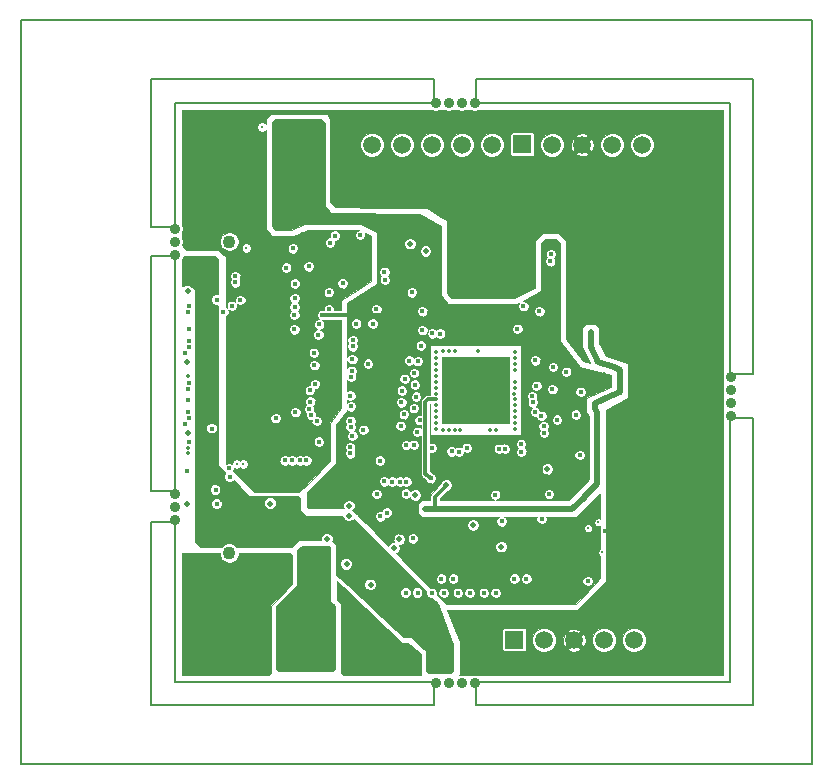
<source format=gbr>
G04 (created by PCBNEW (2013-05-31 BZR 4019)-stable) date 11/04/2014 15:09:40*
%MOIN*%
G04 Gerber Fmt 3.4, Leading zero omitted, Abs format*
%FSLAX34Y34*%
G01*
G70*
G90*
G04 APERTURE LIST*
%ADD10C,0.00590551*%
%ADD11C,0.0077*%
%ADD12C,0.0157*%
%ADD13C,0.0195*%
%ADD14C,0.0432*%
%ADD15C,0.0354*%
%ADD16C,0.2165*%
%ADD17C,0.0597*%
%ADD18R,0.0597X0.0597*%
%ADD19C,0.0117*%
%ADD20C,0.0077*%
%ADD21C,0.0196*%
%ADD22C,0.0138*%
%ADD23C,0.0195*%
%ADD24C,0.0117*%
%ADD25C,0.0078*%
%ADD26C,0.0039*%
G04 APERTURE END LIST*
G54D10*
G54D11*
X42606Y-52483D02*
X42606Y-27680D01*
X68983Y-52483D02*
X42606Y-52483D01*
X68983Y-27680D02*
X68983Y-52483D01*
X42606Y-27680D02*
X68983Y-27680D01*
X66228Y-30437D02*
X66228Y-39492D01*
X57764Y-30437D02*
X66228Y-30437D01*
X57764Y-29650D02*
X57764Y-30437D01*
X67016Y-29650D02*
X57764Y-29650D01*
X67016Y-39492D02*
X67016Y-29650D01*
X66228Y-39492D02*
X67016Y-39492D01*
X57764Y-50515D02*
X57764Y-49728D01*
X67016Y-50515D02*
X57764Y-50515D01*
X67016Y-40948D02*
X67016Y-50515D01*
X66228Y-40948D02*
X67016Y-40948D01*
X66228Y-49728D02*
X66228Y-40948D01*
X57764Y-49728D02*
X66228Y-49728D01*
X46936Y-50515D02*
X46936Y-44413D01*
X56386Y-50515D02*
X46936Y-50515D01*
X56386Y-49728D02*
X56386Y-50515D01*
X47724Y-49728D02*
X56386Y-49728D01*
X47724Y-44413D02*
X47724Y-49728D01*
X46936Y-44413D02*
X47724Y-44413D01*
X46936Y-43390D02*
X46936Y-35555D01*
X47724Y-43390D02*
X46936Y-43390D01*
X47724Y-35555D02*
X47724Y-43390D01*
X46936Y-35555D02*
X47724Y-35555D01*
X47724Y-30437D02*
X47724Y-34570D01*
X46936Y-34570D02*
X47724Y-34570D01*
X46936Y-29648D02*
X46936Y-34570D01*
X46936Y-29648D02*
X56384Y-29648D01*
X56384Y-29648D02*
X56384Y-30437D01*
X47724Y-30437D02*
X56384Y-30437D01*
G54D12*
X65748Y-45944D03*
X65866Y-43700D03*
X65866Y-34173D03*
X65826Y-36377D03*
X64606Y-36377D03*
X64921Y-36377D03*
X65511Y-36377D03*
X65236Y-36377D03*
X65275Y-34173D03*
X65551Y-34173D03*
X64960Y-34173D03*
X64645Y-34173D03*
X64645Y-43700D03*
X64960Y-43700D03*
X65551Y-43700D03*
X65275Y-43700D03*
X65000Y-45944D03*
X65354Y-45944D03*
X63897Y-46338D03*
X51216Y-33106D03*
X51232Y-32149D03*
G54D13*
X52891Y-48678D03*
X52872Y-47644D03*
X52881Y-47329D03*
X52872Y-48018D03*
X52891Y-48353D03*
X52891Y-49012D03*
X51326Y-49002D03*
X52566Y-49012D03*
X52242Y-49012D03*
X51631Y-49012D03*
X51927Y-49012D03*
X52251Y-48353D03*
X51936Y-48353D03*
X51936Y-48018D03*
X52251Y-48018D03*
X51622Y-48018D03*
X51326Y-48018D03*
X51326Y-48353D03*
X51622Y-48353D03*
X51927Y-48678D03*
X51631Y-48678D03*
X52566Y-48353D03*
X52547Y-48018D03*
X52557Y-47329D03*
X52547Y-47644D03*
X52242Y-48678D03*
X52566Y-48678D03*
X52261Y-47644D03*
X51946Y-47644D03*
X51927Y-47329D03*
X52232Y-47329D03*
X51622Y-47329D03*
X51326Y-47329D03*
X51326Y-47644D03*
X51631Y-47644D03*
X51986Y-45351D03*
X51326Y-48668D03*
X51986Y-45626D03*
X52104Y-45892D03*
X52773Y-45371D03*
X52675Y-45892D03*
X52389Y-45892D03*
X48124Y-36145D03*
X48124Y-36421D03*
X48124Y-35850D03*
G54D12*
X61338Y-33307D03*
X60708Y-32598D03*
X61181Y-32598D03*
X60787Y-33307D03*
X62598Y-33307D03*
X62677Y-32598D03*
X62047Y-32598D03*
X62047Y-33307D03*
X64448Y-30866D03*
X63523Y-31023D03*
X63917Y-31023D03*
X64842Y-30866D03*
X63937Y-33228D03*
X63444Y-32637D03*
X60236Y-32598D03*
X63307Y-33228D03*
X54409Y-33307D03*
X54409Y-32992D03*
X54803Y-32992D03*
X54803Y-33307D03*
X55669Y-33307D03*
X55669Y-32992D03*
X55275Y-32992D03*
X55275Y-33307D03*
X59763Y-33307D03*
X60157Y-33307D03*
X59291Y-33307D03*
X58818Y-33307D03*
X56574Y-31023D03*
X60118Y-31023D03*
X60511Y-31023D03*
X56968Y-31023D03*
X57834Y-31023D03*
X61377Y-31023D03*
X60984Y-31023D03*
X57440Y-31023D03*
X59173Y-31023D03*
X62716Y-31023D03*
X63110Y-31023D03*
X59566Y-31023D03*
X58700Y-31023D03*
X62244Y-31023D03*
X61850Y-31023D03*
X58307Y-31023D03*
X49842Y-30826D03*
X54803Y-31003D03*
X55196Y-31003D03*
X50236Y-30826D03*
X49602Y-32177D03*
X56062Y-31003D03*
X55669Y-31003D03*
X51893Y-31070D03*
X48976Y-30826D03*
X53937Y-31003D03*
X54330Y-31003D03*
X49370Y-30826D03*
X48503Y-30826D03*
X51271Y-31090D03*
X48110Y-30826D03*
X56141Y-33307D03*
X56141Y-32992D03*
X56535Y-32992D03*
X56535Y-33307D03*
X57401Y-33307D03*
X57401Y-32992D03*
X57007Y-32992D03*
X57007Y-33307D03*
X49606Y-33858D03*
X49606Y-33543D03*
X50000Y-33543D03*
X50000Y-33858D03*
X49133Y-33858D03*
X49133Y-33543D03*
X48740Y-33543D03*
X48740Y-33858D03*
X64488Y-49370D03*
X64251Y-46535D03*
X64645Y-46535D03*
X64881Y-49370D03*
X65748Y-49370D03*
X64566Y-45944D03*
X65118Y-46535D03*
X65354Y-49370D03*
X62992Y-47086D03*
X62992Y-46771D03*
X63385Y-46771D03*
X63385Y-47086D03*
X62519Y-47086D03*
X62519Y-46771D03*
X62125Y-46771D03*
X62125Y-47086D03*
X63543Y-46141D03*
X63740Y-45905D03*
X64133Y-45944D03*
X65511Y-46299D03*
X63937Y-43858D03*
X64251Y-43700D03*
X63543Y-43543D03*
X63543Y-43858D03*
X63543Y-34409D03*
X63543Y-34094D03*
X63937Y-34094D03*
X63937Y-34409D03*
X63937Y-36535D03*
X63937Y-36220D03*
X63543Y-36220D03*
X63543Y-36535D03*
X64173Y-33779D03*
X64330Y-36850D03*
X64724Y-36850D03*
X64566Y-33779D03*
X65433Y-33779D03*
X65590Y-36850D03*
X65196Y-36850D03*
X65039Y-33779D03*
X65118Y-43307D03*
X65511Y-43307D03*
X64645Y-43307D03*
X64251Y-43307D03*
X65511Y-46850D03*
X65826Y-46850D03*
X65826Y-46535D03*
X65826Y-47165D03*
X60314Y-49370D03*
X60314Y-49055D03*
X60708Y-49055D03*
X60708Y-49370D03*
X61574Y-49370D03*
X61574Y-49055D03*
X61181Y-49055D03*
X61181Y-49370D03*
X62913Y-49370D03*
X62913Y-49055D03*
X63307Y-49055D03*
X63307Y-49370D03*
X62440Y-49370D03*
X62440Y-49055D03*
X62047Y-49055D03*
X62047Y-49370D03*
X58661Y-49370D03*
X58661Y-49055D03*
X64015Y-49370D03*
X65905Y-48661D03*
X65590Y-49055D03*
X65905Y-49055D03*
X63464Y-47559D03*
X63779Y-47086D03*
X59921Y-49370D03*
X59921Y-49055D03*
X58188Y-49055D03*
X58188Y-49370D03*
X59448Y-49370D03*
X59448Y-49055D03*
X59055Y-49055D03*
X59055Y-49370D03*
X54409Y-48661D03*
X57007Y-46299D03*
X56614Y-46299D03*
X54803Y-48661D03*
X55669Y-48661D03*
X59448Y-46299D03*
X59055Y-46299D03*
X55275Y-48661D03*
X50236Y-49370D03*
X48976Y-49370D03*
X48818Y-49055D03*
X53937Y-48661D03*
X49763Y-49370D03*
X48503Y-49370D03*
X48110Y-49370D03*
X49370Y-49370D03*
X55433Y-46771D03*
X54173Y-48346D03*
X54566Y-48346D03*
X55826Y-46771D03*
X56692Y-46771D03*
X53779Y-47795D03*
X55039Y-48346D03*
X56299Y-46771D03*
X58031Y-46771D03*
X58425Y-46771D03*
X57559Y-46771D03*
X53779Y-47244D03*
X54251Y-47795D03*
X57165Y-46771D03*
X48129Y-34035D03*
X48818Y-34921D03*
X49917Y-32220D03*
X48129Y-34330D03*
X49606Y-41535D03*
X49921Y-41338D03*
X53779Y-37795D03*
X54330Y-37795D03*
X54173Y-39133D03*
X54015Y-41338D03*
X50157Y-45551D03*
X48818Y-45669D03*
X48779Y-46141D03*
X49566Y-42362D03*
X54803Y-44094D03*
X55669Y-44960D03*
X55433Y-43464D03*
X54566Y-42362D03*
X48425Y-34625D03*
X48129Y-34921D03*
X48129Y-35216D03*
X48425Y-34921D03*
X48110Y-45669D03*
X48425Y-45669D03*
X48129Y-34625D03*
X48425Y-35216D03*
X48110Y-47007D03*
X48425Y-47007D03*
X48425Y-47401D03*
X48110Y-47401D03*
X48110Y-46535D03*
X48425Y-46535D03*
X48425Y-46141D03*
X48110Y-46141D03*
X48110Y-33543D03*
X48110Y-31181D03*
X48110Y-31574D03*
X48425Y-34035D03*
X48818Y-33228D03*
X51582Y-31082D03*
X50633Y-30826D03*
X48425Y-34330D03*
X48110Y-32755D03*
X48425Y-32755D03*
X48425Y-33149D03*
X48110Y-33149D03*
X48110Y-32283D03*
X48425Y-32283D03*
X48425Y-31889D03*
X48110Y-31889D03*
X48110Y-47795D03*
X48425Y-47795D03*
X48425Y-48188D03*
X48110Y-48188D03*
X48110Y-49055D03*
X48425Y-49055D03*
X48425Y-48661D03*
X48110Y-48661D03*
X50787Y-48818D03*
X50314Y-46771D03*
X50708Y-47086D03*
X50393Y-49133D03*
X48740Y-47086D03*
X49763Y-46692D03*
X49212Y-46771D03*
X48897Y-46771D03*
X48976Y-41299D03*
X49133Y-43818D03*
X49094Y-43346D03*
X49173Y-35275D03*
X49921Y-34881D03*
X49173Y-34921D03*
X48818Y-35236D03*
X49606Y-36732D03*
X65826Y-33700D03*
X65826Y-33228D03*
X65433Y-33385D03*
X65905Y-31496D03*
X65826Y-38425D03*
X65826Y-41181D03*
X65826Y-40787D03*
X65826Y-38031D03*
X65826Y-39763D03*
X54566Y-33779D03*
X56771Y-33779D03*
X65826Y-40157D03*
X65826Y-39291D03*
X65826Y-42047D03*
X65826Y-41653D03*
X65826Y-38897D03*
X65905Y-36850D03*
X63700Y-33700D03*
X63622Y-40393D03*
X63543Y-38267D03*
X63543Y-38661D03*
X63622Y-40787D03*
X63622Y-41653D03*
X63543Y-39527D03*
X63543Y-39133D03*
X63622Y-41259D03*
X63622Y-42992D03*
X63149Y-42204D03*
X63070Y-39842D03*
X63149Y-42598D03*
X63622Y-42519D03*
X65905Y-43307D03*
X63543Y-40000D03*
X63622Y-42125D03*
X63070Y-40236D03*
X63543Y-37401D03*
X63070Y-37480D03*
X63070Y-37874D03*
X63543Y-37795D03*
X63543Y-36929D03*
X61653Y-33779D03*
X59212Y-33779D03*
X63937Y-36850D03*
X61496Y-46377D03*
X58346Y-47795D03*
X58346Y-48661D03*
X64881Y-46259D03*
X63858Y-46771D03*
X58346Y-48267D03*
G54D14*
X49554Y-45454D03*
X49554Y-35062D03*
G54D13*
X56102Y-43975D03*
G54D12*
X61386Y-35540D03*
X61024Y-35536D03*
X61024Y-35198D03*
X61394Y-35193D03*
G54D15*
X47725Y-34630D03*
X47725Y-35063D03*
X47725Y-35496D03*
X47725Y-44335D03*
X47725Y-43902D03*
X47725Y-43469D03*
X66268Y-39571D03*
X66268Y-40004D03*
X66268Y-40437D03*
X66268Y-40870D03*
G54D12*
X58299Y-40354D03*
X58299Y-39921D03*
X58082Y-40138D03*
X58515Y-40138D03*
X61011Y-37386D03*
X62078Y-44708D03*
X62275Y-44901D03*
X58732Y-40354D03*
X57866Y-40354D03*
X57433Y-40354D03*
X57000Y-40354D03*
X56783Y-40571D03*
X57216Y-40571D03*
X57653Y-40571D03*
X58082Y-40571D03*
X58515Y-40571D03*
X58515Y-41004D03*
X58082Y-41004D03*
X57653Y-41004D03*
X57216Y-41004D03*
X56783Y-41004D03*
X57000Y-40787D03*
X57433Y-40787D03*
X58299Y-40787D03*
X57866Y-40787D03*
X58732Y-40787D03*
X58732Y-39921D03*
X57866Y-39921D03*
X57433Y-39921D03*
X57000Y-39921D03*
X56783Y-40138D03*
X57216Y-40138D03*
X57653Y-40138D03*
X58515Y-39705D03*
X58082Y-39705D03*
X57653Y-39705D03*
X57216Y-39705D03*
X56783Y-39705D03*
X57000Y-39488D03*
X57433Y-39488D03*
X58299Y-39488D03*
X57866Y-39488D03*
X58732Y-39488D03*
X58732Y-39055D03*
X57866Y-39055D03*
X58299Y-39055D03*
X57433Y-39055D03*
X57000Y-39055D03*
X56783Y-39272D03*
X57216Y-39272D03*
X57653Y-39272D03*
X58082Y-39272D03*
X58515Y-39272D03*
G54D13*
X48990Y-35810D03*
X48990Y-36401D03*
X48990Y-36106D03*
X52389Y-43424D03*
X52744Y-43424D03*
X52941Y-43620D03*
X52586Y-43621D03*
X52773Y-45636D03*
G54D16*
X49752Y-32228D03*
X64791Y-32228D03*
X64791Y-47975D03*
X49752Y-47975D03*
G54D13*
X56378Y-43975D03*
X52232Y-43621D03*
G54D15*
X56426Y-49768D03*
X56859Y-49768D03*
X57292Y-49768D03*
X57726Y-49768D03*
X56425Y-30437D03*
X56858Y-30437D03*
X57291Y-30437D03*
X57725Y-30437D03*
G54D17*
X58307Y-31834D03*
X57307Y-31834D03*
X56307Y-31834D03*
X55307Y-31834D03*
G54D18*
X53307Y-31814D03*
G54D17*
X54307Y-31834D03*
G54D18*
X57576Y-49079D03*
G54D17*
X56576Y-49079D03*
X63314Y-31834D03*
X62314Y-31834D03*
X61314Y-31834D03*
G54D18*
X59314Y-31814D03*
G54D17*
X60314Y-31834D03*
X63043Y-48350D03*
X62043Y-48350D03*
X61043Y-48350D03*
G54D18*
X59043Y-48330D03*
G54D17*
X60043Y-48350D03*
G54D19*
X61685Y-43255D03*
G54D13*
X56783Y-43173D03*
X61728Y-40646D03*
X61821Y-42018D03*
X61594Y-38083D03*
X55748Y-43512D03*
X55032Y-45276D03*
G54D20*
X61488Y-45011D03*
G54D13*
X58976Y-46772D03*
G54D12*
X60177Y-35130D03*
G54D13*
X54949Y-37343D03*
G54D12*
X52646Y-37508D03*
G54D13*
X54221Y-34441D03*
X51169Y-34244D03*
X57756Y-43449D03*
G54D12*
X56949Y-42618D03*
G54D13*
X58264Y-43146D03*
X60142Y-42921D03*
G54D12*
X55299Y-38228D03*
G54D13*
X62039Y-39803D03*
X59910Y-37815D03*
X62036Y-39500D03*
G54D19*
X50011Y-42476D03*
G54D12*
X53323Y-36453D03*
G54D19*
X52901Y-30956D03*
G54D20*
X60677Y-34807D03*
X61854Y-44421D03*
X62578Y-44440D03*
X61988Y-45425D03*
G54D13*
X50921Y-43799D03*
X51012Y-36701D03*
X48158Y-36717D03*
X48150Y-39079D03*
X48189Y-41437D03*
X48138Y-43807D03*
X58002Y-47500D03*
G54D12*
X59961Y-44311D03*
X58626Y-44390D03*
X58413Y-43508D03*
X60205Y-43484D03*
X59882Y-37386D03*
X58256Y-36228D03*
X57106Y-36587D03*
G54D13*
X58616Y-45230D03*
G54D12*
X61102Y-40835D03*
G54D13*
X57668Y-44518D03*
G54D12*
X52012Y-34799D03*
X61264Y-40071D03*
X54457Y-43477D03*
G54D13*
X53465Y-45815D03*
G54D12*
X54579Y-44225D03*
G54D13*
X54268Y-46508D03*
X57984Y-48284D03*
G54D12*
X61957Y-34823D03*
X60906Y-36260D03*
X61957Y-35933D03*
X62154Y-36559D03*
X61228Y-42177D03*
X60882Y-38087D03*
X60780Y-39406D03*
X59350Y-37213D03*
G54D21*
X56091Y-35378D03*
X55579Y-35130D03*
G54D12*
X59508Y-36051D03*
X59650Y-35925D03*
X57094Y-35291D03*
X58354Y-35528D03*
X58370Y-36783D03*
X48165Y-37402D03*
X60266Y-35482D03*
X48193Y-37205D03*
X60246Y-35719D03*
X49565Y-42918D03*
X49132Y-37012D03*
G54D20*
X61511Y-44618D03*
G54D13*
X55217Y-44988D03*
G54D12*
X55288Y-40421D03*
X55701Y-40618D03*
X55366Y-40819D03*
X55705Y-41839D03*
G54D22*
X59065Y-40325D03*
G54D12*
X51732Y-36461D03*
X53591Y-41236D03*
G54D22*
X56447Y-41309D03*
G54D12*
X59951Y-40876D03*
X51728Y-36957D03*
G54D22*
X59065Y-40522D03*
G54D12*
X52870Y-37327D03*
X51728Y-37240D03*
X52870Y-36752D03*
X59669Y-40425D03*
X55736Y-39831D03*
X48193Y-37984D03*
X53906Y-34843D03*
X60319Y-39984D03*
G54D19*
X50114Y-35279D03*
X49791Y-42476D03*
G54D13*
X52811Y-44992D03*
G54D22*
X59065Y-38750D03*
G54D12*
X55638Y-36756D03*
G54D22*
X57067Y-38720D03*
G54D12*
X52906Y-35095D03*
X52543Y-37827D03*
G54D19*
X50641Y-31248D03*
G54D12*
X57205Y-42071D03*
G54D22*
X59075Y-41112D03*
G54D12*
X60039Y-41437D03*
X60473Y-41000D03*
G54D22*
X59065Y-40915D03*
X59065Y-39341D03*
G54D12*
X60339Y-39244D03*
X57465Y-41937D03*
G54D22*
X57254Y-41339D03*
G54D12*
X60030Y-41211D03*
G54D13*
X53539Y-43862D03*
X53539Y-44197D03*
G54D12*
X59272Y-41807D03*
G54D22*
X56870Y-38720D03*
G54D12*
X55981Y-37386D03*
G54D22*
X57854Y-38720D03*
G54D12*
X59150Y-37972D03*
G54D22*
X59055Y-40128D03*
G54D12*
X59748Y-39020D03*
G54D22*
X58238Y-41339D03*
X57057Y-41339D03*
X59065Y-39144D03*
X59065Y-38947D03*
G54D12*
X55933Y-38528D03*
G54D22*
X56437Y-39734D03*
X56437Y-40325D03*
G54D12*
X56260Y-42953D03*
G54D22*
X56860Y-41339D03*
G54D13*
X60154Y-42638D03*
G54D22*
X59065Y-41309D03*
G54D12*
X56957Y-42059D03*
G54D22*
X56663Y-41339D03*
X59065Y-39931D03*
G54D12*
X55394Y-39638D03*
X53650Y-41536D03*
G54D22*
X56437Y-41112D03*
G54D12*
X53583Y-40201D03*
G54D22*
X56437Y-39931D03*
G54D12*
X55831Y-39047D03*
G54D22*
X56437Y-40915D03*
G54D12*
X53579Y-41925D03*
X53602Y-40559D03*
G54D22*
X56437Y-40128D03*
G54D12*
X55303Y-40032D03*
X53662Y-38355D03*
G54D22*
X56437Y-38750D03*
G54D12*
X55709Y-39445D03*
X52193Y-35890D03*
X59740Y-40740D03*
X54453Y-37319D03*
X51721Y-37508D03*
X54721Y-36075D03*
X59787Y-39870D03*
X55555Y-39028D03*
G54D22*
X56437Y-38947D03*
G54D12*
X53662Y-38555D03*
X53610Y-39571D03*
G54D22*
X56437Y-39537D03*
G54D12*
X53626Y-39370D03*
G54D22*
X56437Y-39341D03*
G54D12*
X53579Y-42122D03*
G54D22*
X56437Y-40719D03*
G54D12*
X55772Y-40232D03*
X55890Y-41016D03*
X55260Y-41209D03*
X55815Y-41406D03*
X55445Y-41846D03*
X56303Y-41937D03*
X53650Y-38981D03*
G54D22*
X56437Y-39144D03*
G54D12*
X53587Y-41040D03*
G54D22*
X56437Y-40522D03*
G54D12*
X54736Y-36331D03*
X59646Y-40225D03*
X49354Y-37402D03*
X53071Y-34862D03*
X52276Y-40847D03*
X52248Y-40394D03*
X48185Y-39965D03*
X48221Y-38386D03*
X52516Y-38162D03*
X48201Y-39768D03*
X52232Y-40016D03*
G54D22*
X48188Y-39547D03*
G54D12*
X52402Y-39815D03*
X48079Y-38783D03*
X52386Y-39181D03*
X48193Y-38591D03*
X52366Y-38772D03*
G54D22*
X59065Y-39734D03*
G54D12*
X51445Y-35929D03*
X52213Y-40654D03*
X48181Y-40355D03*
X55984Y-38016D03*
X56319Y-38122D03*
X56575Y-38130D03*
G54D22*
X56673Y-38711D03*
G54D12*
X49744Y-36425D03*
X49634Y-37205D03*
X49917Y-37012D03*
X49748Y-36225D03*
X51717Y-37992D03*
X52535Y-41732D03*
X52118Y-42354D03*
G54D22*
X48169Y-42125D03*
G54D12*
X54984Y-43063D03*
X48173Y-40748D03*
X55453Y-43067D03*
X51752Y-40748D03*
G54D22*
X48188Y-41929D03*
G54D12*
X51917Y-42355D03*
X48197Y-41732D03*
X51398Y-42355D03*
X48075Y-41142D03*
X51638Y-42355D03*
X48201Y-40949D03*
X54721Y-43055D03*
X55225Y-43067D03*
X51091Y-40949D03*
G54D22*
X59065Y-40719D03*
G54D12*
X51669Y-35288D03*
G54D22*
X58435Y-41339D03*
G54D12*
X58536Y-41973D03*
X59281Y-42067D03*
X58740Y-41969D03*
X52465Y-41043D03*
X49535Y-42618D03*
X48154Y-42725D03*
G54D13*
X51169Y-44827D03*
X51169Y-45063D03*
G54D23*
X61821Y-42018D02*
X61821Y-40739D01*
X61821Y-40739D02*
X61728Y-40646D01*
G54D24*
X56402Y-43948D02*
X56402Y-43582D01*
G54D23*
X60984Y-43976D02*
X61398Y-43563D01*
G54D24*
X56791Y-43165D02*
X56402Y-43582D01*
X56783Y-43173D02*
X56791Y-43165D01*
G54D23*
X56063Y-43976D02*
X60984Y-43976D01*
X61398Y-43563D02*
X61388Y-43573D01*
X61388Y-43573D02*
X61821Y-43140D01*
X61821Y-43140D02*
X61821Y-42018D01*
X61728Y-40449D02*
X61728Y-40646D01*
X61728Y-40449D02*
X61909Y-40378D01*
X61909Y-40378D02*
X62098Y-40291D01*
X62098Y-40291D02*
X62559Y-40079D01*
X62559Y-40079D02*
X62559Y-39331D01*
X62559Y-39331D02*
X62358Y-39256D01*
X62358Y-39256D02*
X61854Y-39079D01*
X61854Y-39079D02*
X61594Y-38583D01*
X61594Y-38583D02*
X61594Y-38083D01*
G54D24*
X52646Y-37508D02*
X54531Y-37508D01*
X54531Y-37508D02*
X55299Y-38228D01*
X56437Y-40325D02*
X56161Y-40327D01*
X56083Y-42795D02*
X56260Y-42953D01*
X56083Y-40406D02*
X56083Y-42795D01*
X56161Y-40327D02*
X56083Y-40406D01*
G54D10*
G36*
X53071Y-49314D02*
X53015Y-49370D01*
X51196Y-49370D01*
X51140Y-49314D01*
X51140Y-47259D01*
X51849Y-46550D01*
X51849Y-45370D01*
X51984Y-45235D01*
X52858Y-45235D01*
X52914Y-45291D01*
X52914Y-47062D01*
X53071Y-47220D01*
X53071Y-49314D01*
X53071Y-49314D01*
G37*
G54D11*
X53071Y-49314D02*
X53015Y-49370D01*
X51196Y-49370D01*
X51140Y-49314D01*
X51140Y-47259D01*
X51849Y-46550D01*
X51849Y-45370D01*
X51984Y-45235D01*
X52858Y-45235D01*
X52914Y-45291D01*
X52914Y-47062D01*
X53071Y-47220D01*
X53071Y-49314D01*
G54D10*
G36*
X57008Y-49392D02*
X56952Y-49449D01*
X56197Y-49449D01*
X56141Y-49392D01*
X56141Y-48722D01*
X56021Y-48612D01*
X56021Y-46733D01*
X55991Y-46661D01*
X55937Y-46606D01*
X55865Y-46577D01*
X55788Y-46577D01*
X55716Y-46606D01*
X55661Y-46661D01*
X55632Y-46732D01*
X55632Y-46810D01*
X55661Y-46881D01*
X55716Y-46936D01*
X55787Y-46966D01*
X55865Y-46966D01*
X55936Y-46936D01*
X55991Y-46881D01*
X56021Y-46810D01*
X56021Y-46733D01*
X56021Y-48612D01*
X55627Y-48248D01*
X55627Y-46733D01*
X55598Y-46661D01*
X55543Y-46606D01*
X55471Y-46577D01*
X55394Y-46577D01*
X55323Y-46606D01*
X55268Y-46661D01*
X55238Y-46732D01*
X55238Y-46810D01*
X55268Y-46881D01*
X55322Y-46936D01*
X55394Y-46966D01*
X55471Y-46966D01*
X55543Y-46936D01*
X55597Y-46881D01*
X55627Y-46810D01*
X55627Y-46733D01*
X55627Y-48248D01*
X55606Y-48229D01*
X55369Y-48229D01*
X54481Y-47403D01*
X54481Y-46465D01*
X54449Y-46387D01*
X54389Y-46327D01*
X54310Y-46294D01*
X54225Y-46294D01*
X54147Y-46326D01*
X54087Y-46386D01*
X54054Y-46465D01*
X54054Y-46550D01*
X54086Y-46628D01*
X54146Y-46688D01*
X54225Y-46721D01*
X54310Y-46721D01*
X54388Y-46689D01*
X54448Y-46629D01*
X54481Y-46550D01*
X54481Y-46465D01*
X54481Y-47403D01*
X53678Y-46656D01*
X53678Y-45772D01*
X53646Y-45694D01*
X53586Y-45634D01*
X53507Y-45601D01*
X53422Y-45601D01*
X53344Y-45633D01*
X53284Y-45693D01*
X53251Y-45772D01*
X53251Y-45857D01*
X53283Y-45935D01*
X53343Y-45995D01*
X53422Y-46028D01*
X53507Y-46028D01*
X53585Y-45996D01*
X53645Y-45936D01*
X53678Y-45857D01*
X53678Y-45772D01*
X53678Y-46656D01*
X53149Y-46164D01*
X53149Y-45180D01*
X53018Y-45049D01*
X53024Y-45034D01*
X53024Y-44949D01*
X52992Y-44871D01*
X52932Y-44811D01*
X52853Y-44778D01*
X52768Y-44778D01*
X52690Y-44810D01*
X52630Y-44870D01*
X52597Y-44949D01*
X52597Y-45000D01*
X51873Y-45000D01*
X51637Y-45236D01*
X51134Y-45236D01*
X51134Y-43756D01*
X51102Y-43678D01*
X51042Y-43618D01*
X50963Y-43585D01*
X50878Y-43585D01*
X50800Y-43617D01*
X50740Y-43677D01*
X50707Y-43756D01*
X50707Y-43841D01*
X50739Y-43919D01*
X50799Y-43979D01*
X50878Y-44012D01*
X50963Y-44012D01*
X51041Y-43980D01*
X51101Y-43920D01*
X51134Y-43841D01*
X51134Y-43756D01*
X51134Y-45236D01*
X49806Y-45236D01*
X49742Y-45172D01*
X49620Y-45122D01*
X49488Y-45121D01*
X49366Y-45172D01*
X49328Y-45210D01*
X49328Y-43780D01*
X49298Y-43708D01*
X49289Y-43699D01*
X49289Y-43307D01*
X49259Y-43236D01*
X49204Y-43181D01*
X49170Y-43167D01*
X49170Y-41260D01*
X49141Y-41189D01*
X49086Y-41134D01*
X49015Y-41104D01*
X48937Y-41104D01*
X48866Y-41134D01*
X48811Y-41188D01*
X48781Y-41260D01*
X48781Y-41337D01*
X48811Y-41409D01*
X48866Y-41464D01*
X48937Y-41493D01*
X49014Y-41493D01*
X49086Y-41464D01*
X49141Y-41409D01*
X49170Y-41338D01*
X49170Y-41260D01*
X49170Y-43167D01*
X49133Y-43151D01*
X49055Y-43151D01*
X48984Y-43181D01*
X48929Y-43236D01*
X48900Y-43307D01*
X48899Y-43384D01*
X48929Y-43456D01*
X48984Y-43511D01*
X49055Y-43540D01*
X49133Y-43540D01*
X49204Y-43511D01*
X49259Y-43456D01*
X49288Y-43385D01*
X49289Y-43307D01*
X49289Y-43699D01*
X49244Y-43654D01*
X49172Y-43624D01*
X49095Y-43624D01*
X49023Y-43653D01*
X48969Y-43708D01*
X48939Y-43780D01*
X48939Y-43857D01*
X48968Y-43928D01*
X49023Y-43983D01*
X49095Y-44013D01*
X49172Y-44013D01*
X49243Y-43983D01*
X49298Y-43929D01*
X49328Y-43857D01*
X49328Y-43780D01*
X49328Y-45210D01*
X49301Y-45236D01*
X48598Y-45236D01*
X48424Y-45062D01*
X48424Y-36676D01*
X48323Y-36575D01*
X48318Y-36575D01*
X48279Y-36536D01*
X48200Y-36503D01*
X48115Y-36503D01*
X48037Y-36535D01*
X48022Y-36550D01*
X47991Y-36519D01*
X47991Y-35685D01*
X48087Y-35590D01*
X49078Y-35590D01*
X49173Y-35685D01*
X49173Y-36818D01*
X49170Y-36817D01*
X49093Y-36817D01*
X49021Y-36847D01*
X48967Y-36901D01*
X48937Y-36973D01*
X48937Y-37050D01*
X48967Y-37122D01*
X49021Y-37176D01*
X49093Y-37206D01*
X49170Y-37206D01*
X49173Y-37205D01*
X49173Y-37329D01*
X49159Y-37363D01*
X49159Y-37440D01*
X49173Y-37474D01*
X49173Y-42535D01*
X49422Y-42785D01*
X49400Y-42807D01*
X49370Y-42879D01*
X49370Y-42956D01*
X49400Y-43028D01*
X49454Y-43082D01*
X49526Y-43112D01*
X49603Y-43112D01*
X49675Y-43082D01*
X49697Y-43060D01*
X50220Y-43582D01*
X51834Y-43582D01*
X51890Y-43638D01*
X51890Y-44031D01*
X52109Y-44251D01*
X53330Y-44251D01*
X53357Y-44317D01*
X53417Y-44377D01*
X53496Y-44410D01*
X53581Y-44410D01*
X53659Y-44378D01*
X53696Y-44341D01*
X56104Y-46750D01*
X56104Y-46810D01*
X56134Y-46881D01*
X56188Y-46936D01*
X56260Y-46966D01*
X56320Y-46966D01*
X56501Y-47147D01*
X57008Y-48511D01*
X57008Y-49392D01*
X57008Y-49392D01*
G37*
G54D25*
X57008Y-49392D02*
X56952Y-49449D01*
X56197Y-49449D01*
X56141Y-49392D01*
X56141Y-48722D01*
X56021Y-48612D01*
X56021Y-46733D01*
X55991Y-46661D01*
X55937Y-46606D01*
X55865Y-46577D01*
X55788Y-46577D01*
X55716Y-46606D01*
X55661Y-46661D01*
X55632Y-46732D01*
X55632Y-46810D01*
X55661Y-46881D01*
X55716Y-46936D01*
X55787Y-46966D01*
X55865Y-46966D01*
X55936Y-46936D01*
X55991Y-46881D01*
X56021Y-46810D01*
X56021Y-46733D01*
X56021Y-48612D01*
X55627Y-48248D01*
X55627Y-46733D01*
X55598Y-46661D01*
X55543Y-46606D01*
X55471Y-46577D01*
X55394Y-46577D01*
X55323Y-46606D01*
X55268Y-46661D01*
X55238Y-46732D01*
X55238Y-46810D01*
X55268Y-46881D01*
X55322Y-46936D01*
X55394Y-46966D01*
X55471Y-46966D01*
X55543Y-46936D01*
X55597Y-46881D01*
X55627Y-46810D01*
X55627Y-46733D01*
X55627Y-48248D01*
X55606Y-48229D01*
X55369Y-48229D01*
X54481Y-47403D01*
X54481Y-46465D01*
X54449Y-46387D01*
X54389Y-46327D01*
X54310Y-46294D01*
X54225Y-46294D01*
X54147Y-46326D01*
X54087Y-46386D01*
X54054Y-46465D01*
X54054Y-46550D01*
X54086Y-46628D01*
X54146Y-46688D01*
X54225Y-46721D01*
X54310Y-46721D01*
X54388Y-46689D01*
X54448Y-46629D01*
X54481Y-46550D01*
X54481Y-46465D01*
X54481Y-47403D01*
X53678Y-46656D01*
X53678Y-45772D01*
X53646Y-45694D01*
X53586Y-45634D01*
X53507Y-45601D01*
X53422Y-45601D01*
X53344Y-45633D01*
X53284Y-45693D01*
X53251Y-45772D01*
X53251Y-45857D01*
X53283Y-45935D01*
X53343Y-45995D01*
X53422Y-46028D01*
X53507Y-46028D01*
X53585Y-45996D01*
X53645Y-45936D01*
X53678Y-45857D01*
X53678Y-45772D01*
X53678Y-46656D01*
X53149Y-46164D01*
X53149Y-45180D01*
X53018Y-45049D01*
X53024Y-45034D01*
X53024Y-44949D01*
X52992Y-44871D01*
X52932Y-44811D01*
X52853Y-44778D01*
X52768Y-44778D01*
X52690Y-44810D01*
X52630Y-44870D01*
X52597Y-44949D01*
X52597Y-45000D01*
X51873Y-45000D01*
X51637Y-45236D01*
X51134Y-45236D01*
X51134Y-43756D01*
X51102Y-43678D01*
X51042Y-43618D01*
X50963Y-43585D01*
X50878Y-43585D01*
X50800Y-43617D01*
X50740Y-43677D01*
X50707Y-43756D01*
X50707Y-43841D01*
X50739Y-43919D01*
X50799Y-43979D01*
X50878Y-44012D01*
X50963Y-44012D01*
X51041Y-43980D01*
X51101Y-43920D01*
X51134Y-43841D01*
X51134Y-43756D01*
X51134Y-45236D01*
X49806Y-45236D01*
X49742Y-45172D01*
X49620Y-45122D01*
X49488Y-45121D01*
X49366Y-45172D01*
X49328Y-45210D01*
X49328Y-43780D01*
X49298Y-43708D01*
X49289Y-43699D01*
X49289Y-43307D01*
X49259Y-43236D01*
X49204Y-43181D01*
X49170Y-43167D01*
X49170Y-41260D01*
X49141Y-41189D01*
X49086Y-41134D01*
X49015Y-41104D01*
X48937Y-41104D01*
X48866Y-41134D01*
X48811Y-41188D01*
X48781Y-41260D01*
X48781Y-41337D01*
X48811Y-41409D01*
X48866Y-41464D01*
X48937Y-41493D01*
X49014Y-41493D01*
X49086Y-41464D01*
X49141Y-41409D01*
X49170Y-41338D01*
X49170Y-41260D01*
X49170Y-43167D01*
X49133Y-43151D01*
X49055Y-43151D01*
X48984Y-43181D01*
X48929Y-43236D01*
X48900Y-43307D01*
X48899Y-43384D01*
X48929Y-43456D01*
X48984Y-43511D01*
X49055Y-43540D01*
X49133Y-43540D01*
X49204Y-43511D01*
X49259Y-43456D01*
X49288Y-43385D01*
X49289Y-43307D01*
X49289Y-43699D01*
X49244Y-43654D01*
X49172Y-43624D01*
X49095Y-43624D01*
X49023Y-43653D01*
X48969Y-43708D01*
X48939Y-43780D01*
X48939Y-43857D01*
X48968Y-43928D01*
X49023Y-43983D01*
X49095Y-44013D01*
X49172Y-44013D01*
X49243Y-43983D01*
X49298Y-43929D01*
X49328Y-43857D01*
X49328Y-43780D01*
X49328Y-45210D01*
X49301Y-45236D01*
X48598Y-45236D01*
X48424Y-45062D01*
X48424Y-36676D01*
X48323Y-36575D01*
X48318Y-36575D01*
X48279Y-36536D01*
X48200Y-36503D01*
X48115Y-36503D01*
X48037Y-36535D01*
X48022Y-36550D01*
X47991Y-36519D01*
X47991Y-35685D01*
X48087Y-35590D01*
X49078Y-35590D01*
X49173Y-35685D01*
X49173Y-36818D01*
X49170Y-36817D01*
X49093Y-36817D01*
X49021Y-36847D01*
X48967Y-36901D01*
X48937Y-36973D01*
X48937Y-37050D01*
X48967Y-37122D01*
X49021Y-37176D01*
X49093Y-37206D01*
X49170Y-37206D01*
X49173Y-37205D01*
X49173Y-37329D01*
X49159Y-37363D01*
X49159Y-37440D01*
X49173Y-37474D01*
X49173Y-42535D01*
X49422Y-42785D01*
X49400Y-42807D01*
X49370Y-42879D01*
X49370Y-42956D01*
X49400Y-43028D01*
X49454Y-43082D01*
X49526Y-43112D01*
X49603Y-43112D01*
X49675Y-43082D01*
X49697Y-43060D01*
X50220Y-43582D01*
X51834Y-43582D01*
X51890Y-43638D01*
X51890Y-44031D01*
X52109Y-44251D01*
X53330Y-44251D01*
X53357Y-44317D01*
X53417Y-44377D01*
X53496Y-44410D01*
X53581Y-44410D01*
X53659Y-44378D01*
X53696Y-44341D01*
X56104Y-46750D01*
X56104Y-46810D01*
X56134Y-46881D01*
X56188Y-46936D01*
X56260Y-46966D01*
X56320Y-46966D01*
X56501Y-47147D01*
X57008Y-48511D01*
X57008Y-49392D01*
G54D10*
G36*
X62263Y-39908D02*
X61439Y-40262D01*
X61439Y-40036D01*
X61412Y-39972D01*
X61363Y-39922D01*
X61298Y-39896D01*
X61229Y-39895D01*
X61165Y-39922D01*
X61115Y-39971D01*
X61089Y-40036D01*
X61088Y-40105D01*
X61115Y-40170D01*
X61164Y-40219D01*
X61229Y-40245D01*
X61298Y-40246D01*
X61363Y-40219D01*
X61412Y-40170D01*
X61438Y-40105D01*
X61439Y-40036D01*
X61439Y-40262D01*
X61437Y-40263D01*
X61437Y-40756D01*
X61555Y-40874D01*
X61555Y-42983D01*
X61403Y-43136D01*
X61403Y-42142D01*
X61376Y-42078D01*
X61327Y-42028D01*
X61277Y-42007D01*
X61277Y-40800D01*
X61250Y-40736D01*
X61201Y-40686D01*
X61136Y-40660D01*
X61067Y-40659D01*
X61003Y-40686D01*
X60955Y-40734D01*
X60955Y-39371D01*
X60928Y-39307D01*
X60879Y-39257D01*
X60814Y-39231D01*
X60745Y-39230D01*
X60681Y-39257D01*
X60631Y-39306D01*
X60605Y-39371D01*
X60604Y-39440D01*
X60631Y-39505D01*
X60680Y-39554D01*
X60745Y-39580D01*
X60814Y-39581D01*
X60879Y-39554D01*
X60928Y-39505D01*
X60954Y-39440D01*
X60955Y-39371D01*
X60955Y-40734D01*
X60953Y-40735D01*
X60927Y-40800D01*
X60926Y-40869D01*
X60953Y-40934D01*
X61002Y-40983D01*
X61067Y-41009D01*
X61136Y-41010D01*
X61201Y-40983D01*
X61250Y-40934D01*
X61276Y-40869D01*
X61277Y-40800D01*
X61277Y-42007D01*
X61262Y-42002D01*
X61193Y-42001D01*
X61129Y-42028D01*
X61079Y-42077D01*
X61053Y-42142D01*
X61052Y-42211D01*
X61079Y-42276D01*
X61128Y-42325D01*
X61193Y-42351D01*
X61262Y-42352D01*
X61327Y-42325D01*
X61376Y-42276D01*
X61402Y-42211D01*
X61403Y-42142D01*
X61403Y-43136D01*
X60857Y-43681D01*
X60648Y-43681D01*
X60648Y-40965D01*
X60621Y-40901D01*
X60572Y-40851D01*
X60514Y-40827D01*
X60514Y-39209D01*
X60487Y-39145D01*
X60441Y-39098D01*
X60441Y-35447D01*
X60414Y-35383D01*
X60365Y-35333D01*
X60300Y-35307D01*
X60231Y-35306D01*
X60167Y-35333D01*
X60117Y-35382D01*
X60091Y-35447D01*
X60090Y-35516D01*
X60117Y-35581D01*
X60127Y-35590D01*
X60097Y-35619D01*
X60071Y-35684D01*
X60070Y-35753D01*
X60097Y-35818D01*
X60146Y-35867D01*
X60211Y-35893D01*
X60280Y-35894D01*
X60345Y-35867D01*
X60394Y-35818D01*
X60420Y-35753D01*
X60421Y-35684D01*
X60394Y-35620D01*
X60384Y-35610D01*
X60414Y-35581D01*
X60440Y-35516D01*
X60441Y-35447D01*
X60441Y-39098D01*
X60438Y-39095D01*
X60373Y-39069D01*
X60304Y-39068D01*
X60240Y-39095D01*
X60190Y-39144D01*
X60164Y-39209D01*
X60163Y-39278D01*
X60190Y-39343D01*
X60239Y-39392D01*
X60304Y-39418D01*
X60373Y-39419D01*
X60438Y-39392D01*
X60487Y-39343D01*
X60513Y-39278D01*
X60514Y-39209D01*
X60514Y-40827D01*
X60507Y-40825D01*
X60494Y-40825D01*
X60494Y-39949D01*
X60467Y-39885D01*
X60418Y-39835D01*
X60353Y-39809D01*
X60284Y-39808D01*
X60220Y-39835D01*
X60170Y-39884D01*
X60144Y-39949D01*
X60143Y-40018D01*
X60170Y-40083D01*
X60219Y-40132D01*
X60284Y-40158D01*
X60353Y-40159D01*
X60418Y-40132D01*
X60467Y-40083D01*
X60493Y-40018D01*
X60494Y-39949D01*
X60494Y-40825D01*
X60438Y-40824D01*
X60374Y-40851D01*
X60324Y-40900D01*
X60298Y-40965D01*
X60297Y-41034D01*
X60324Y-41099D01*
X60373Y-41148D01*
X60438Y-41174D01*
X60507Y-41175D01*
X60572Y-41148D01*
X60621Y-41099D01*
X60647Y-41034D01*
X60648Y-40965D01*
X60648Y-43681D01*
X60380Y-43681D01*
X60380Y-43449D01*
X60353Y-43385D01*
X60348Y-43379D01*
X60348Y-42599D01*
X60318Y-42528D01*
X60264Y-42473D01*
X60214Y-42452D01*
X60214Y-41402D01*
X60187Y-41338D01*
X60168Y-41319D01*
X60178Y-41310D01*
X60204Y-41245D01*
X60205Y-41176D01*
X60178Y-41112D01*
X60129Y-41062D01*
X60064Y-41036D01*
X60022Y-41035D01*
X60050Y-41024D01*
X60099Y-40975D01*
X60125Y-40910D01*
X60126Y-40841D01*
X60099Y-40777D01*
X60057Y-40734D01*
X60057Y-37351D01*
X60030Y-37287D01*
X59981Y-37237D01*
X59916Y-37211D01*
X59847Y-37210D01*
X59783Y-37237D01*
X59733Y-37286D01*
X59707Y-37351D01*
X59706Y-37420D01*
X59733Y-37485D01*
X59782Y-37534D01*
X59847Y-37560D01*
X59916Y-37561D01*
X59981Y-37534D01*
X60030Y-37485D01*
X60056Y-37420D01*
X60057Y-37351D01*
X60057Y-40734D01*
X60050Y-40727D01*
X59985Y-40701D01*
X59962Y-40701D01*
X59962Y-39835D01*
X59935Y-39771D01*
X59923Y-39758D01*
X59923Y-38985D01*
X59896Y-38921D01*
X59847Y-38871D01*
X59782Y-38845D01*
X59713Y-38844D01*
X59649Y-38871D01*
X59599Y-38920D01*
X59573Y-38985D01*
X59572Y-39054D01*
X59599Y-39119D01*
X59648Y-39168D01*
X59713Y-39194D01*
X59782Y-39195D01*
X59847Y-39168D01*
X59896Y-39119D01*
X59922Y-39054D01*
X59923Y-38985D01*
X59923Y-39758D01*
X59886Y-39721D01*
X59821Y-39695D01*
X59752Y-39694D01*
X59688Y-39721D01*
X59638Y-39770D01*
X59612Y-39835D01*
X59611Y-39904D01*
X59638Y-39969D01*
X59687Y-40018D01*
X59752Y-40044D01*
X59821Y-40045D01*
X59886Y-40018D01*
X59935Y-39969D01*
X59961Y-39904D01*
X59962Y-39835D01*
X59962Y-40701D01*
X59916Y-40700D01*
X59913Y-40702D01*
X59888Y-40641D01*
X59839Y-40591D01*
X59775Y-40565D01*
X59817Y-40524D01*
X59843Y-40459D01*
X59844Y-40390D01*
X59817Y-40326D01*
X59800Y-40309D01*
X59820Y-40259D01*
X59821Y-40190D01*
X59794Y-40126D01*
X59745Y-40076D01*
X59680Y-40050D01*
X59611Y-40049D01*
X59547Y-40076D01*
X59497Y-40125D01*
X59471Y-40190D01*
X59470Y-40259D01*
X59497Y-40324D01*
X59514Y-40340D01*
X59494Y-40390D01*
X59493Y-40459D01*
X59520Y-40524D01*
X59569Y-40573D01*
X59633Y-40599D01*
X59591Y-40640D01*
X59565Y-40705D01*
X59564Y-40774D01*
X59591Y-40839D01*
X59640Y-40888D01*
X59705Y-40914D01*
X59774Y-40915D01*
X59777Y-40913D01*
X59802Y-40975D01*
X59851Y-41024D01*
X59916Y-41050D01*
X59958Y-41051D01*
X59931Y-41062D01*
X59881Y-41111D01*
X59855Y-41176D01*
X59854Y-41245D01*
X59881Y-41310D01*
X59900Y-41328D01*
X59890Y-41337D01*
X59864Y-41402D01*
X59863Y-41471D01*
X59890Y-41536D01*
X59939Y-41585D01*
X60004Y-41611D01*
X60073Y-41612D01*
X60138Y-41585D01*
X60187Y-41536D01*
X60213Y-41471D01*
X60214Y-41402D01*
X60214Y-42452D01*
X60192Y-42444D01*
X60115Y-42443D01*
X60044Y-42473D01*
X59989Y-42527D01*
X59960Y-42599D01*
X59959Y-42676D01*
X59989Y-42747D01*
X60043Y-42802D01*
X60115Y-42831D01*
X60192Y-42832D01*
X60263Y-42802D01*
X60318Y-42748D01*
X60347Y-42676D01*
X60348Y-42599D01*
X60348Y-43379D01*
X60304Y-43335D01*
X60239Y-43309D01*
X60170Y-43308D01*
X60106Y-43335D01*
X60056Y-43384D01*
X60030Y-43449D01*
X60029Y-43518D01*
X60056Y-43583D01*
X60105Y-43632D01*
X60170Y-43658D01*
X60239Y-43659D01*
X60304Y-43632D01*
X60353Y-43583D01*
X60379Y-43518D01*
X60380Y-43449D01*
X60380Y-43681D01*
X59456Y-43681D01*
X59456Y-42032D01*
X59429Y-41968D01*
X59393Y-41932D01*
X59420Y-41906D01*
X59446Y-41841D01*
X59447Y-41772D01*
X59420Y-41708D01*
X59371Y-41658D01*
X59325Y-41639D01*
X59325Y-37937D01*
X59298Y-37873D01*
X59249Y-37823D01*
X59184Y-37797D01*
X59115Y-37796D01*
X59051Y-37823D01*
X59001Y-37872D01*
X58975Y-37937D01*
X58974Y-38006D01*
X59001Y-38071D01*
X59050Y-38120D01*
X59115Y-38146D01*
X59184Y-38147D01*
X59249Y-38120D01*
X59298Y-38071D01*
X59324Y-38006D01*
X59325Y-37937D01*
X59325Y-41639D01*
X59306Y-41632D01*
X59271Y-41631D01*
X59271Y-41515D01*
X59271Y-38523D01*
X56750Y-38523D01*
X56750Y-38095D01*
X56723Y-38031D01*
X56674Y-37981D01*
X56609Y-37955D01*
X56540Y-37954D01*
X56476Y-37981D01*
X56450Y-38006D01*
X56418Y-37973D01*
X56353Y-37947D01*
X56285Y-37946D01*
X56285Y-35339D01*
X56255Y-35267D01*
X56201Y-35213D01*
X56129Y-35183D01*
X56052Y-35183D01*
X55980Y-35213D01*
X55926Y-35267D01*
X55896Y-35339D01*
X55896Y-35416D01*
X55926Y-35488D01*
X55980Y-35542D01*
X56052Y-35572D01*
X56129Y-35572D01*
X56201Y-35542D01*
X56255Y-35488D01*
X56285Y-35416D01*
X56285Y-35339D01*
X56285Y-37946D01*
X56284Y-37946D01*
X56220Y-37973D01*
X56170Y-38022D01*
X56159Y-38050D01*
X56159Y-37981D01*
X56156Y-37974D01*
X56156Y-37351D01*
X56129Y-37287D01*
X56080Y-37237D01*
X56015Y-37211D01*
X55946Y-37210D01*
X55882Y-37237D01*
X55832Y-37286D01*
X55813Y-37334D01*
X55813Y-36721D01*
X55786Y-36657D01*
X55773Y-36644D01*
X55773Y-35091D01*
X55743Y-35019D01*
X55689Y-34965D01*
X55617Y-34935D01*
X55540Y-34935D01*
X55468Y-34965D01*
X55414Y-35019D01*
X55384Y-35091D01*
X55384Y-35168D01*
X55414Y-35240D01*
X55468Y-35294D01*
X55540Y-35324D01*
X55617Y-35324D01*
X55689Y-35294D01*
X55743Y-35240D01*
X55773Y-35168D01*
X55773Y-35091D01*
X55773Y-36644D01*
X55737Y-36607D01*
X55672Y-36581D01*
X55603Y-36580D01*
X55539Y-36607D01*
X55489Y-36656D01*
X55463Y-36721D01*
X55462Y-36790D01*
X55489Y-36855D01*
X55538Y-36904D01*
X55603Y-36930D01*
X55672Y-36931D01*
X55737Y-36904D01*
X55786Y-36855D01*
X55812Y-36790D01*
X55813Y-36721D01*
X55813Y-37334D01*
X55806Y-37351D01*
X55805Y-37420D01*
X55832Y-37485D01*
X55881Y-37534D01*
X55946Y-37560D01*
X56015Y-37561D01*
X56080Y-37534D01*
X56129Y-37485D01*
X56155Y-37420D01*
X56156Y-37351D01*
X56156Y-37974D01*
X56132Y-37917D01*
X56083Y-37867D01*
X56018Y-37841D01*
X55949Y-37840D01*
X55885Y-37867D01*
X55835Y-37916D01*
X55809Y-37981D01*
X55808Y-38050D01*
X55835Y-38115D01*
X55884Y-38164D01*
X55949Y-38190D01*
X56018Y-38191D01*
X56083Y-38164D01*
X56132Y-38115D01*
X56158Y-38050D01*
X56159Y-37981D01*
X56159Y-38050D01*
X56144Y-38087D01*
X56143Y-38156D01*
X56170Y-38221D01*
X56219Y-38270D01*
X56284Y-38296D01*
X56353Y-38297D01*
X56418Y-38270D01*
X56443Y-38245D01*
X56475Y-38278D01*
X56540Y-38304D01*
X56609Y-38305D01*
X56674Y-38278D01*
X56723Y-38229D01*
X56749Y-38164D01*
X56750Y-38095D01*
X56750Y-38523D01*
X56240Y-38523D01*
X56240Y-40171D01*
X56160Y-40172D01*
X56159Y-40171D01*
X56108Y-40182D01*
X56108Y-38493D01*
X56081Y-38429D01*
X56032Y-38379D01*
X55967Y-38353D01*
X55898Y-38352D01*
X55834Y-38379D01*
X55784Y-38428D01*
X55758Y-38493D01*
X55757Y-38562D01*
X55784Y-38627D01*
X55833Y-38676D01*
X55898Y-38702D01*
X55967Y-38703D01*
X56032Y-38676D01*
X56081Y-38627D01*
X56107Y-38562D01*
X56108Y-38493D01*
X56108Y-40182D01*
X56100Y-40184D01*
X56050Y-40218D01*
X56006Y-40263D01*
X56006Y-39012D01*
X55979Y-38948D01*
X55930Y-38898D01*
X55865Y-38872D01*
X55796Y-38871D01*
X55732Y-38898D01*
X55702Y-38928D01*
X55654Y-38879D01*
X55589Y-38853D01*
X55520Y-38852D01*
X55456Y-38879D01*
X55406Y-38928D01*
X55380Y-38993D01*
X55379Y-39062D01*
X55406Y-39127D01*
X55455Y-39176D01*
X55520Y-39202D01*
X55589Y-39203D01*
X55654Y-39176D01*
X55683Y-39146D01*
X55731Y-39195D01*
X55796Y-39221D01*
X55865Y-39222D01*
X55930Y-39195D01*
X55979Y-39146D01*
X56005Y-39081D01*
X56006Y-39012D01*
X56006Y-40263D01*
X55972Y-40297D01*
X55956Y-40322D01*
X55947Y-40335D01*
X55947Y-40197D01*
X55920Y-40133D01*
X55911Y-40123D01*
X55911Y-39796D01*
X55884Y-39732D01*
X55884Y-39731D01*
X55884Y-39410D01*
X55857Y-39346D01*
X55808Y-39296D01*
X55743Y-39270D01*
X55674Y-39269D01*
X55610Y-39296D01*
X55560Y-39345D01*
X55534Y-39410D01*
X55533Y-39479D01*
X55560Y-39544D01*
X55609Y-39593D01*
X55674Y-39619D01*
X55743Y-39620D01*
X55808Y-39593D01*
X55857Y-39544D01*
X55883Y-39479D01*
X55884Y-39410D01*
X55884Y-39731D01*
X55835Y-39682D01*
X55770Y-39656D01*
X55701Y-39655D01*
X55637Y-39682D01*
X55587Y-39731D01*
X55569Y-39776D01*
X55569Y-39603D01*
X55542Y-39539D01*
X55493Y-39489D01*
X55428Y-39463D01*
X55359Y-39462D01*
X55295Y-39489D01*
X55245Y-39538D01*
X55219Y-39603D01*
X55218Y-39672D01*
X55245Y-39737D01*
X55294Y-39786D01*
X55359Y-39812D01*
X55428Y-39813D01*
X55493Y-39786D01*
X55542Y-39737D01*
X55568Y-39672D01*
X55569Y-39603D01*
X55569Y-39776D01*
X55561Y-39796D01*
X55560Y-39865D01*
X55587Y-39930D01*
X55636Y-39979D01*
X55701Y-40005D01*
X55770Y-40006D01*
X55835Y-39979D01*
X55884Y-39930D01*
X55910Y-39865D01*
X55911Y-39796D01*
X55911Y-40123D01*
X55871Y-40083D01*
X55806Y-40057D01*
X55737Y-40056D01*
X55673Y-40083D01*
X55623Y-40132D01*
X55597Y-40197D01*
X55596Y-40266D01*
X55623Y-40331D01*
X55672Y-40380D01*
X55737Y-40406D01*
X55806Y-40407D01*
X55871Y-40380D01*
X55920Y-40331D01*
X55946Y-40266D01*
X55947Y-40197D01*
X55947Y-40335D01*
X55939Y-40346D01*
X55939Y-40347D01*
X55939Y-40347D01*
X55933Y-40376D01*
X55928Y-40406D01*
X55928Y-40842D01*
X55924Y-40841D01*
X55876Y-40840D01*
X55876Y-40583D01*
X55849Y-40519D01*
X55800Y-40469D01*
X55735Y-40443D01*
X55666Y-40442D01*
X55602Y-40469D01*
X55552Y-40518D01*
X55526Y-40583D01*
X55525Y-40652D01*
X55552Y-40717D01*
X55601Y-40766D01*
X55666Y-40792D01*
X55735Y-40793D01*
X55800Y-40766D01*
X55849Y-40717D01*
X55875Y-40652D01*
X55876Y-40583D01*
X55876Y-40840D01*
X55855Y-40840D01*
X55791Y-40867D01*
X55741Y-40916D01*
X55715Y-40981D01*
X55714Y-41050D01*
X55741Y-41115D01*
X55790Y-41164D01*
X55855Y-41190D01*
X55924Y-41191D01*
X55928Y-41189D01*
X55928Y-41271D01*
X55914Y-41257D01*
X55849Y-41231D01*
X55780Y-41230D01*
X55716Y-41257D01*
X55666Y-41306D01*
X55640Y-41371D01*
X55639Y-41440D01*
X55666Y-41505D01*
X55715Y-41554D01*
X55780Y-41580D01*
X55849Y-41581D01*
X55914Y-41554D01*
X55928Y-41540D01*
X55928Y-42795D01*
X55928Y-42799D01*
X55928Y-42803D01*
X55934Y-42828D01*
X55939Y-42854D01*
X55942Y-42857D01*
X55943Y-42862D01*
X55958Y-42882D01*
X55973Y-42904D01*
X55977Y-42907D01*
X55979Y-42910D01*
X56096Y-43014D01*
X56111Y-43052D01*
X56160Y-43101D01*
X56225Y-43127D01*
X56294Y-43128D01*
X56359Y-43101D01*
X56408Y-43052D01*
X56434Y-42987D01*
X56435Y-42918D01*
X56408Y-42854D01*
X56359Y-42804D01*
X56297Y-42779D01*
X56238Y-42725D01*
X56238Y-42099D01*
X56268Y-42111D01*
X56337Y-42112D01*
X56402Y-42085D01*
X56451Y-42036D01*
X56477Y-41971D01*
X56478Y-41902D01*
X56451Y-41838D01*
X56402Y-41788D01*
X56337Y-41762D01*
X56268Y-41761D01*
X56238Y-41774D01*
X56238Y-40481D01*
X56240Y-40481D01*
X56240Y-41515D01*
X59271Y-41515D01*
X59271Y-41631D01*
X59237Y-41631D01*
X59173Y-41658D01*
X59123Y-41707D01*
X59097Y-41772D01*
X59096Y-41841D01*
X59123Y-41906D01*
X59159Y-41941D01*
X59132Y-41967D01*
X59106Y-42032D01*
X59105Y-42101D01*
X59132Y-42166D01*
X59181Y-42215D01*
X59246Y-42241D01*
X59271Y-42241D01*
X59315Y-42242D01*
X59380Y-42215D01*
X59429Y-42166D01*
X59455Y-42101D01*
X59456Y-42032D01*
X59456Y-43681D01*
X59271Y-43681D01*
X59252Y-43681D01*
X58915Y-43681D01*
X58915Y-41934D01*
X58888Y-41870D01*
X58839Y-41820D01*
X58774Y-41794D01*
X58705Y-41793D01*
X58641Y-41820D01*
X58636Y-41825D01*
X58635Y-41824D01*
X58570Y-41798D01*
X58501Y-41797D01*
X58437Y-41824D01*
X58387Y-41873D01*
X58361Y-41938D01*
X58360Y-42007D01*
X58387Y-42072D01*
X58436Y-42121D01*
X58501Y-42147D01*
X58570Y-42148D01*
X58635Y-42121D01*
X58639Y-42116D01*
X58640Y-42117D01*
X58705Y-42143D01*
X58774Y-42144D01*
X58839Y-42117D01*
X58888Y-42068D01*
X58914Y-42003D01*
X58915Y-41934D01*
X58915Y-43681D01*
X58451Y-43681D01*
X58512Y-43656D01*
X58561Y-43607D01*
X58587Y-43542D01*
X58588Y-43473D01*
X58561Y-43409D01*
X58512Y-43359D01*
X58447Y-43333D01*
X58378Y-43332D01*
X58314Y-43359D01*
X58264Y-43408D01*
X58238Y-43473D01*
X58237Y-43542D01*
X58264Y-43607D01*
X58313Y-43656D01*
X58374Y-43681D01*
X57640Y-43681D01*
X57640Y-41902D01*
X57613Y-41838D01*
X57564Y-41788D01*
X57499Y-41762D01*
X57430Y-41761D01*
X57366Y-41788D01*
X57316Y-41837D01*
X57290Y-41902D01*
X57290Y-41916D01*
X57239Y-41896D01*
X57170Y-41895D01*
X57106Y-41922D01*
X57086Y-41941D01*
X57056Y-41910D01*
X56991Y-41884D01*
X56922Y-41883D01*
X56858Y-41910D01*
X56808Y-41959D01*
X56782Y-42024D01*
X56781Y-42093D01*
X56808Y-42158D01*
X56857Y-42207D01*
X56922Y-42233D01*
X56991Y-42234D01*
X57056Y-42207D01*
X57075Y-42188D01*
X57105Y-42219D01*
X57170Y-42245D01*
X57239Y-42246D01*
X57304Y-42219D01*
X57353Y-42170D01*
X57379Y-42105D01*
X57379Y-42091D01*
X57430Y-42111D01*
X57499Y-42112D01*
X57564Y-42085D01*
X57613Y-42036D01*
X57639Y-41971D01*
X57640Y-41902D01*
X57640Y-43681D01*
X56557Y-43681D01*
X56557Y-43643D01*
X56814Y-43367D01*
X56821Y-43367D01*
X56892Y-43337D01*
X56947Y-43283D01*
X56976Y-43211D01*
X56977Y-43134D01*
X56947Y-43063D01*
X56893Y-43008D01*
X56821Y-42979D01*
X56744Y-42978D01*
X56673Y-43008D01*
X56618Y-43062D01*
X56589Y-43134D01*
X56589Y-43154D01*
X56288Y-43476D01*
X56274Y-43499D01*
X56258Y-43522D01*
X56258Y-43525D01*
X56256Y-43527D01*
X56252Y-43554D01*
X56247Y-43582D01*
X56247Y-43681D01*
X55975Y-43681D01*
X55942Y-43715D01*
X55942Y-43473D01*
X55912Y-43402D01*
X55880Y-43369D01*
X55880Y-41804D01*
X55853Y-41740D01*
X55804Y-41690D01*
X55739Y-41664D01*
X55670Y-41663D01*
X55606Y-41690D01*
X55571Y-41725D01*
X55544Y-41697D01*
X55541Y-41696D01*
X55541Y-40784D01*
X55514Y-40720D01*
X55478Y-40683D01*
X55478Y-39997D01*
X55451Y-39933D01*
X55402Y-39883D01*
X55337Y-39857D01*
X55268Y-39856D01*
X55204Y-39883D01*
X55154Y-39932D01*
X55128Y-39997D01*
X55127Y-40066D01*
X55154Y-40131D01*
X55203Y-40180D01*
X55268Y-40206D01*
X55337Y-40207D01*
X55402Y-40180D01*
X55451Y-40131D01*
X55477Y-40066D01*
X55478Y-39997D01*
X55478Y-40683D01*
X55465Y-40670D01*
X55463Y-40669D01*
X55463Y-40386D01*
X55436Y-40322D01*
X55387Y-40272D01*
X55322Y-40246D01*
X55253Y-40245D01*
X55189Y-40272D01*
X55139Y-40321D01*
X55113Y-40386D01*
X55112Y-40455D01*
X55139Y-40520D01*
X55188Y-40569D01*
X55253Y-40595D01*
X55322Y-40596D01*
X55387Y-40569D01*
X55436Y-40520D01*
X55462Y-40455D01*
X55463Y-40386D01*
X55463Y-40669D01*
X55400Y-40644D01*
X55331Y-40643D01*
X55267Y-40670D01*
X55217Y-40719D01*
X55191Y-40784D01*
X55190Y-40853D01*
X55217Y-40918D01*
X55266Y-40967D01*
X55331Y-40993D01*
X55400Y-40994D01*
X55465Y-40967D01*
X55514Y-40918D01*
X55540Y-40853D01*
X55541Y-40784D01*
X55541Y-41696D01*
X55479Y-41671D01*
X55435Y-41670D01*
X55435Y-41174D01*
X55408Y-41110D01*
X55359Y-41060D01*
X55294Y-41034D01*
X55225Y-41033D01*
X55161Y-41060D01*
X55111Y-41109D01*
X55085Y-41174D01*
X55084Y-41243D01*
X55111Y-41308D01*
X55160Y-41357D01*
X55225Y-41383D01*
X55294Y-41384D01*
X55359Y-41357D01*
X55408Y-41308D01*
X55434Y-41243D01*
X55435Y-41174D01*
X55435Y-41670D01*
X55410Y-41670D01*
X55346Y-41697D01*
X55296Y-41746D01*
X55270Y-41811D01*
X55269Y-41880D01*
X55296Y-41945D01*
X55345Y-41994D01*
X55410Y-42020D01*
X55479Y-42021D01*
X55544Y-41994D01*
X55578Y-41959D01*
X55605Y-41987D01*
X55670Y-42013D01*
X55739Y-42014D01*
X55804Y-41987D01*
X55853Y-41938D01*
X55879Y-41873D01*
X55880Y-41804D01*
X55880Y-43369D01*
X55858Y-43347D01*
X55786Y-43318D01*
X55709Y-43317D01*
X55638Y-43347D01*
X55628Y-43357D01*
X55628Y-43032D01*
X55601Y-42968D01*
X55552Y-42918D01*
X55487Y-42892D01*
X55418Y-42891D01*
X55354Y-42918D01*
X55339Y-42933D01*
X55324Y-42918D01*
X55259Y-42892D01*
X55190Y-42891D01*
X55126Y-42918D01*
X55106Y-42938D01*
X55083Y-42914D01*
X55018Y-42888D01*
X54949Y-42887D01*
X54911Y-42903D01*
X54911Y-36296D01*
X54884Y-36232D01*
X54848Y-36195D01*
X54869Y-36174D01*
X54895Y-36109D01*
X54896Y-36040D01*
X54869Y-35976D01*
X54820Y-35926D01*
X54755Y-35900D01*
X54686Y-35899D01*
X54622Y-35926D01*
X54572Y-35975D01*
X54546Y-36040D01*
X54545Y-36109D01*
X54572Y-36174D01*
X54608Y-36210D01*
X54587Y-36231D01*
X54561Y-36296D01*
X54560Y-36365D01*
X54587Y-36430D01*
X54636Y-36479D01*
X54701Y-36505D01*
X54770Y-36506D01*
X54835Y-36479D01*
X54884Y-36430D01*
X54910Y-36365D01*
X54911Y-36296D01*
X54911Y-42903D01*
X54885Y-42914D01*
X54856Y-42943D01*
X54820Y-42906D01*
X54755Y-42880D01*
X54741Y-42880D01*
X54741Y-42327D01*
X54715Y-42263D01*
X54666Y-42213D01*
X54628Y-42198D01*
X54628Y-37284D01*
X54601Y-37220D01*
X54552Y-37170D01*
X54487Y-37144D01*
X54418Y-37143D01*
X54354Y-37170D01*
X54304Y-37219D01*
X54278Y-37284D01*
X54277Y-37353D01*
X54304Y-37418D01*
X54353Y-37467D01*
X54418Y-37493D01*
X54487Y-37494D01*
X54552Y-37467D01*
X54601Y-37418D01*
X54627Y-37353D01*
X54628Y-37284D01*
X54628Y-42198D01*
X54601Y-42187D01*
X54532Y-42187D01*
X54505Y-42198D01*
X54505Y-37760D01*
X54479Y-37696D01*
X54429Y-37647D01*
X54365Y-37620D01*
X54296Y-37620D01*
X54231Y-37646D01*
X54182Y-37696D01*
X54155Y-37760D01*
X54155Y-37829D01*
X54182Y-37894D01*
X54231Y-37943D01*
X54295Y-37970D01*
X54365Y-37970D01*
X54429Y-37943D01*
X54478Y-37894D01*
X54505Y-37830D01*
X54505Y-37760D01*
X54505Y-42198D01*
X54467Y-42213D01*
X54418Y-42262D01*
X54391Y-42327D01*
X54391Y-42396D01*
X54418Y-42461D01*
X54467Y-42510D01*
X54531Y-42537D01*
X54601Y-42537D01*
X54665Y-42510D01*
X54715Y-42461D01*
X54741Y-42397D01*
X54741Y-42327D01*
X54741Y-42880D01*
X54686Y-42879D01*
X54622Y-42906D01*
X54572Y-42955D01*
X54546Y-43020D01*
X54545Y-43089D01*
X54572Y-43154D01*
X54621Y-43203D01*
X54686Y-43229D01*
X54755Y-43230D01*
X54820Y-43203D01*
X54848Y-43174D01*
X54884Y-43211D01*
X54949Y-43237D01*
X55018Y-43238D01*
X55083Y-43211D01*
X55102Y-43191D01*
X55125Y-43215D01*
X55190Y-43241D01*
X55259Y-43242D01*
X55324Y-43215D01*
X55338Y-43200D01*
X55353Y-43215D01*
X55418Y-43241D01*
X55487Y-43242D01*
X55552Y-43215D01*
X55601Y-43166D01*
X55627Y-43101D01*
X55628Y-43032D01*
X55628Y-43357D01*
X55592Y-43392D01*
X55581Y-43365D01*
X55532Y-43316D01*
X55468Y-43289D01*
X55398Y-43289D01*
X55334Y-43316D01*
X55284Y-43365D01*
X55258Y-43429D01*
X55258Y-43499D01*
X55284Y-43563D01*
X55333Y-43612D01*
X55398Y-43639D01*
X55467Y-43639D01*
X55532Y-43613D01*
X55565Y-43579D01*
X55583Y-43621D01*
X55637Y-43676D01*
X55709Y-43705D01*
X55786Y-43706D01*
X55857Y-43676D01*
X55912Y-43622D01*
X55941Y-43550D01*
X55942Y-43473D01*
X55942Y-43715D01*
X55846Y-43810D01*
X55846Y-44102D01*
X55975Y-44232D01*
X58548Y-44232D01*
X58527Y-44241D01*
X58477Y-44290D01*
X58451Y-44355D01*
X58450Y-44424D01*
X58477Y-44489D01*
X58526Y-44538D01*
X58591Y-44564D01*
X58660Y-44565D01*
X58725Y-44538D01*
X58774Y-44489D01*
X58800Y-44424D01*
X58801Y-44355D01*
X58774Y-44291D01*
X58725Y-44241D01*
X58703Y-44232D01*
X59804Y-44232D01*
X59786Y-44276D01*
X59785Y-44345D01*
X59812Y-44410D01*
X59861Y-44459D01*
X59926Y-44485D01*
X59995Y-44486D01*
X60060Y-44459D01*
X60109Y-44410D01*
X60135Y-44345D01*
X60136Y-44276D01*
X60117Y-44232D01*
X61109Y-44232D01*
X61909Y-43470D01*
X61909Y-44297D01*
X61881Y-44286D01*
X61827Y-44286D01*
X61777Y-44306D01*
X61739Y-44344D01*
X61719Y-44394D01*
X61719Y-44447D01*
X61739Y-44497D01*
X61777Y-44535D01*
X61827Y-44556D01*
X61881Y-44556D01*
X61909Y-44544D01*
X61909Y-44659D01*
X61903Y-44673D01*
X61903Y-44743D01*
X61909Y-44757D01*
X61909Y-45312D01*
X61873Y-45348D01*
X61853Y-45398D01*
X61853Y-45451D01*
X61873Y-45501D01*
X61909Y-45537D01*
X61909Y-46291D01*
X61671Y-46540D01*
X61671Y-46343D01*
X61646Y-46284D01*
X61646Y-44591D01*
X61626Y-44541D01*
X61588Y-44503D01*
X61538Y-44483D01*
X61485Y-44483D01*
X61435Y-44503D01*
X61397Y-44541D01*
X61376Y-44591D01*
X61376Y-44644D01*
X61397Y-44694D01*
X61435Y-44732D01*
X61484Y-44753D01*
X61538Y-44753D01*
X61588Y-44732D01*
X61626Y-44694D01*
X61646Y-44645D01*
X61646Y-44591D01*
X61646Y-46284D01*
X61644Y-46278D01*
X61595Y-46229D01*
X61531Y-46202D01*
X61461Y-46202D01*
X61397Y-46229D01*
X61347Y-46278D01*
X61321Y-46342D01*
X61321Y-46412D01*
X61347Y-46476D01*
X61396Y-46526D01*
X61461Y-46552D01*
X61530Y-46552D01*
X61595Y-46526D01*
X61644Y-46477D01*
X61671Y-46412D01*
X61671Y-46343D01*
X61671Y-46540D01*
X61093Y-47145D01*
X59623Y-47145D01*
X59623Y-46264D01*
X59597Y-46200D01*
X59548Y-46150D01*
X59483Y-46124D01*
X59414Y-46124D01*
X59349Y-46150D01*
X59300Y-46199D01*
X59273Y-46264D01*
X59273Y-46333D01*
X59300Y-46398D01*
X59349Y-46447D01*
X59413Y-46474D01*
X59483Y-46474D01*
X59547Y-46447D01*
X59597Y-46398D01*
X59623Y-46334D01*
X59623Y-46264D01*
X59623Y-47145D01*
X59230Y-47145D01*
X59230Y-46264D01*
X59203Y-46200D01*
X59154Y-46150D01*
X59090Y-46124D01*
X59020Y-46124D01*
X58956Y-46150D01*
X58906Y-46199D01*
X58880Y-46264D01*
X58880Y-46333D01*
X58906Y-46398D01*
X58955Y-46447D01*
X59020Y-46474D01*
X59089Y-46474D01*
X59154Y-46447D01*
X59203Y-46398D01*
X59230Y-46334D01*
X59230Y-46264D01*
X59230Y-47145D01*
X58810Y-47145D01*
X58810Y-45191D01*
X58780Y-45120D01*
X58726Y-45065D01*
X58654Y-45036D01*
X58577Y-45035D01*
X58506Y-45065D01*
X58451Y-45119D01*
X58422Y-45191D01*
X58421Y-45268D01*
X58451Y-45339D01*
X58505Y-45394D01*
X58577Y-45423D01*
X58654Y-45424D01*
X58725Y-45394D01*
X58780Y-45340D01*
X58809Y-45268D01*
X58810Y-45191D01*
X58810Y-47145D01*
X58600Y-47145D01*
X58600Y-46736D01*
X58573Y-46672D01*
X58524Y-46623D01*
X58460Y-46596D01*
X58390Y-46596D01*
X58326Y-46623D01*
X58276Y-46672D01*
X58250Y-46736D01*
X58250Y-46806D01*
X58276Y-46870D01*
X58325Y-46919D01*
X58390Y-46946D01*
X58459Y-46946D01*
X58524Y-46920D01*
X58573Y-46870D01*
X58600Y-46806D01*
X58600Y-46736D01*
X58600Y-47145D01*
X58206Y-47145D01*
X58206Y-46736D01*
X58179Y-46672D01*
X58130Y-46623D01*
X58066Y-46596D01*
X57996Y-46596D01*
X57932Y-46623D01*
X57883Y-46672D01*
X57862Y-46723D01*
X57862Y-44479D01*
X57832Y-44408D01*
X57778Y-44353D01*
X57706Y-44324D01*
X57629Y-44323D01*
X57558Y-44353D01*
X57503Y-44407D01*
X57474Y-44479D01*
X57473Y-44556D01*
X57503Y-44627D01*
X57557Y-44682D01*
X57629Y-44711D01*
X57706Y-44712D01*
X57777Y-44682D01*
X57832Y-44628D01*
X57861Y-44556D01*
X57862Y-44479D01*
X57862Y-46723D01*
X57856Y-46736D01*
X57856Y-46806D01*
X57883Y-46870D01*
X57932Y-46919D01*
X57996Y-46946D01*
X58066Y-46946D01*
X58130Y-46920D01*
X58179Y-46870D01*
X58206Y-46806D01*
X58206Y-46736D01*
X58206Y-47145D01*
X57734Y-47145D01*
X57734Y-46736D01*
X57707Y-46672D01*
X57658Y-46623D01*
X57594Y-46596D01*
X57524Y-46596D01*
X57460Y-46623D01*
X57410Y-46672D01*
X57384Y-46736D01*
X57384Y-46806D01*
X57410Y-46870D01*
X57459Y-46919D01*
X57524Y-46946D01*
X57593Y-46946D01*
X57658Y-46920D01*
X57707Y-46870D01*
X57734Y-46806D01*
X57734Y-46736D01*
X57734Y-47145D01*
X57340Y-47145D01*
X57340Y-46736D01*
X57313Y-46672D01*
X57264Y-46623D01*
X57200Y-46596D01*
X57182Y-46596D01*
X57182Y-46264D01*
X57156Y-46200D01*
X57107Y-46150D01*
X57042Y-46124D01*
X56973Y-46124D01*
X56908Y-46150D01*
X56859Y-46199D01*
X56832Y-46264D01*
X56832Y-46333D01*
X56859Y-46398D01*
X56908Y-46447D01*
X56972Y-46474D01*
X57042Y-46474D01*
X57106Y-46447D01*
X57156Y-46398D01*
X57182Y-46334D01*
X57182Y-46264D01*
X57182Y-46596D01*
X57130Y-46596D01*
X57066Y-46623D01*
X57017Y-46672D01*
X56990Y-46736D01*
X56990Y-46806D01*
X57016Y-46870D01*
X57066Y-46919D01*
X57130Y-46946D01*
X57200Y-46946D01*
X57264Y-46920D01*
X57313Y-46870D01*
X57340Y-46806D01*
X57340Y-46736D01*
X57340Y-47145D01*
X56867Y-47145D01*
X56867Y-46736D01*
X56841Y-46672D01*
X56792Y-46623D01*
X56789Y-46622D01*
X56789Y-46264D01*
X56762Y-46200D01*
X56713Y-46150D01*
X56649Y-46124D01*
X56579Y-46124D01*
X56515Y-46150D01*
X56465Y-46199D01*
X56439Y-46264D01*
X56439Y-46333D01*
X56465Y-46398D01*
X56514Y-46447D01*
X56579Y-46474D01*
X56648Y-46474D01*
X56713Y-46447D01*
X56762Y-46398D01*
X56789Y-46334D01*
X56789Y-46264D01*
X56789Y-46622D01*
X56727Y-46596D01*
X56658Y-46596D01*
X56593Y-46623D01*
X56544Y-46672D01*
X56517Y-46736D01*
X56517Y-46806D01*
X56544Y-46870D01*
X56593Y-46919D01*
X56657Y-46946D01*
X56727Y-46946D01*
X56791Y-46920D01*
X56841Y-46870D01*
X56867Y-46806D01*
X56867Y-46736D01*
X56867Y-47145D01*
X56779Y-47145D01*
X56464Y-46830D01*
X56474Y-46806D01*
X56474Y-46736D01*
X56447Y-46672D01*
X56398Y-46623D01*
X56334Y-46596D01*
X56264Y-46596D01*
X56240Y-46606D01*
X55844Y-46210D01*
X55844Y-44925D01*
X55817Y-44861D01*
X55768Y-44812D01*
X55704Y-44785D01*
X55634Y-44785D01*
X55570Y-44812D01*
X55521Y-44861D01*
X55494Y-44925D01*
X55494Y-44995D01*
X55520Y-45059D01*
X55570Y-45108D01*
X55634Y-45135D01*
X55703Y-45135D01*
X55768Y-45109D01*
X55817Y-45059D01*
X55844Y-44995D01*
X55844Y-44925D01*
X55844Y-46210D01*
X55094Y-45460D01*
X55141Y-45440D01*
X55196Y-45386D01*
X55225Y-45314D01*
X55226Y-45237D01*
X55203Y-45181D01*
X55255Y-45182D01*
X55326Y-45152D01*
X55381Y-45098D01*
X55410Y-45026D01*
X55411Y-44949D01*
X55381Y-44878D01*
X55327Y-44823D01*
X55255Y-44794D01*
X55178Y-44793D01*
X55107Y-44823D01*
X55052Y-44877D01*
X55023Y-44949D01*
X55022Y-45026D01*
X55045Y-45082D01*
X54993Y-45081D01*
X54978Y-45088D01*
X54978Y-44059D01*
X54951Y-43995D01*
X54902Y-43946D01*
X54838Y-43919D01*
X54768Y-43919D01*
X54704Y-43946D01*
X54654Y-43995D01*
X54632Y-44050D01*
X54632Y-43442D01*
X54605Y-43378D01*
X54556Y-43328D01*
X54491Y-43302D01*
X54422Y-43301D01*
X54358Y-43328D01*
X54348Y-43338D01*
X54348Y-39099D01*
X54321Y-39034D01*
X54272Y-38985D01*
X54208Y-38958D01*
X54138Y-38958D01*
X54074Y-38985D01*
X54024Y-39034D01*
X53998Y-39098D01*
X53998Y-39168D01*
X54024Y-39232D01*
X54073Y-39282D01*
X54138Y-39308D01*
X54207Y-39308D01*
X54272Y-39282D01*
X54321Y-39233D01*
X54348Y-39168D01*
X54348Y-39099D01*
X54348Y-43338D01*
X54308Y-43377D01*
X54282Y-43442D01*
X54281Y-43511D01*
X54308Y-43576D01*
X54357Y-43625D01*
X54422Y-43651D01*
X54491Y-43652D01*
X54556Y-43625D01*
X54605Y-43576D01*
X54631Y-43511D01*
X54632Y-43442D01*
X54632Y-44050D01*
X54629Y-44056D01*
X54613Y-44050D01*
X54544Y-44049D01*
X54480Y-44076D01*
X54430Y-44125D01*
X54404Y-44190D01*
X54403Y-44259D01*
X54430Y-44324D01*
X54479Y-44373D01*
X54544Y-44399D01*
X54613Y-44400D01*
X54678Y-44373D01*
X54727Y-44324D01*
X54752Y-44263D01*
X54768Y-44269D01*
X54837Y-44269D01*
X54902Y-44242D01*
X54951Y-44193D01*
X54978Y-44129D01*
X54978Y-44059D01*
X54978Y-45088D01*
X54922Y-45111D01*
X54867Y-45165D01*
X54847Y-45213D01*
X54190Y-44556D01*
X54190Y-41303D01*
X54164Y-41239D01*
X54115Y-41190D01*
X54050Y-41163D01*
X53981Y-41163D01*
X53954Y-41174D01*
X53954Y-37760D01*
X53927Y-37696D01*
X53878Y-37647D01*
X53814Y-37620D01*
X53744Y-37620D01*
X53680Y-37646D01*
X53631Y-37696D01*
X53604Y-37760D01*
X53604Y-37829D01*
X53631Y-37894D01*
X53680Y-37943D01*
X53744Y-37970D01*
X53814Y-37970D01*
X53878Y-37943D01*
X53927Y-37894D01*
X53954Y-37830D01*
X53954Y-37760D01*
X53954Y-41174D01*
X53916Y-41190D01*
X53867Y-41239D01*
X53840Y-41303D01*
X53840Y-41373D01*
X53867Y-41437D01*
X53916Y-41486D01*
X53980Y-41513D01*
X54050Y-41513D01*
X54114Y-41487D01*
X54164Y-41437D01*
X54190Y-41373D01*
X54190Y-41303D01*
X54190Y-44556D01*
X53837Y-44203D01*
X53837Y-38520D01*
X53810Y-38456D01*
X53809Y-38455D01*
X53810Y-38454D01*
X53836Y-38389D01*
X53837Y-38320D01*
X53810Y-38256D01*
X53761Y-38206D01*
X53696Y-38180D01*
X53627Y-38179D01*
X53563Y-38206D01*
X53513Y-38255D01*
X53487Y-38320D01*
X53486Y-38389D01*
X53513Y-38454D01*
X53514Y-38454D01*
X53513Y-38455D01*
X53487Y-38520D01*
X53486Y-38589D01*
X53513Y-38654D01*
X53562Y-38703D01*
X53627Y-38729D01*
X53696Y-38730D01*
X53761Y-38703D01*
X53810Y-38654D01*
X53836Y-38589D01*
X53837Y-38520D01*
X53837Y-44203D01*
X53825Y-44191D01*
X53825Y-41501D01*
X53798Y-41437D01*
X53749Y-41387D01*
X53705Y-41369D01*
X53739Y-41335D01*
X53765Y-41270D01*
X53766Y-41201D01*
X53739Y-41137D01*
X53737Y-41134D01*
X53761Y-41074D01*
X53762Y-41005D01*
X53735Y-40941D01*
X53686Y-40891D01*
X53621Y-40865D01*
X53552Y-40864D01*
X53488Y-40891D01*
X53438Y-40940D01*
X53412Y-41005D01*
X53411Y-41074D01*
X53438Y-41139D01*
X53440Y-41141D01*
X53416Y-41201D01*
X53415Y-41270D01*
X53442Y-41335D01*
X53491Y-41384D01*
X53535Y-41402D01*
X53501Y-41436D01*
X53475Y-41501D01*
X53474Y-41570D01*
X53501Y-41635D01*
X53550Y-41684D01*
X53615Y-41710D01*
X53684Y-41711D01*
X53749Y-41684D01*
X53798Y-41635D01*
X53824Y-41570D01*
X53825Y-41501D01*
X53825Y-44191D01*
X53754Y-44120D01*
X53754Y-42087D01*
X53727Y-42023D01*
X53753Y-41959D01*
X53754Y-41890D01*
X53727Y-41826D01*
X53678Y-41776D01*
X53613Y-41750D01*
X53544Y-41749D01*
X53480Y-41776D01*
X53430Y-41825D01*
X53404Y-41890D01*
X53403Y-41959D01*
X53430Y-42023D01*
X53404Y-42087D01*
X53403Y-42156D01*
X53430Y-42221D01*
X53479Y-42270D01*
X53544Y-42296D01*
X53613Y-42297D01*
X53678Y-42270D01*
X53727Y-42221D01*
X53753Y-42156D01*
X53754Y-42087D01*
X53754Y-44120D01*
X53654Y-44020D01*
X53703Y-43972D01*
X53732Y-43900D01*
X53733Y-43823D01*
X53703Y-43752D01*
X53649Y-43697D01*
X53577Y-43668D01*
X53500Y-43667D01*
X53429Y-43697D01*
X53374Y-43751D01*
X53345Y-43823D01*
X53344Y-43900D01*
X53368Y-43956D01*
X52177Y-43956D01*
X52145Y-43893D01*
X52145Y-43432D01*
X53090Y-42448D01*
X53090Y-41188D01*
X53484Y-40716D01*
X53484Y-40688D01*
X53502Y-40707D01*
X53567Y-40733D01*
X53636Y-40734D01*
X53701Y-40707D01*
X53750Y-40658D01*
X53776Y-40593D01*
X53777Y-40524D01*
X53750Y-40460D01*
X53701Y-40410D01*
X53636Y-40384D01*
X53567Y-40383D01*
X53503Y-40410D01*
X53484Y-40429D01*
X53484Y-40349D01*
X53548Y-40375D01*
X53617Y-40376D01*
X53682Y-40349D01*
X53731Y-40300D01*
X53757Y-40235D01*
X53758Y-40166D01*
X53731Y-40102D01*
X53682Y-40052D01*
X53617Y-40026D01*
X53548Y-40025D01*
X53484Y-40052D01*
X53484Y-39692D01*
X53510Y-39719D01*
X53575Y-39745D01*
X53644Y-39746D01*
X53709Y-39719D01*
X53758Y-39670D01*
X53784Y-39605D01*
X53785Y-39536D01*
X53762Y-39481D01*
X53774Y-39469D01*
X53800Y-39404D01*
X53801Y-39335D01*
X53774Y-39271D01*
X53725Y-39221D01*
X53660Y-39195D01*
X53591Y-39194D01*
X53527Y-39221D01*
X53484Y-39263D01*
X53484Y-39038D01*
X53501Y-39080D01*
X53550Y-39129D01*
X53615Y-39155D01*
X53684Y-39156D01*
X53749Y-39129D01*
X53798Y-39080D01*
X53824Y-39015D01*
X53825Y-38946D01*
X53798Y-38882D01*
X53749Y-38832D01*
X53684Y-38806D01*
X53615Y-38805D01*
X53551Y-38832D01*
X53501Y-38881D01*
X53484Y-38923D01*
X53484Y-37097D01*
X54468Y-36467D01*
X54468Y-34752D01*
X53941Y-34468D01*
X52083Y-34468D01*
X51610Y-34665D01*
X51071Y-34665D01*
X50964Y-34558D01*
X50964Y-34290D01*
X50964Y-31071D01*
X51071Y-30964D01*
X52590Y-30964D01*
X52736Y-31110D01*
X52736Y-33865D01*
X52943Y-34113D01*
X55900Y-34153D01*
X56594Y-34539D01*
X56594Y-36857D01*
X56845Y-37149D01*
X59126Y-37149D01*
X59213Y-37102D01*
X59201Y-37113D01*
X59175Y-37178D01*
X59174Y-37247D01*
X59201Y-37312D01*
X59250Y-37361D01*
X59315Y-37387D01*
X59384Y-37388D01*
X59449Y-37361D01*
X59498Y-37312D01*
X59524Y-37247D01*
X59525Y-37178D01*
X59498Y-37114D01*
X59449Y-37064D01*
X59384Y-37038D01*
X59330Y-37037D01*
X59940Y-36704D01*
X59940Y-35126D01*
X60087Y-34980D01*
X60424Y-34980D01*
X60571Y-35126D01*
X60571Y-38392D01*
X61248Y-39230D01*
X62263Y-39502D01*
X62263Y-39908D01*
X62263Y-39908D01*
G37*
G54D26*
X62263Y-39908D02*
X61439Y-40262D01*
X61439Y-40036D01*
X61412Y-39972D01*
X61363Y-39922D01*
X61298Y-39896D01*
X61229Y-39895D01*
X61165Y-39922D01*
X61115Y-39971D01*
X61089Y-40036D01*
X61088Y-40105D01*
X61115Y-40170D01*
X61164Y-40219D01*
X61229Y-40245D01*
X61298Y-40246D01*
X61363Y-40219D01*
X61412Y-40170D01*
X61438Y-40105D01*
X61439Y-40036D01*
X61439Y-40262D01*
X61437Y-40263D01*
X61437Y-40756D01*
X61555Y-40874D01*
X61555Y-42983D01*
X61403Y-43136D01*
X61403Y-42142D01*
X61376Y-42078D01*
X61327Y-42028D01*
X61277Y-42007D01*
X61277Y-40800D01*
X61250Y-40736D01*
X61201Y-40686D01*
X61136Y-40660D01*
X61067Y-40659D01*
X61003Y-40686D01*
X60955Y-40734D01*
X60955Y-39371D01*
X60928Y-39307D01*
X60879Y-39257D01*
X60814Y-39231D01*
X60745Y-39230D01*
X60681Y-39257D01*
X60631Y-39306D01*
X60605Y-39371D01*
X60604Y-39440D01*
X60631Y-39505D01*
X60680Y-39554D01*
X60745Y-39580D01*
X60814Y-39581D01*
X60879Y-39554D01*
X60928Y-39505D01*
X60954Y-39440D01*
X60955Y-39371D01*
X60955Y-40734D01*
X60953Y-40735D01*
X60927Y-40800D01*
X60926Y-40869D01*
X60953Y-40934D01*
X61002Y-40983D01*
X61067Y-41009D01*
X61136Y-41010D01*
X61201Y-40983D01*
X61250Y-40934D01*
X61276Y-40869D01*
X61277Y-40800D01*
X61277Y-42007D01*
X61262Y-42002D01*
X61193Y-42001D01*
X61129Y-42028D01*
X61079Y-42077D01*
X61053Y-42142D01*
X61052Y-42211D01*
X61079Y-42276D01*
X61128Y-42325D01*
X61193Y-42351D01*
X61262Y-42352D01*
X61327Y-42325D01*
X61376Y-42276D01*
X61402Y-42211D01*
X61403Y-42142D01*
X61403Y-43136D01*
X60857Y-43681D01*
X60648Y-43681D01*
X60648Y-40965D01*
X60621Y-40901D01*
X60572Y-40851D01*
X60514Y-40827D01*
X60514Y-39209D01*
X60487Y-39145D01*
X60441Y-39098D01*
X60441Y-35447D01*
X60414Y-35383D01*
X60365Y-35333D01*
X60300Y-35307D01*
X60231Y-35306D01*
X60167Y-35333D01*
X60117Y-35382D01*
X60091Y-35447D01*
X60090Y-35516D01*
X60117Y-35581D01*
X60127Y-35590D01*
X60097Y-35619D01*
X60071Y-35684D01*
X60070Y-35753D01*
X60097Y-35818D01*
X60146Y-35867D01*
X60211Y-35893D01*
X60280Y-35894D01*
X60345Y-35867D01*
X60394Y-35818D01*
X60420Y-35753D01*
X60421Y-35684D01*
X60394Y-35620D01*
X60384Y-35610D01*
X60414Y-35581D01*
X60440Y-35516D01*
X60441Y-35447D01*
X60441Y-39098D01*
X60438Y-39095D01*
X60373Y-39069D01*
X60304Y-39068D01*
X60240Y-39095D01*
X60190Y-39144D01*
X60164Y-39209D01*
X60163Y-39278D01*
X60190Y-39343D01*
X60239Y-39392D01*
X60304Y-39418D01*
X60373Y-39419D01*
X60438Y-39392D01*
X60487Y-39343D01*
X60513Y-39278D01*
X60514Y-39209D01*
X60514Y-40827D01*
X60507Y-40825D01*
X60494Y-40825D01*
X60494Y-39949D01*
X60467Y-39885D01*
X60418Y-39835D01*
X60353Y-39809D01*
X60284Y-39808D01*
X60220Y-39835D01*
X60170Y-39884D01*
X60144Y-39949D01*
X60143Y-40018D01*
X60170Y-40083D01*
X60219Y-40132D01*
X60284Y-40158D01*
X60353Y-40159D01*
X60418Y-40132D01*
X60467Y-40083D01*
X60493Y-40018D01*
X60494Y-39949D01*
X60494Y-40825D01*
X60438Y-40824D01*
X60374Y-40851D01*
X60324Y-40900D01*
X60298Y-40965D01*
X60297Y-41034D01*
X60324Y-41099D01*
X60373Y-41148D01*
X60438Y-41174D01*
X60507Y-41175D01*
X60572Y-41148D01*
X60621Y-41099D01*
X60647Y-41034D01*
X60648Y-40965D01*
X60648Y-43681D01*
X60380Y-43681D01*
X60380Y-43449D01*
X60353Y-43385D01*
X60348Y-43379D01*
X60348Y-42599D01*
X60318Y-42528D01*
X60264Y-42473D01*
X60214Y-42452D01*
X60214Y-41402D01*
X60187Y-41338D01*
X60168Y-41319D01*
X60178Y-41310D01*
X60204Y-41245D01*
X60205Y-41176D01*
X60178Y-41112D01*
X60129Y-41062D01*
X60064Y-41036D01*
X60022Y-41035D01*
X60050Y-41024D01*
X60099Y-40975D01*
X60125Y-40910D01*
X60126Y-40841D01*
X60099Y-40777D01*
X60057Y-40734D01*
X60057Y-37351D01*
X60030Y-37287D01*
X59981Y-37237D01*
X59916Y-37211D01*
X59847Y-37210D01*
X59783Y-37237D01*
X59733Y-37286D01*
X59707Y-37351D01*
X59706Y-37420D01*
X59733Y-37485D01*
X59782Y-37534D01*
X59847Y-37560D01*
X59916Y-37561D01*
X59981Y-37534D01*
X60030Y-37485D01*
X60056Y-37420D01*
X60057Y-37351D01*
X60057Y-40734D01*
X60050Y-40727D01*
X59985Y-40701D01*
X59962Y-40701D01*
X59962Y-39835D01*
X59935Y-39771D01*
X59923Y-39758D01*
X59923Y-38985D01*
X59896Y-38921D01*
X59847Y-38871D01*
X59782Y-38845D01*
X59713Y-38844D01*
X59649Y-38871D01*
X59599Y-38920D01*
X59573Y-38985D01*
X59572Y-39054D01*
X59599Y-39119D01*
X59648Y-39168D01*
X59713Y-39194D01*
X59782Y-39195D01*
X59847Y-39168D01*
X59896Y-39119D01*
X59922Y-39054D01*
X59923Y-38985D01*
X59923Y-39758D01*
X59886Y-39721D01*
X59821Y-39695D01*
X59752Y-39694D01*
X59688Y-39721D01*
X59638Y-39770D01*
X59612Y-39835D01*
X59611Y-39904D01*
X59638Y-39969D01*
X59687Y-40018D01*
X59752Y-40044D01*
X59821Y-40045D01*
X59886Y-40018D01*
X59935Y-39969D01*
X59961Y-39904D01*
X59962Y-39835D01*
X59962Y-40701D01*
X59916Y-40700D01*
X59913Y-40702D01*
X59888Y-40641D01*
X59839Y-40591D01*
X59775Y-40565D01*
X59817Y-40524D01*
X59843Y-40459D01*
X59844Y-40390D01*
X59817Y-40326D01*
X59800Y-40309D01*
X59820Y-40259D01*
X59821Y-40190D01*
X59794Y-40126D01*
X59745Y-40076D01*
X59680Y-40050D01*
X59611Y-40049D01*
X59547Y-40076D01*
X59497Y-40125D01*
X59471Y-40190D01*
X59470Y-40259D01*
X59497Y-40324D01*
X59514Y-40340D01*
X59494Y-40390D01*
X59493Y-40459D01*
X59520Y-40524D01*
X59569Y-40573D01*
X59633Y-40599D01*
X59591Y-40640D01*
X59565Y-40705D01*
X59564Y-40774D01*
X59591Y-40839D01*
X59640Y-40888D01*
X59705Y-40914D01*
X59774Y-40915D01*
X59777Y-40913D01*
X59802Y-40975D01*
X59851Y-41024D01*
X59916Y-41050D01*
X59958Y-41051D01*
X59931Y-41062D01*
X59881Y-41111D01*
X59855Y-41176D01*
X59854Y-41245D01*
X59881Y-41310D01*
X59900Y-41328D01*
X59890Y-41337D01*
X59864Y-41402D01*
X59863Y-41471D01*
X59890Y-41536D01*
X59939Y-41585D01*
X60004Y-41611D01*
X60073Y-41612D01*
X60138Y-41585D01*
X60187Y-41536D01*
X60213Y-41471D01*
X60214Y-41402D01*
X60214Y-42452D01*
X60192Y-42444D01*
X60115Y-42443D01*
X60044Y-42473D01*
X59989Y-42527D01*
X59960Y-42599D01*
X59959Y-42676D01*
X59989Y-42747D01*
X60043Y-42802D01*
X60115Y-42831D01*
X60192Y-42832D01*
X60263Y-42802D01*
X60318Y-42748D01*
X60347Y-42676D01*
X60348Y-42599D01*
X60348Y-43379D01*
X60304Y-43335D01*
X60239Y-43309D01*
X60170Y-43308D01*
X60106Y-43335D01*
X60056Y-43384D01*
X60030Y-43449D01*
X60029Y-43518D01*
X60056Y-43583D01*
X60105Y-43632D01*
X60170Y-43658D01*
X60239Y-43659D01*
X60304Y-43632D01*
X60353Y-43583D01*
X60379Y-43518D01*
X60380Y-43449D01*
X60380Y-43681D01*
X59456Y-43681D01*
X59456Y-42032D01*
X59429Y-41968D01*
X59393Y-41932D01*
X59420Y-41906D01*
X59446Y-41841D01*
X59447Y-41772D01*
X59420Y-41708D01*
X59371Y-41658D01*
X59325Y-41639D01*
X59325Y-37937D01*
X59298Y-37873D01*
X59249Y-37823D01*
X59184Y-37797D01*
X59115Y-37796D01*
X59051Y-37823D01*
X59001Y-37872D01*
X58975Y-37937D01*
X58974Y-38006D01*
X59001Y-38071D01*
X59050Y-38120D01*
X59115Y-38146D01*
X59184Y-38147D01*
X59249Y-38120D01*
X59298Y-38071D01*
X59324Y-38006D01*
X59325Y-37937D01*
X59325Y-41639D01*
X59306Y-41632D01*
X59271Y-41631D01*
X59271Y-41515D01*
X59271Y-38523D01*
X56750Y-38523D01*
X56750Y-38095D01*
X56723Y-38031D01*
X56674Y-37981D01*
X56609Y-37955D01*
X56540Y-37954D01*
X56476Y-37981D01*
X56450Y-38006D01*
X56418Y-37973D01*
X56353Y-37947D01*
X56285Y-37946D01*
X56285Y-35339D01*
X56255Y-35267D01*
X56201Y-35213D01*
X56129Y-35183D01*
X56052Y-35183D01*
X55980Y-35213D01*
X55926Y-35267D01*
X55896Y-35339D01*
X55896Y-35416D01*
X55926Y-35488D01*
X55980Y-35542D01*
X56052Y-35572D01*
X56129Y-35572D01*
X56201Y-35542D01*
X56255Y-35488D01*
X56285Y-35416D01*
X56285Y-35339D01*
X56285Y-37946D01*
X56284Y-37946D01*
X56220Y-37973D01*
X56170Y-38022D01*
X56159Y-38050D01*
X56159Y-37981D01*
X56156Y-37974D01*
X56156Y-37351D01*
X56129Y-37287D01*
X56080Y-37237D01*
X56015Y-37211D01*
X55946Y-37210D01*
X55882Y-37237D01*
X55832Y-37286D01*
X55813Y-37334D01*
X55813Y-36721D01*
X55786Y-36657D01*
X55773Y-36644D01*
X55773Y-35091D01*
X55743Y-35019D01*
X55689Y-34965D01*
X55617Y-34935D01*
X55540Y-34935D01*
X55468Y-34965D01*
X55414Y-35019D01*
X55384Y-35091D01*
X55384Y-35168D01*
X55414Y-35240D01*
X55468Y-35294D01*
X55540Y-35324D01*
X55617Y-35324D01*
X55689Y-35294D01*
X55743Y-35240D01*
X55773Y-35168D01*
X55773Y-35091D01*
X55773Y-36644D01*
X55737Y-36607D01*
X55672Y-36581D01*
X55603Y-36580D01*
X55539Y-36607D01*
X55489Y-36656D01*
X55463Y-36721D01*
X55462Y-36790D01*
X55489Y-36855D01*
X55538Y-36904D01*
X55603Y-36930D01*
X55672Y-36931D01*
X55737Y-36904D01*
X55786Y-36855D01*
X55812Y-36790D01*
X55813Y-36721D01*
X55813Y-37334D01*
X55806Y-37351D01*
X55805Y-37420D01*
X55832Y-37485D01*
X55881Y-37534D01*
X55946Y-37560D01*
X56015Y-37561D01*
X56080Y-37534D01*
X56129Y-37485D01*
X56155Y-37420D01*
X56156Y-37351D01*
X56156Y-37974D01*
X56132Y-37917D01*
X56083Y-37867D01*
X56018Y-37841D01*
X55949Y-37840D01*
X55885Y-37867D01*
X55835Y-37916D01*
X55809Y-37981D01*
X55808Y-38050D01*
X55835Y-38115D01*
X55884Y-38164D01*
X55949Y-38190D01*
X56018Y-38191D01*
X56083Y-38164D01*
X56132Y-38115D01*
X56158Y-38050D01*
X56159Y-37981D01*
X56159Y-38050D01*
X56144Y-38087D01*
X56143Y-38156D01*
X56170Y-38221D01*
X56219Y-38270D01*
X56284Y-38296D01*
X56353Y-38297D01*
X56418Y-38270D01*
X56443Y-38245D01*
X56475Y-38278D01*
X56540Y-38304D01*
X56609Y-38305D01*
X56674Y-38278D01*
X56723Y-38229D01*
X56749Y-38164D01*
X56750Y-38095D01*
X56750Y-38523D01*
X56240Y-38523D01*
X56240Y-40171D01*
X56160Y-40172D01*
X56159Y-40171D01*
X56108Y-40182D01*
X56108Y-38493D01*
X56081Y-38429D01*
X56032Y-38379D01*
X55967Y-38353D01*
X55898Y-38352D01*
X55834Y-38379D01*
X55784Y-38428D01*
X55758Y-38493D01*
X55757Y-38562D01*
X55784Y-38627D01*
X55833Y-38676D01*
X55898Y-38702D01*
X55967Y-38703D01*
X56032Y-38676D01*
X56081Y-38627D01*
X56107Y-38562D01*
X56108Y-38493D01*
X56108Y-40182D01*
X56100Y-40184D01*
X56050Y-40218D01*
X56006Y-40263D01*
X56006Y-39012D01*
X55979Y-38948D01*
X55930Y-38898D01*
X55865Y-38872D01*
X55796Y-38871D01*
X55732Y-38898D01*
X55702Y-38928D01*
X55654Y-38879D01*
X55589Y-38853D01*
X55520Y-38852D01*
X55456Y-38879D01*
X55406Y-38928D01*
X55380Y-38993D01*
X55379Y-39062D01*
X55406Y-39127D01*
X55455Y-39176D01*
X55520Y-39202D01*
X55589Y-39203D01*
X55654Y-39176D01*
X55683Y-39146D01*
X55731Y-39195D01*
X55796Y-39221D01*
X55865Y-39222D01*
X55930Y-39195D01*
X55979Y-39146D01*
X56005Y-39081D01*
X56006Y-39012D01*
X56006Y-40263D01*
X55972Y-40297D01*
X55956Y-40322D01*
X55947Y-40335D01*
X55947Y-40197D01*
X55920Y-40133D01*
X55911Y-40123D01*
X55911Y-39796D01*
X55884Y-39732D01*
X55884Y-39731D01*
X55884Y-39410D01*
X55857Y-39346D01*
X55808Y-39296D01*
X55743Y-39270D01*
X55674Y-39269D01*
X55610Y-39296D01*
X55560Y-39345D01*
X55534Y-39410D01*
X55533Y-39479D01*
X55560Y-39544D01*
X55609Y-39593D01*
X55674Y-39619D01*
X55743Y-39620D01*
X55808Y-39593D01*
X55857Y-39544D01*
X55883Y-39479D01*
X55884Y-39410D01*
X55884Y-39731D01*
X55835Y-39682D01*
X55770Y-39656D01*
X55701Y-39655D01*
X55637Y-39682D01*
X55587Y-39731D01*
X55569Y-39776D01*
X55569Y-39603D01*
X55542Y-39539D01*
X55493Y-39489D01*
X55428Y-39463D01*
X55359Y-39462D01*
X55295Y-39489D01*
X55245Y-39538D01*
X55219Y-39603D01*
X55218Y-39672D01*
X55245Y-39737D01*
X55294Y-39786D01*
X55359Y-39812D01*
X55428Y-39813D01*
X55493Y-39786D01*
X55542Y-39737D01*
X55568Y-39672D01*
X55569Y-39603D01*
X55569Y-39776D01*
X55561Y-39796D01*
X55560Y-39865D01*
X55587Y-39930D01*
X55636Y-39979D01*
X55701Y-40005D01*
X55770Y-40006D01*
X55835Y-39979D01*
X55884Y-39930D01*
X55910Y-39865D01*
X55911Y-39796D01*
X55911Y-40123D01*
X55871Y-40083D01*
X55806Y-40057D01*
X55737Y-40056D01*
X55673Y-40083D01*
X55623Y-40132D01*
X55597Y-40197D01*
X55596Y-40266D01*
X55623Y-40331D01*
X55672Y-40380D01*
X55737Y-40406D01*
X55806Y-40407D01*
X55871Y-40380D01*
X55920Y-40331D01*
X55946Y-40266D01*
X55947Y-40197D01*
X55947Y-40335D01*
X55939Y-40346D01*
X55939Y-40347D01*
X55939Y-40347D01*
X55933Y-40376D01*
X55928Y-40406D01*
X55928Y-40842D01*
X55924Y-40841D01*
X55876Y-40840D01*
X55876Y-40583D01*
X55849Y-40519D01*
X55800Y-40469D01*
X55735Y-40443D01*
X55666Y-40442D01*
X55602Y-40469D01*
X55552Y-40518D01*
X55526Y-40583D01*
X55525Y-40652D01*
X55552Y-40717D01*
X55601Y-40766D01*
X55666Y-40792D01*
X55735Y-40793D01*
X55800Y-40766D01*
X55849Y-40717D01*
X55875Y-40652D01*
X55876Y-40583D01*
X55876Y-40840D01*
X55855Y-40840D01*
X55791Y-40867D01*
X55741Y-40916D01*
X55715Y-40981D01*
X55714Y-41050D01*
X55741Y-41115D01*
X55790Y-41164D01*
X55855Y-41190D01*
X55924Y-41191D01*
X55928Y-41189D01*
X55928Y-41271D01*
X55914Y-41257D01*
X55849Y-41231D01*
X55780Y-41230D01*
X55716Y-41257D01*
X55666Y-41306D01*
X55640Y-41371D01*
X55639Y-41440D01*
X55666Y-41505D01*
X55715Y-41554D01*
X55780Y-41580D01*
X55849Y-41581D01*
X55914Y-41554D01*
X55928Y-41540D01*
X55928Y-42795D01*
X55928Y-42799D01*
X55928Y-42803D01*
X55934Y-42828D01*
X55939Y-42854D01*
X55942Y-42857D01*
X55943Y-42862D01*
X55958Y-42882D01*
X55973Y-42904D01*
X55977Y-42907D01*
X55979Y-42910D01*
X56096Y-43014D01*
X56111Y-43052D01*
X56160Y-43101D01*
X56225Y-43127D01*
X56294Y-43128D01*
X56359Y-43101D01*
X56408Y-43052D01*
X56434Y-42987D01*
X56435Y-42918D01*
X56408Y-42854D01*
X56359Y-42804D01*
X56297Y-42779D01*
X56238Y-42725D01*
X56238Y-42099D01*
X56268Y-42111D01*
X56337Y-42112D01*
X56402Y-42085D01*
X56451Y-42036D01*
X56477Y-41971D01*
X56478Y-41902D01*
X56451Y-41838D01*
X56402Y-41788D01*
X56337Y-41762D01*
X56268Y-41761D01*
X56238Y-41774D01*
X56238Y-40481D01*
X56240Y-40481D01*
X56240Y-41515D01*
X59271Y-41515D01*
X59271Y-41631D01*
X59237Y-41631D01*
X59173Y-41658D01*
X59123Y-41707D01*
X59097Y-41772D01*
X59096Y-41841D01*
X59123Y-41906D01*
X59159Y-41941D01*
X59132Y-41967D01*
X59106Y-42032D01*
X59105Y-42101D01*
X59132Y-42166D01*
X59181Y-42215D01*
X59246Y-42241D01*
X59271Y-42241D01*
X59315Y-42242D01*
X59380Y-42215D01*
X59429Y-42166D01*
X59455Y-42101D01*
X59456Y-42032D01*
X59456Y-43681D01*
X59271Y-43681D01*
X59252Y-43681D01*
X58915Y-43681D01*
X58915Y-41934D01*
X58888Y-41870D01*
X58839Y-41820D01*
X58774Y-41794D01*
X58705Y-41793D01*
X58641Y-41820D01*
X58636Y-41825D01*
X58635Y-41824D01*
X58570Y-41798D01*
X58501Y-41797D01*
X58437Y-41824D01*
X58387Y-41873D01*
X58361Y-41938D01*
X58360Y-42007D01*
X58387Y-42072D01*
X58436Y-42121D01*
X58501Y-42147D01*
X58570Y-42148D01*
X58635Y-42121D01*
X58639Y-42116D01*
X58640Y-42117D01*
X58705Y-42143D01*
X58774Y-42144D01*
X58839Y-42117D01*
X58888Y-42068D01*
X58914Y-42003D01*
X58915Y-41934D01*
X58915Y-43681D01*
X58451Y-43681D01*
X58512Y-43656D01*
X58561Y-43607D01*
X58587Y-43542D01*
X58588Y-43473D01*
X58561Y-43409D01*
X58512Y-43359D01*
X58447Y-43333D01*
X58378Y-43332D01*
X58314Y-43359D01*
X58264Y-43408D01*
X58238Y-43473D01*
X58237Y-43542D01*
X58264Y-43607D01*
X58313Y-43656D01*
X58374Y-43681D01*
X57640Y-43681D01*
X57640Y-41902D01*
X57613Y-41838D01*
X57564Y-41788D01*
X57499Y-41762D01*
X57430Y-41761D01*
X57366Y-41788D01*
X57316Y-41837D01*
X57290Y-41902D01*
X57290Y-41916D01*
X57239Y-41896D01*
X57170Y-41895D01*
X57106Y-41922D01*
X57086Y-41941D01*
X57056Y-41910D01*
X56991Y-41884D01*
X56922Y-41883D01*
X56858Y-41910D01*
X56808Y-41959D01*
X56782Y-42024D01*
X56781Y-42093D01*
X56808Y-42158D01*
X56857Y-42207D01*
X56922Y-42233D01*
X56991Y-42234D01*
X57056Y-42207D01*
X57075Y-42188D01*
X57105Y-42219D01*
X57170Y-42245D01*
X57239Y-42246D01*
X57304Y-42219D01*
X57353Y-42170D01*
X57379Y-42105D01*
X57379Y-42091D01*
X57430Y-42111D01*
X57499Y-42112D01*
X57564Y-42085D01*
X57613Y-42036D01*
X57639Y-41971D01*
X57640Y-41902D01*
X57640Y-43681D01*
X56557Y-43681D01*
X56557Y-43643D01*
X56814Y-43367D01*
X56821Y-43367D01*
X56892Y-43337D01*
X56947Y-43283D01*
X56976Y-43211D01*
X56977Y-43134D01*
X56947Y-43063D01*
X56893Y-43008D01*
X56821Y-42979D01*
X56744Y-42978D01*
X56673Y-43008D01*
X56618Y-43062D01*
X56589Y-43134D01*
X56589Y-43154D01*
X56288Y-43476D01*
X56274Y-43499D01*
X56258Y-43522D01*
X56258Y-43525D01*
X56256Y-43527D01*
X56252Y-43554D01*
X56247Y-43582D01*
X56247Y-43681D01*
X55975Y-43681D01*
X55942Y-43715D01*
X55942Y-43473D01*
X55912Y-43402D01*
X55880Y-43369D01*
X55880Y-41804D01*
X55853Y-41740D01*
X55804Y-41690D01*
X55739Y-41664D01*
X55670Y-41663D01*
X55606Y-41690D01*
X55571Y-41725D01*
X55544Y-41697D01*
X55541Y-41696D01*
X55541Y-40784D01*
X55514Y-40720D01*
X55478Y-40683D01*
X55478Y-39997D01*
X55451Y-39933D01*
X55402Y-39883D01*
X55337Y-39857D01*
X55268Y-39856D01*
X55204Y-39883D01*
X55154Y-39932D01*
X55128Y-39997D01*
X55127Y-40066D01*
X55154Y-40131D01*
X55203Y-40180D01*
X55268Y-40206D01*
X55337Y-40207D01*
X55402Y-40180D01*
X55451Y-40131D01*
X55477Y-40066D01*
X55478Y-39997D01*
X55478Y-40683D01*
X55465Y-40670D01*
X55463Y-40669D01*
X55463Y-40386D01*
X55436Y-40322D01*
X55387Y-40272D01*
X55322Y-40246D01*
X55253Y-40245D01*
X55189Y-40272D01*
X55139Y-40321D01*
X55113Y-40386D01*
X55112Y-40455D01*
X55139Y-40520D01*
X55188Y-40569D01*
X55253Y-40595D01*
X55322Y-40596D01*
X55387Y-40569D01*
X55436Y-40520D01*
X55462Y-40455D01*
X55463Y-40386D01*
X55463Y-40669D01*
X55400Y-40644D01*
X55331Y-40643D01*
X55267Y-40670D01*
X55217Y-40719D01*
X55191Y-40784D01*
X55190Y-40853D01*
X55217Y-40918D01*
X55266Y-40967D01*
X55331Y-40993D01*
X55400Y-40994D01*
X55465Y-40967D01*
X55514Y-40918D01*
X55540Y-40853D01*
X55541Y-40784D01*
X55541Y-41696D01*
X55479Y-41671D01*
X55435Y-41670D01*
X55435Y-41174D01*
X55408Y-41110D01*
X55359Y-41060D01*
X55294Y-41034D01*
X55225Y-41033D01*
X55161Y-41060D01*
X55111Y-41109D01*
X55085Y-41174D01*
X55084Y-41243D01*
X55111Y-41308D01*
X55160Y-41357D01*
X55225Y-41383D01*
X55294Y-41384D01*
X55359Y-41357D01*
X55408Y-41308D01*
X55434Y-41243D01*
X55435Y-41174D01*
X55435Y-41670D01*
X55410Y-41670D01*
X55346Y-41697D01*
X55296Y-41746D01*
X55270Y-41811D01*
X55269Y-41880D01*
X55296Y-41945D01*
X55345Y-41994D01*
X55410Y-42020D01*
X55479Y-42021D01*
X55544Y-41994D01*
X55578Y-41959D01*
X55605Y-41987D01*
X55670Y-42013D01*
X55739Y-42014D01*
X55804Y-41987D01*
X55853Y-41938D01*
X55879Y-41873D01*
X55880Y-41804D01*
X55880Y-43369D01*
X55858Y-43347D01*
X55786Y-43318D01*
X55709Y-43317D01*
X55638Y-43347D01*
X55628Y-43357D01*
X55628Y-43032D01*
X55601Y-42968D01*
X55552Y-42918D01*
X55487Y-42892D01*
X55418Y-42891D01*
X55354Y-42918D01*
X55339Y-42933D01*
X55324Y-42918D01*
X55259Y-42892D01*
X55190Y-42891D01*
X55126Y-42918D01*
X55106Y-42938D01*
X55083Y-42914D01*
X55018Y-42888D01*
X54949Y-42887D01*
X54911Y-42903D01*
X54911Y-36296D01*
X54884Y-36232D01*
X54848Y-36195D01*
X54869Y-36174D01*
X54895Y-36109D01*
X54896Y-36040D01*
X54869Y-35976D01*
X54820Y-35926D01*
X54755Y-35900D01*
X54686Y-35899D01*
X54622Y-35926D01*
X54572Y-35975D01*
X54546Y-36040D01*
X54545Y-36109D01*
X54572Y-36174D01*
X54608Y-36210D01*
X54587Y-36231D01*
X54561Y-36296D01*
X54560Y-36365D01*
X54587Y-36430D01*
X54636Y-36479D01*
X54701Y-36505D01*
X54770Y-36506D01*
X54835Y-36479D01*
X54884Y-36430D01*
X54910Y-36365D01*
X54911Y-36296D01*
X54911Y-42903D01*
X54885Y-42914D01*
X54856Y-42943D01*
X54820Y-42906D01*
X54755Y-42880D01*
X54741Y-42880D01*
X54741Y-42327D01*
X54715Y-42263D01*
X54666Y-42213D01*
X54628Y-42198D01*
X54628Y-37284D01*
X54601Y-37220D01*
X54552Y-37170D01*
X54487Y-37144D01*
X54418Y-37143D01*
X54354Y-37170D01*
X54304Y-37219D01*
X54278Y-37284D01*
X54277Y-37353D01*
X54304Y-37418D01*
X54353Y-37467D01*
X54418Y-37493D01*
X54487Y-37494D01*
X54552Y-37467D01*
X54601Y-37418D01*
X54627Y-37353D01*
X54628Y-37284D01*
X54628Y-42198D01*
X54601Y-42187D01*
X54532Y-42187D01*
X54505Y-42198D01*
X54505Y-37760D01*
X54479Y-37696D01*
X54429Y-37647D01*
X54365Y-37620D01*
X54296Y-37620D01*
X54231Y-37646D01*
X54182Y-37696D01*
X54155Y-37760D01*
X54155Y-37829D01*
X54182Y-37894D01*
X54231Y-37943D01*
X54295Y-37970D01*
X54365Y-37970D01*
X54429Y-37943D01*
X54478Y-37894D01*
X54505Y-37830D01*
X54505Y-37760D01*
X54505Y-42198D01*
X54467Y-42213D01*
X54418Y-42262D01*
X54391Y-42327D01*
X54391Y-42396D01*
X54418Y-42461D01*
X54467Y-42510D01*
X54531Y-42537D01*
X54601Y-42537D01*
X54665Y-42510D01*
X54715Y-42461D01*
X54741Y-42397D01*
X54741Y-42327D01*
X54741Y-42880D01*
X54686Y-42879D01*
X54622Y-42906D01*
X54572Y-42955D01*
X54546Y-43020D01*
X54545Y-43089D01*
X54572Y-43154D01*
X54621Y-43203D01*
X54686Y-43229D01*
X54755Y-43230D01*
X54820Y-43203D01*
X54848Y-43174D01*
X54884Y-43211D01*
X54949Y-43237D01*
X55018Y-43238D01*
X55083Y-43211D01*
X55102Y-43191D01*
X55125Y-43215D01*
X55190Y-43241D01*
X55259Y-43242D01*
X55324Y-43215D01*
X55338Y-43200D01*
X55353Y-43215D01*
X55418Y-43241D01*
X55487Y-43242D01*
X55552Y-43215D01*
X55601Y-43166D01*
X55627Y-43101D01*
X55628Y-43032D01*
X55628Y-43357D01*
X55592Y-43392D01*
X55581Y-43365D01*
X55532Y-43316D01*
X55468Y-43289D01*
X55398Y-43289D01*
X55334Y-43316D01*
X55284Y-43365D01*
X55258Y-43429D01*
X55258Y-43499D01*
X55284Y-43563D01*
X55333Y-43612D01*
X55398Y-43639D01*
X55467Y-43639D01*
X55532Y-43613D01*
X55565Y-43579D01*
X55583Y-43621D01*
X55637Y-43676D01*
X55709Y-43705D01*
X55786Y-43706D01*
X55857Y-43676D01*
X55912Y-43622D01*
X55941Y-43550D01*
X55942Y-43473D01*
X55942Y-43715D01*
X55846Y-43810D01*
X55846Y-44102D01*
X55975Y-44232D01*
X58548Y-44232D01*
X58527Y-44241D01*
X58477Y-44290D01*
X58451Y-44355D01*
X58450Y-44424D01*
X58477Y-44489D01*
X58526Y-44538D01*
X58591Y-44564D01*
X58660Y-44565D01*
X58725Y-44538D01*
X58774Y-44489D01*
X58800Y-44424D01*
X58801Y-44355D01*
X58774Y-44291D01*
X58725Y-44241D01*
X58703Y-44232D01*
X59804Y-44232D01*
X59786Y-44276D01*
X59785Y-44345D01*
X59812Y-44410D01*
X59861Y-44459D01*
X59926Y-44485D01*
X59995Y-44486D01*
X60060Y-44459D01*
X60109Y-44410D01*
X60135Y-44345D01*
X60136Y-44276D01*
X60117Y-44232D01*
X61109Y-44232D01*
X61909Y-43470D01*
X61909Y-44297D01*
X61881Y-44286D01*
X61827Y-44286D01*
X61777Y-44306D01*
X61739Y-44344D01*
X61719Y-44394D01*
X61719Y-44447D01*
X61739Y-44497D01*
X61777Y-44535D01*
X61827Y-44556D01*
X61881Y-44556D01*
X61909Y-44544D01*
X61909Y-44659D01*
X61903Y-44673D01*
X61903Y-44743D01*
X61909Y-44757D01*
X61909Y-45312D01*
X61873Y-45348D01*
X61853Y-45398D01*
X61853Y-45451D01*
X61873Y-45501D01*
X61909Y-45537D01*
X61909Y-46291D01*
X61671Y-46540D01*
X61671Y-46343D01*
X61646Y-46284D01*
X61646Y-44591D01*
X61626Y-44541D01*
X61588Y-44503D01*
X61538Y-44483D01*
X61485Y-44483D01*
X61435Y-44503D01*
X61397Y-44541D01*
X61376Y-44591D01*
X61376Y-44644D01*
X61397Y-44694D01*
X61435Y-44732D01*
X61484Y-44753D01*
X61538Y-44753D01*
X61588Y-44732D01*
X61626Y-44694D01*
X61646Y-44645D01*
X61646Y-44591D01*
X61646Y-46284D01*
X61644Y-46278D01*
X61595Y-46229D01*
X61531Y-46202D01*
X61461Y-46202D01*
X61397Y-46229D01*
X61347Y-46278D01*
X61321Y-46342D01*
X61321Y-46412D01*
X61347Y-46476D01*
X61396Y-46526D01*
X61461Y-46552D01*
X61530Y-46552D01*
X61595Y-46526D01*
X61644Y-46477D01*
X61671Y-46412D01*
X61671Y-46343D01*
X61671Y-46540D01*
X61093Y-47145D01*
X59623Y-47145D01*
X59623Y-46264D01*
X59597Y-46200D01*
X59548Y-46150D01*
X59483Y-46124D01*
X59414Y-46124D01*
X59349Y-46150D01*
X59300Y-46199D01*
X59273Y-46264D01*
X59273Y-46333D01*
X59300Y-46398D01*
X59349Y-46447D01*
X59413Y-46474D01*
X59483Y-46474D01*
X59547Y-46447D01*
X59597Y-46398D01*
X59623Y-46334D01*
X59623Y-46264D01*
X59623Y-47145D01*
X59230Y-47145D01*
X59230Y-46264D01*
X59203Y-46200D01*
X59154Y-46150D01*
X59090Y-46124D01*
X59020Y-46124D01*
X58956Y-46150D01*
X58906Y-46199D01*
X58880Y-46264D01*
X58880Y-46333D01*
X58906Y-46398D01*
X58955Y-46447D01*
X59020Y-46474D01*
X59089Y-46474D01*
X59154Y-46447D01*
X59203Y-46398D01*
X59230Y-46334D01*
X59230Y-46264D01*
X59230Y-47145D01*
X58810Y-47145D01*
X58810Y-45191D01*
X58780Y-45120D01*
X58726Y-45065D01*
X58654Y-45036D01*
X58577Y-45035D01*
X58506Y-45065D01*
X58451Y-45119D01*
X58422Y-45191D01*
X58421Y-45268D01*
X58451Y-45339D01*
X58505Y-45394D01*
X58577Y-45423D01*
X58654Y-45424D01*
X58725Y-45394D01*
X58780Y-45340D01*
X58809Y-45268D01*
X58810Y-45191D01*
X58810Y-47145D01*
X58600Y-47145D01*
X58600Y-46736D01*
X58573Y-46672D01*
X58524Y-46623D01*
X58460Y-46596D01*
X58390Y-46596D01*
X58326Y-46623D01*
X58276Y-46672D01*
X58250Y-46736D01*
X58250Y-46806D01*
X58276Y-46870D01*
X58325Y-46919D01*
X58390Y-46946D01*
X58459Y-46946D01*
X58524Y-46920D01*
X58573Y-46870D01*
X58600Y-46806D01*
X58600Y-46736D01*
X58600Y-47145D01*
X58206Y-47145D01*
X58206Y-46736D01*
X58179Y-46672D01*
X58130Y-46623D01*
X58066Y-46596D01*
X57996Y-46596D01*
X57932Y-46623D01*
X57883Y-46672D01*
X57862Y-46723D01*
X57862Y-44479D01*
X57832Y-44408D01*
X57778Y-44353D01*
X57706Y-44324D01*
X57629Y-44323D01*
X57558Y-44353D01*
X57503Y-44407D01*
X57474Y-44479D01*
X57473Y-44556D01*
X57503Y-44627D01*
X57557Y-44682D01*
X57629Y-44711D01*
X57706Y-44712D01*
X57777Y-44682D01*
X57832Y-44628D01*
X57861Y-44556D01*
X57862Y-44479D01*
X57862Y-46723D01*
X57856Y-46736D01*
X57856Y-46806D01*
X57883Y-46870D01*
X57932Y-46919D01*
X57996Y-46946D01*
X58066Y-46946D01*
X58130Y-46920D01*
X58179Y-46870D01*
X58206Y-46806D01*
X58206Y-46736D01*
X58206Y-47145D01*
X57734Y-47145D01*
X57734Y-46736D01*
X57707Y-46672D01*
X57658Y-46623D01*
X57594Y-46596D01*
X57524Y-46596D01*
X57460Y-46623D01*
X57410Y-46672D01*
X57384Y-46736D01*
X57384Y-46806D01*
X57410Y-46870D01*
X57459Y-46919D01*
X57524Y-46946D01*
X57593Y-46946D01*
X57658Y-46920D01*
X57707Y-46870D01*
X57734Y-46806D01*
X57734Y-46736D01*
X57734Y-47145D01*
X57340Y-47145D01*
X57340Y-46736D01*
X57313Y-46672D01*
X57264Y-46623D01*
X57200Y-46596D01*
X57182Y-46596D01*
X57182Y-46264D01*
X57156Y-46200D01*
X57107Y-46150D01*
X57042Y-46124D01*
X56973Y-46124D01*
X56908Y-46150D01*
X56859Y-46199D01*
X56832Y-46264D01*
X56832Y-46333D01*
X56859Y-46398D01*
X56908Y-46447D01*
X56972Y-46474D01*
X57042Y-46474D01*
X57106Y-46447D01*
X57156Y-46398D01*
X57182Y-46334D01*
X57182Y-46264D01*
X57182Y-46596D01*
X57130Y-46596D01*
X57066Y-46623D01*
X57017Y-46672D01*
X56990Y-46736D01*
X56990Y-46806D01*
X57016Y-46870D01*
X57066Y-46919D01*
X57130Y-46946D01*
X57200Y-46946D01*
X57264Y-46920D01*
X57313Y-46870D01*
X57340Y-46806D01*
X57340Y-46736D01*
X57340Y-47145D01*
X56867Y-47145D01*
X56867Y-46736D01*
X56841Y-46672D01*
X56792Y-46623D01*
X56789Y-46622D01*
X56789Y-46264D01*
X56762Y-46200D01*
X56713Y-46150D01*
X56649Y-46124D01*
X56579Y-46124D01*
X56515Y-46150D01*
X56465Y-46199D01*
X56439Y-46264D01*
X56439Y-46333D01*
X56465Y-46398D01*
X56514Y-46447D01*
X56579Y-46474D01*
X56648Y-46474D01*
X56713Y-46447D01*
X56762Y-46398D01*
X56789Y-46334D01*
X56789Y-46264D01*
X56789Y-46622D01*
X56727Y-46596D01*
X56658Y-46596D01*
X56593Y-46623D01*
X56544Y-46672D01*
X56517Y-46736D01*
X56517Y-46806D01*
X56544Y-46870D01*
X56593Y-46919D01*
X56657Y-46946D01*
X56727Y-46946D01*
X56791Y-46920D01*
X56841Y-46870D01*
X56867Y-46806D01*
X56867Y-46736D01*
X56867Y-47145D01*
X56779Y-47145D01*
X56464Y-46830D01*
X56474Y-46806D01*
X56474Y-46736D01*
X56447Y-46672D01*
X56398Y-46623D01*
X56334Y-46596D01*
X56264Y-46596D01*
X56240Y-46606D01*
X55844Y-46210D01*
X55844Y-44925D01*
X55817Y-44861D01*
X55768Y-44812D01*
X55704Y-44785D01*
X55634Y-44785D01*
X55570Y-44812D01*
X55521Y-44861D01*
X55494Y-44925D01*
X55494Y-44995D01*
X55520Y-45059D01*
X55570Y-45108D01*
X55634Y-45135D01*
X55703Y-45135D01*
X55768Y-45109D01*
X55817Y-45059D01*
X55844Y-44995D01*
X55844Y-44925D01*
X55844Y-46210D01*
X55094Y-45460D01*
X55141Y-45440D01*
X55196Y-45386D01*
X55225Y-45314D01*
X55226Y-45237D01*
X55203Y-45181D01*
X55255Y-45182D01*
X55326Y-45152D01*
X55381Y-45098D01*
X55410Y-45026D01*
X55411Y-44949D01*
X55381Y-44878D01*
X55327Y-44823D01*
X55255Y-44794D01*
X55178Y-44793D01*
X55107Y-44823D01*
X55052Y-44877D01*
X55023Y-44949D01*
X55022Y-45026D01*
X55045Y-45082D01*
X54993Y-45081D01*
X54978Y-45088D01*
X54978Y-44059D01*
X54951Y-43995D01*
X54902Y-43946D01*
X54838Y-43919D01*
X54768Y-43919D01*
X54704Y-43946D01*
X54654Y-43995D01*
X54632Y-44050D01*
X54632Y-43442D01*
X54605Y-43378D01*
X54556Y-43328D01*
X54491Y-43302D01*
X54422Y-43301D01*
X54358Y-43328D01*
X54348Y-43338D01*
X54348Y-39099D01*
X54321Y-39034D01*
X54272Y-38985D01*
X54208Y-38958D01*
X54138Y-38958D01*
X54074Y-38985D01*
X54024Y-39034D01*
X53998Y-39098D01*
X53998Y-39168D01*
X54024Y-39232D01*
X54073Y-39282D01*
X54138Y-39308D01*
X54207Y-39308D01*
X54272Y-39282D01*
X54321Y-39233D01*
X54348Y-39168D01*
X54348Y-39099D01*
X54348Y-43338D01*
X54308Y-43377D01*
X54282Y-43442D01*
X54281Y-43511D01*
X54308Y-43576D01*
X54357Y-43625D01*
X54422Y-43651D01*
X54491Y-43652D01*
X54556Y-43625D01*
X54605Y-43576D01*
X54631Y-43511D01*
X54632Y-43442D01*
X54632Y-44050D01*
X54629Y-44056D01*
X54613Y-44050D01*
X54544Y-44049D01*
X54480Y-44076D01*
X54430Y-44125D01*
X54404Y-44190D01*
X54403Y-44259D01*
X54430Y-44324D01*
X54479Y-44373D01*
X54544Y-44399D01*
X54613Y-44400D01*
X54678Y-44373D01*
X54727Y-44324D01*
X54752Y-44263D01*
X54768Y-44269D01*
X54837Y-44269D01*
X54902Y-44242D01*
X54951Y-44193D01*
X54978Y-44129D01*
X54978Y-44059D01*
X54978Y-45088D01*
X54922Y-45111D01*
X54867Y-45165D01*
X54847Y-45213D01*
X54190Y-44556D01*
X54190Y-41303D01*
X54164Y-41239D01*
X54115Y-41190D01*
X54050Y-41163D01*
X53981Y-41163D01*
X53954Y-41174D01*
X53954Y-37760D01*
X53927Y-37696D01*
X53878Y-37647D01*
X53814Y-37620D01*
X53744Y-37620D01*
X53680Y-37646D01*
X53631Y-37696D01*
X53604Y-37760D01*
X53604Y-37829D01*
X53631Y-37894D01*
X53680Y-37943D01*
X53744Y-37970D01*
X53814Y-37970D01*
X53878Y-37943D01*
X53927Y-37894D01*
X53954Y-37830D01*
X53954Y-37760D01*
X53954Y-41174D01*
X53916Y-41190D01*
X53867Y-41239D01*
X53840Y-41303D01*
X53840Y-41373D01*
X53867Y-41437D01*
X53916Y-41486D01*
X53980Y-41513D01*
X54050Y-41513D01*
X54114Y-41487D01*
X54164Y-41437D01*
X54190Y-41373D01*
X54190Y-41303D01*
X54190Y-44556D01*
X53837Y-44203D01*
X53837Y-38520D01*
X53810Y-38456D01*
X53809Y-38455D01*
X53810Y-38454D01*
X53836Y-38389D01*
X53837Y-38320D01*
X53810Y-38256D01*
X53761Y-38206D01*
X53696Y-38180D01*
X53627Y-38179D01*
X53563Y-38206D01*
X53513Y-38255D01*
X53487Y-38320D01*
X53486Y-38389D01*
X53513Y-38454D01*
X53514Y-38454D01*
X53513Y-38455D01*
X53487Y-38520D01*
X53486Y-38589D01*
X53513Y-38654D01*
X53562Y-38703D01*
X53627Y-38729D01*
X53696Y-38730D01*
X53761Y-38703D01*
X53810Y-38654D01*
X53836Y-38589D01*
X53837Y-38520D01*
X53837Y-44203D01*
X53825Y-44191D01*
X53825Y-41501D01*
X53798Y-41437D01*
X53749Y-41387D01*
X53705Y-41369D01*
X53739Y-41335D01*
X53765Y-41270D01*
X53766Y-41201D01*
X53739Y-41137D01*
X53737Y-41134D01*
X53761Y-41074D01*
X53762Y-41005D01*
X53735Y-40941D01*
X53686Y-40891D01*
X53621Y-40865D01*
X53552Y-40864D01*
X53488Y-40891D01*
X53438Y-40940D01*
X53412Y-41005D01*
X53411Y-41074D01*
X53438Y-41139D01*
X53440Y-41141D01*
X53416Y-41201D01*
X53415Y-41270D01*
X53442Y-41335D01*
X53491Y-41384D01*
X53535Y-41402D01*
X53501Y-41436D01*
X53475Y-41501D01*
X53474Y-41570D01*
X53501Y-41635D01*
X53550Y-41684D01*
X53615Y-41710D01*
X53684Y-41711D01*
X53749Y-41684D01*
X53798Y-41635D01*
X53824Y-41570D01*
X53825Y-41501D01*
X53825Y-44191D01*
X53754Y-44120D01*
X53754Y-42087D01*
X53727Y-42023D01*
X53753Y-41959D01*
X53754Y-41890D01*
X53727Y-41826D01*
X53678Y-41776D01*
X53613Y-41750D01*
X53544Y-41749D01*
X53480Y-41776D01*
X53430Y-41825D01*
X53404Y-41890D01*
X53403Y-41959D01*
X53430Y-42023D01*
X53404Y-42087D01*
X53403Y-42156D01*
X53430Y-42221D01*
X53479Y-42270D01*
X53544Y-42296D01*
X53613Y-42297D01*
X53678Y-42270D01*
X53727Y-42221D01*
X53753Y-42156D01*
X53754Y-42087D01*
X53754Y-44120D01*
X53654Y-44020D01*
X53703Y-43972D01*
X53732Y-43900D01*
X53733Y-43823D01*
X53703Y-43752D01*
X53649Y-43697D01*
X53577Y-43668D01*
X53500Y-43667D01*
X53429Y-43697D01*
X53374Y-43751D01*
X53345Y-43823D01*
X53344Y-43900D01*
X53368Y-43956D01*
X52177Y-43956D01*
X52145Y-43893D01*
X52145Y-43432D01*
X53090Y-42448D01*
X53090Y-41188D01*
X53484Y-40716D01*
X53484Y-40688D01*
X53502Y-40707D01*
X53567Y-40733D01*
X53636Y-40734D01*
X53701Y-40707D01*
X53750Y-40658D01*
X53776Y-40593D01*
X53777Y-40524D01*
X53750Y-40460D01*
X53701Y-40410D01*
X53636Y-40384D01*
X53567Y-40383D01*
X53503Y-40410D01*
X53484Y-40429D01*
X53484Y-40349D01*
X53548Y-40375D01*
X53617Y-40376D01*
X53682Y-40349D01*
X53731Y-40300D01*
X53757Y-40235D01*
X53758Y-40166D01*
X53731Y-40102D01*
X53682Y-40052D01*
X53617Y-40026D01*
X53548Y-40025D01*
X53484Y-40052D01*
X53484Y-39692D01*
X53510Y-39719D01*
X53575Y-39745D01*
X53644Y-39746D01*
X53709Y-39719D01*
X53758Y-39670D01*
X53784Y-39605D01*
X53785Y-39536D01*
X53762Y-39481D01*
X53774Y-39469D01*
X53800Y-39404D01*
X53801Y-39335D01*
X53774Y-39271D01*
X53725Y-39221D01*
X53660Y-39195D01*
X53591Y-39194D01*
X53527Y-39221D01*
X53484Y-39263D01*
X53484Y-39038D01*
X53501Y-39080D01*
X53550Y-39129D01*
X53615Y-39155D01*
X53684Y-39156D01*
X53749Y-39129D01*
X53798Y-39080D01*
X53824Y-39015D01*
X53825Y-38946D01*
X53798Y-38882D01*
X53749Y-38832D01*
X53684Y-38806D01*
X53615Y-38805D01*
X53551Y-38832D01*
X53501Y-38881D01*
X53484Y-38923D01*
X53484Y-37097D01*
X54468Y-36467D01*
X54468Y-34752D01*
X53941Y-34468D01*
X52083Y-34468D01*
X51610Y-34665D01*
X51071Y-34665D01*
X50964Y-34558D01*
X50964Y-34290D01*
X50964Y-31071D01*
X51071Y-30964D01*
X52590Y-30964D01*
X52736Y-31110D01*
X52736Y-33865D01*
X52943Y-34113D01*
X55900Y-34153D01*
X56594Y-34539D01*
X56594Y-36857D01*
X56845Y-37149D01*
X59126Y-37149D01*
X59213Y-37102D01*
X59201Y-37113D01*
X59175Y-37178D01*
X59174Y-37247D01*
X59201Y-37312D01*
X59250Y-37361D01*
X59315Y-37387D01*
X59384Y-37388D01*
X59449Y-37361D01*
X59498Y-37312D01*
X59524Y-37247D01*
X59525Y-37178D01*
X59498Y-37114D01*
X59449Y-37064D01*
X59384Y-37038D01*
X59330Y-37037D01*
X59940Y-36704D01*
X59940Y-35126D01*
X60087Y-34980D01*
X60424Y-34980D01*
X60571Y-35126D01*
X60571Y-38392D01*
X61248Y-39230D01*
X62263Y-39502D01*
X62263Y-39908D01*
G54D10*
G36*
X66004Y-49508D02*
X63709Y-49508D01*
X63709Y-31755D01*
X63649Y-31610D01*
X63538Y-31499D01*
X63392Y-31439D01*
X63235Y-31438D01*
X63090Y-31498D01*
X62979Y-31609D01*
X62919Y-31755D01*
X62918Y-31912D01*
X62978Y-32057D01*
X63089Y-32168D01*
X63235Y-32228D01*
X63392Y-32229D01*
X63537Y-32169D01*
X63648Y-32058D01*
X63708Y-31912D01*
X63709Y-31755D01*
X63709Y-49508D01*
X63438Y-49508D01*
X63438Y-48271D01*
X63378Y-48126D01*
X63267Y-48015D01*
X63121Y-47955D01*
X62964Y-47954D01*
X62819Y-48014D01*
X62708Y-48125D01*
X62648Y-48271D01*
X62647Y-48428D01*
X62707Y-48573D01*
X62818Y-48684D01*
X62964Y-48744D01*
X63121Y-48745D01*
X63266Y-48685D01*
X63377Y-48574D01*
X63437Y-48428D01*
X63438Y-48271D01*
X63438Y-49508D01*
X62438Y-49508D01*
X62438Y-48271D01*
X62378Y-48126D01*
X62267Y-48015D01*
X62121Y-47955D01*
X61964Y-47954D01*
X61819Y-48014D01*
X61708Y-48125D01*
X61648Y-48271D01*
X61647Y-48428D01*
X61707Y-48573D01*
X61818Y-48684D01*
X61964Y-48744D01*
X62121Y-48745D01*
X62266Y-48685D01*
X62377Y-48574D01*
X62437Y-48428D01*
X62438Y-48271D01*
X62438Y-49508D01*
X61427Y-49508D01*
X61427Y-48365D01*
X61403Y-48216D01*
X61392Y-48189D01*
X61348Y-48150D01*
X61242Y-48256D01*
X61242Y-48044D01*
X61203Y-48000D01*
X61058Y-47965D01*
X60909Y-47989D01*
X60882Y-48000D01*
X60843Y-48044D01*
X61043Y-48243D01*
X61242Y-48044D01*
X61242Y-48256D01*
X61149Y-48350D01*
X61348Y-48549D01*
X61392Y-48510D01*
X61427Y-48365D01*
X61427Y-49508D01*
X61242Y-49508D01*
X61242Y-48655D01*
X61043Y-48456D01*
X60936Y-48562D01*
X60936Y-48350D01*
X60737Y-48150D01*
X60693Y-48189D01*
X60658Y-48334D01*
X60682Y-48483D01*
X60693Y-48510D01*
X60737Y-48549D01*
X60936Y-48350D01*
X60936Y-48562D01*
X60843Y-48655D01*
X60882Y-48699D01*
X61027Y-48734D01*
X61176Y-48710D01*
X61203Y-48699D01*
X61242Y-48655D01*
X61242Y-49508D01*
X60438Y-49508D01*
X60438Y-48271D01*
X60378Y-48126D01*
X60267Y-48015D01*
X60121Y-47955D01*
X59964Y-47954D01*
X59819Y-48014D01*
X59708Y-48125D01*
X59648Y-48271D01*
X59647Y-48428D01*
X59707Y-48573D01*
X59818Y-48684D01*
X59964Y-48744D01*
X60121Y-48745D01*
X60266Y-48685D01*
X60377Y-48574D01*
X60437Y-48428D01*
X60438Y-48271D01*
X60438Y-49508D01*
X59438Y-49508D01*
X59438Y-48609D01*
X59438Y-48012D01*
X59423Y-47976D01*
X59396Y-47949D01*
X59360Y-47935D01*
X59322Y-47934D01*
X58725Y-47934D01*
X58689Y-47949D01*
X58662Y-47976D01*
X58648Y-48012D01*
X58647Y-48050D01*
X58647Y-48647D01*
X58662Y-48683D01*
X58689Y-48710D01*
X58725Y-48724D01*
X58763Y-48725D01*
X59360Y-48725D01*
X59396Y-48710D01*
X59423Y-48683D01*
X59437Y-48647D01*
X59438Y-48609D01*
X59438Y-49508D01*
X57814Y-49508D01*
X57780Y-49494D01*
X57671Y-49494D01*
X57637Y-49508D01*
X57380Y-49508D01*
X57346Y-49494D01*
X57237Y-49494D01*
X57217Y-49502D01*
X57224Y-49496D01*
X57224Y-48421D01*
X56800Y-47342D01*
X61189Y-47342D01*
X62106Y-46385D01*
X62106Y-40680D01*
X62854Y-40287D01*
X62854Y-39119D01*
X62709Y-39073D01*
X62709Y-31755D01*
X62649Y-31610D01*
X62538Y-31499D01*
X62392Y-31439D01*
X62235Y-31438D01*
X62090Y-31498D01*
X61979Y-31609D01*
X61919Y-31755D01*
X61918Y-31912D01*
X61978Y-32057D01*
X62089Y-32168D01*
X62235Y-32228D01*
X62392Y-32229D01*
X62537Y-32169D01*
X62648Y-32058D01*
X62708Y-31912D01*
X62709Y-31755D01*
X62709Y-39073D01*
X62100Y-38881D01*
X61869Y-38460D01*
X61869Y-37944D01*
X61740Y-37815D01*
X61698Y-37815D01*
X61698Y-31849D01*
X61674Y-31700D01*
X61663Y-31673D01*
X61619Y-31634D01*
X61513Y-31740D01*
X61513Y-31528D01*
X61474Y-31484D01*
X61329Y-31449D01*
X61180Y-31473D01*
X61153Y-31484D01*
X61114Y-31528D01*
X61314Y-31727D01*
X61513Y-31528D01*
X61513Y-31740D01*
X61420Y-31834D01*
X61619Y-32033D01*
X61663Y-31994D01*
X61698Y-31849D01*
X61698Y-37815D01*
X61513Y-37815D01*
X61513Y-32139D01*
X61314Y-31940D01*
X61207Y-32046D01*
X61207Y-31834D01*
X61008Y-31634D01*
X60964Y-31673D01*
X60929Y-31818D01*
X60953Y-31967D01*
X60964Y-31994D01*
X61008Y-32033D01*
X61207Y-31834D01*
X61207Y-32046D01*
X61114Y-32139D01*
X61153Y-32183D01*
X61298Y-32218D01*
X61447Y-32194D01*
X61474Y-32183D01*
X61513Y-32139D01*
X61513Y-37815D01*
X61448Y-37815D01*
X61319Y-37944D01*
X61319Y-38587D01*
X61576Y-39103D01*
X61350Y-39037D01*
X60767Y-38300D01*
X60767Y-35030D01*
X60709Y-34972D01*
X60709Y-31755D01*
X60649Y-31610D01*
X60538Y-31499D01*
X60392Y-31439D01*
X60235Y-31438D01*
X60090Y-31498D01*
X59979Y-31609D01*
X59919Y-31755D01*
X59918Y-31912D01*
X59978Y-32057D01*
X60089Y-32168D01*
X60235Y-32228D01*
X60392Y-32229D01*
X60537Y-32169D01*
X60648Y-32058D01*
X60708Y-31912D01*
X60709Y-31755D01*
X60709Y-34972D01*
X60520Y-34783D01*
X59991Y-34783D01*
X59744Y-35030D01*
X59744Y-36601D01*
X59709Y-36619D01*
X59709Y-32093D01*
X59709Y-31496D01*
X59694Y-31460D01*
X59667Y-31433D01*
X59631Y-31419D01*
X59593Y-31418D01*
X58996Y-31418D01*
X58960Y-31433D01*
X58933Y-31460D01*
X58919Y-31496D01*
X58918Y-31534D01*
X58918Y-32131D01*
X58933Y-32167D01*
X58960Y-32194D01*
X58996Y-32208D01*
X59034Y-32209D01*
X59631Y-32209D01*
X59667Y-32194D01*
X59694Y-32167D01*
X59708Y-32131D01*
X59709Y-32093D01*
X59709Y-36619D01*
X59050Y-36949D01*
X58702Y-36949D01*
X58702Y-31755D01*
X58642Y-31610D01*
X58531Y-31499D01*
X58385Y-31439D01*
X58228Y-31438D01*
X58083Y-31498D01*
X57972Y-31609D01*
X57912Y-31755D01*
X57911Y-31912D01*
X57971Y-32057D01*
X58082Y-32168D01*
X58228Y-32228D01*
X58385Y-32229D01*
X58530Y-32169D01*
X58641Y-32058D01*
X58701Y-31912D01*
X58702Y-31755D01*
X58702Y-36949D01*
X57702Y-36949D01*
X57702Y-31755D01*
X57642Y-31610D01*
X57531Y-31499D01*
X57385Y-31439D01*
X57228Y-31438D01*
X57083Y-31498D01*
X56972Y-31609D01*
X56912Y-31755D01*
X56911Y-31912D01*
X56971Y-32057D01*
X57082Y-32168D01*
X57228Y-32228D01*
X57385Y-32229D01*
X57530Y-32169D01*
X57641Y-32058D01*
X57701Y-31912D01*
X57702Y-31755D01*
X57702Y-36949D01*
X56938Y-36949D01*
X56791Y-36765D01*
X56791Y-34359D01*
X56702Y-34303D01*
X56702Y-31755D01*
X56642Y-31610D01*
X56531Y-31499D01*
X56385Y-31439D01*
X56228Y-31438D01*
X56083Y-31498D01*
X55972Y-31609D01*
X55912Y-31755D01*
X55911Y-31912D01*
X55971Y-32057D01*
X56082Y-32168D01*
X56228Y-32228D01*
X56385Y-32229D01*
X56530Y-32169D01*
X56641Y-32058D01*
X56701Y-31912D01*
X56702Y-31755D01*
X56702Y-34303D01*
X56147Y-33956D01*
X55702Y-33951D01*
X55702Y-31755D01*
X55642Y-31610D01*
X55531Y-31499D01*
X55385Y-31439D01*
X55228Y-31438D01*
X55083Y-31498D01*
X54972Y-31609D01*
X54912Y-31755D01*
X54911Y-31912D01*
X54971Y-32057D01*
X55082Y-32168D01*
X55228Y-32228D01*
X55385Y-32229D01*
X55530Y-32169D01*
X55641Y-32058D01*
X55701Y-31912D01*
X55702Y-31755D01*
X55702Y-33951D01*
X54702Y-33938D01*
X54702Y-31755D01*
X54642Y-31610D01*
X54531Y-31499D01*
X54385Y-31439D01*
X54228Y-31438D01*
X54083Y-31498D01*
X53972Y-31609D01*
X53912Y-31755D01*
X53911Y-31912D01*
X53971Y-32057D01*
X54082Y-32168D01*
X54228Y-32228D01*
X54385Y-32229D01*
X54530Y-32169D01*
X54641Y-32058D01*
X54701Y-31912D01*
X54702Y-31755D01*
X54702Y-33938D01*
X53079Y-33917D01*
X52893Y-33732D01*
X52893Y-30938D01*
X52805Y-30807D01*
X50936Y-30807D01*
X50767Y-30976D01*
X50767Y-31155D01*
X50729Y-31116D01*
X50672Y-31093D01*
X50611Y-31093D01*
X50554Y-31116D01*
X50510Y-31160D01*
X50486Y-31217D01*
X50486Y-31278D01*
X50510Y-31335D01*
X50553Y-31379D01*
X50610Y-31403D01*
X50672Y-31403D01*
X50729Y-31379D01*
X50767Y-31341D01*
X50767Y-34654D01*
X50975Y-34862D01*
X51696Y-34862D01*
X52168Y-34665D01*
X53853Y-34665D01*
X53863Y-34671D01*
X53807Y-34694D01*
X53757Y-34743D01*
X53731Y-34808D01*
X53730Y-34877D01*
X53757Y-34942D01*
X53806Y-34991D01*
X53871Y-35017D01*
X53940Y-35018D01*
X54005Y-34991D01*
X54054Y-34942D01*
X54080Y-34877D01*
X54081Y-34808D01*
X54071Y-34784D01*
X54271Y-34893D01*
X54271Y-36367D01*
X53498Y-36862D01*
X53498Y-36418D01*
X53471Y-36354D01*
X53422Y-36304D01*
X53357Y-36278D01*
X53288Y-36277D01*
X53246Y-36295D01*
X53246Y-34827D01*
X53219Y-34763D01*
X53170Y-34713D01*
X53105Y-34687D01*
X53036Y-34686D01*
X52972Y-34713D01*
X52922Y-34762D01*
X52896Y-34827D01*
X52895Y-34896D01*
X52905Y-34919D01*
X52871Y-34919D01*
X52807Y-34946D01*
X52757Y-34995D01*
X52731Y-35060D01*
X52730Y-35129D01*
X52757Y-35194D01*
X52806Y-35243D01*
X52871Y-35269D01*
X52940Y-35270D01*
X53005Y-35243D01*
X53054Y-35194D01*
X53080Y-35129D01*
X53081Y-35060D01*
X53071Y-35037D01*
X53105Y-35037D01*
X53170Y-35010D01*
X53219Y-34961D01*
X53245Y-34896D01*
X53246Y-34827D01*
X53246Y-36295D01*
X53224Y-36304D01*
X53174Y-36353D01*
X53148Y-36418D01*
X53147Y-36487D01*
X53174Y-36552D01*
X53223Y-36601D01*
X53288Y-36627D01*
X53357Y-36628D01*
X53422Y-36601D01*
X53471Y-36552D01*
X53497Y-36487D01*
X53498Y-36418D01*
X53498Y-36862D01*
X53287Y-36997D01*
X53287Y-37353D01*
X53044Y-37353D01*
X53045Y-37292D01*
X53045Y-36717D01*
X53018Y-36653D01*
X52969Y-36603D01*
X52904Y-36577D01*
X52835Y-36576D01*
X52771Y-36603D01*
X52721Y-36652D01*
X52695Y-36717D01*
X52694Y-36786D01*
X52721Y-36851D01*
X52770Y-36900D01*
X52835Y-36926D01*
X52904Y-36927D01*
X52969Y-36900D01*
X53018Y-36851D01*
X53044Y-36786D01*
X53045Y-36717D01*
X53045Y-37292D01*
X53018Y-37228D01*
X52969Y-37178D01*
X52904Y-37152D01*
X52835Y-37151D01*
X52771Y-37178D01*
X52721Y-37227D01*
X52695Y-37292D01*
X52694Y-37338D01*
X52680Y-37333D01*
X52611Y-37332D01*
X52547Y-37359D01*
X52497Y-37408D01*
X52471Y-37473D01*
X52470Y-37542D01*
X52497Y-37607D01*
X52542Y-37651D01*
X52508Y-37651D01*
X52444Y-37678D01*
X52394Y-37727D01*
X52368Y-37792D01*
X52368Y-37792D01*
X52368Y-35855D01*
X52341Y-35791D01*
X52292Y-35741D01*
X52227Y-35715D01*
X52158Y-35714D01*
X52094Y-35741D01*
X52044Y-35790D01*
X52018Y-35855D01*
X52017Y-35924D01*
X52044Y-35989D01*
X52093Y-36038D01*
X52158Y-36064D01*
X52227Y-36065D01*
X52292Y-36038D01*
X52341Y-35989D01*
X52367Y-35924D01*
X52368Y-35855D01*
X52368Y-37792D01*
X52367Y-37861D01*
X52394Y-37926D01*
X52443Y-37975D01*
X52476Y-37988D01*
X52417Y-38013D01*
X52367Y-38062D01*
X52341Y-38127D01*
X52340Y-38196D01*
X52367Y-38261D01*
X52416Y-38310D01*
X52481Y-38336D01*
X52550Y-38337D01*
X52615Y-38310D01*
X52664Y-38261D01*
X52690Y-38196D01*
X52691Y-38127D01*
X52664Y-38063D01*
X52615Y-38013D01*
X52582Y-38000D01*
X52642Y-37975D01*
X52691Y-37926D01*
X52717Y-37861D01*
X52718Y-37792D01*
X52691Y-37728D01*
X52646Y-37683D01*
X52680Y-37683D01*
X52729Y-37663D01*
X53287Y-37663D01*
X53287Y-40622D01*
X52893Y-41094D01*
X52893Y-42393D01*
X52710Y-42577D01*
X52710Y-41697D01*
X52683Y-41633D01*
X52640Y-41589D01*
X52640Y-41008D01*
X52613Y-40944D01*
X52577Y-40907D01*
X52577Y-39780D01*
X52561Y-39741D01*
X52561Y-39146D01*
X52541Y-39097D01*
X52541Y-38737D01*
X52514Y-38673D01*
X52465Y-38623D01*
X52400Y-38597D01*
X52331Y-38596D01*
X52267Y-38623D01*
X52217Y-38672D01*
X52191Y-38737D01*
X52190Y-38806D01*
X52217Y-38871D01*
X52266Y-38920D01*
X52331Y-38946D01*
X52400Y-38947D01*
X52465Y-38920D01*
X52514Y-38871D01*
X52540Y-38806D01*
X52541Y-38737D01*
X52541Y-39097D01*
X52534Y-39082D01*
X52485Y-39032D01*
X52420Y-39006D01*
X52351Y-39005D01*
X52287Y-39032D01*
X52237Y-39081D01*
X52211Y-39146D01*
X52210Y-39215D01*
X52237Y-39280D01*
X52286Y-39329D01*
X52351Y-39355D01*
X52420Y-39356D01*
X52485Y-39329D01*
X52534Y-39280D01*
X52560Y-39215D01*
X52561Y-39146D01*
X52561Y-39741D01*
X52550Y-39716D01*
X52501Y-39666D01*
X52436Y-39640D01*
X52367Y-39639D01*
X52303Y-39666D01*
X52253Y-39715D01*
X52227Y-39780D01*
X52226Y-39840D01*
X52197Y-39840D01*
X52133Y-39867D01*
X52083Y-39916D01*
X52057Y-39981D01*
X52056Y-40050D01*
X52083Y-40115D01*
X52132Y-40164D01*
X52197Y-40190D01*
X52266Y-40191D01*
X52331Y-40164D01*
X52380Y-40115D01*
X52406Y-40050D01*
X52407Y-39990D01*
X52436Y-39990D01*
X52501Y-39963D01*
X52550Y-39914D01*
X52576Y-39849D01*
X52577Y-39780D01*
X52577Y-40907D01*
X52564Y-40894D01*
X52499Y-40868D01*
X52450Y-40867D01*
X52451Y-40812D01*
X52424Y-40748D01*
X52381Y-40704D01*
X52387Y-40688D01*
X52388Y-40619D01*
X52361Y-40555D01*
X52347Y-40541D01*
X52396Y-40493D01*
X52422Y-40428D01*
X52423Y-40359D01*
X52396Y-40295D01*
X52347Y-40245D01*
X52282Y-40219D01*
X52213Y-40218D01*
X52149Y-40245D01*
X52099Y-40294D01*
X52073Y-40359D01*
X52072Y-40428D01*
X52099Y-40493D01*
X52113Y-40506D01*
X52064Y-40554D01*
X52038Y-40619D01*
X52037Y-40688D01*
X52064Y-40753D01*
X52107Y-40796D01*
X52101Y-40812D01*
X52100Y-40881D01*
X52127Y-40946D01*
X52176Y-40995D01*
X52241Y-41021D01*
X52290Y-41022D01*
X52289Y-41077D01*
X52316Y-41142D01*
X52365Y-41191D01*
X52430Y-41217D01*
X52499Y-41218D01*
X52564Y-41191D01*
X52613Y-41142D01*
X52639Y-41077D01*
X52640Y-41008D01*
X52640Y-41589D01*
X52634Y-41583D01*
X52569Y-41557D01*
X52500Y-41556D01*
X52436Y-41583D01*
X52386Y-41632D01*
X52360Y-41697D01*
X52359Y-41766D01*
X52386Y-41831D01*
X52435Y-41880D01*
X52500Y-41906D01*
X52569Y-41907D01*
X52634Y-41880D01*
X52683Y-41831D01*
X52709Y-41766D01*
X52710Y-41697D01*
X52710Y-42577D01*
X52293Y-42994D01*
X52293Y-42319D01*
X52266Y-42255D01*
X52217Y-42205D01*
X52152Y-42179D01*
X52083Y-42178D01*
X52019Y-42205D01*
X52017Y-42207D01*
X52016Y-42206D01*
X51951Y-42180D01*
X51927Y-42180D01*
X51927Y-40713D01*
X51907Y-40664D01*
X51907Y-36426D01*
X51880Y-36362D01*
X51844Y-36325D01*
X51844Y-35253D01*
X51817Y-35189D01*
X51768Y-35139D01*
X51703Y-35113D01*
X51634Y-35112D01*
X51570Y-35139D01*
X51520Y-35188D01*
X51494Y-35253D01*
X51493Y-35322D01*
X51520Y-35387D01*
X51569Y-35436D01*
X51634Y-35462D01*
X51703Y-35463D01*
X51768Y-35436D01*
X51817Y-35387D01*
X51843Y-35322D01*
X51844Y-35253D01*
X51844Y-36325D01*
X51831Y-36312D01*
X51766Y-36286D01*
X51697Y-36285D01*
X51633Y-36312D01*
X51620Y-36325D01*
X51620Y-35894D01*
X51593Y-35830D01*
X51544Y-35780D01*
X51479Y-35754D01*
X51410Y-35753D01*
X51346Y-35780D01*
X51296Y-35829D01*
X51270Y-35894D01*
X51269Y-35963D01*
X51296Y-36028D01*
X51345Y-36077D01*
X51410Y-36103D01*
X51479Y-36104D01*
X51544Y-36077D01*
X51593Y-36028D01*
X51619Y-35963D01*
X51620Y-35894D01*
X51620Y-36325D01*
X51583Y-36361D01*
X51557Y-36426D01*
X51556Y-36495D01*
X51583Y-36560D01*
X51632Y-36609D01*
X51697Y-36635D01*
X51766Y-36636D01*
X51831Y-36609D01*
X51880Y-36560D01*
X51906Y-36495D01*
X51907Y-36426D01*
X51907Y-40664D01*
X51903Y-40655D01*
X51903Y-37205D01*
X51876Y-37141D01*
X51833Y-37098D01*
X51876Y-37056D01*
X51902Y-36991D01*
X51903Y-36922D01*
X51876Y-36858D01*
X51827Y-36808D01*
X51762Y-36782D01*
X51693Y-36781D01*
X51629Y-36808D01*
X51579Y-36857D01*
X51553Y-36922D01*
X51552Y-36991D01*
X51579Y-37056D01*
X51622Y-37098D01*
X51579Y-37140D01*
X51553Y-37205D01*
X51552Y-37274D01*
X51579Y-37339D01*
X51611Y-37370D01*
X51572Y-37408D01*
X51546Y-37473D01*
X51545Y-37542D01*
X51572Y-37607D01*
X51621Y-37656D01*
X51686Y-37682D01*
X51755Y-37683D01*
X51820Y-37656D01*
X51869Y-37607D01*
X51895Y-37542D01*
X51896Y-37473D01*
X51869Y-37409D01*
X51837Y-37377D01*
X51876Y-37339D01*
X51902Y-37274D01*
X51903Y-37205D01*
X51903Y-40655D01*
X51900Y-40649D01*
X51892Y-40640D01*
X51892Y-37957D01*
X51865Y-37893D01*
X51816Y-37843D01*
X51751Y-37817D01*
X51682Y-37816D01*
X51618Y-37843D01*
X51568Y-37892D01*
X51542Y-37957D01*
X51541Y-38026D01*
X51568Y-38091D01*
X51617Y-38140D01*
X51682Y-38166D01*
X51751Y-38167D01*
X51816Y-38140D01*
X51865Y-38091D01*
X51891Y-38026D01*
X51892Y-37957D01*
X51892Y-40640D01*
X51851Y-40599D01*
X51786Y-40573D01*
X51717Y-40572D01*
X51653Y-40599D01*
X51603Y-40648D01*
X51577Y-40713D01*
X51576Y-40782D01*
X51603Y-40847D01*
X51652Y-40896D01*
X51717Y-40922D01*
X51786Y-40923D01*
X51851Y-40896D01*
X51900Y-40847D01*
X51926Y-40782D01*
X51927Y-40713D01*
X51927Y-42180D01*
X51882Y-42179D01*
X51818Y-42206D01*
X51777Y-42247D01*
X51737Y-42206D01*
X51672Y-42180D01*
X51603Y-42179D01*
X51539Y-42206D01*
X51518Y-42227D01*
X51497Y-42206D01*
X51432Y-42180D01*
X51363Y-42179D01*
X51299Y-42206D01*
X51266Y-42239D01*
X51266Y-40914D01*
X51239Y-40850D01*
X51190Y-40800D01*
X51125Y-40774D01*
X51056Y-40773D01*
X50992Y-40800D01*
X50942Y-40849D01*
X50916Y-40914D01*
X50915Y-40983D01*
X50942Y-41048D01*
X50991Y-41097D01*
X51056Y-41123D01*
X51125Y-41124D01*
X51190Y-41097D01*
X51239Y-41048D01*
X51265Y-40983D01*
X51266Y-40914D01*
X51266Y-42239D01*
X51249Y-42255D01*
X51223Y-42320D01*
X51222Y-42389D01*
X51249Y-42454D01*
X51298Y-42503D01*
X51363Y-42529D01*
X51432Y-42530D01*
X51497Y-42503D01*
X51517Y-42482D01*
X51538Y-42503D01*
X51603Y-42529D01*
X51672Y-42530D01*
X51737Y-42503D01*
X51777Y-42462D01*
X51817Y-42503D01*
X51882Y-42529D01*
X51951Y-42530D01*
X52016Y-42503D01*
X52017Y-42501D01*
X52018Y-42502D01*
X52083Y-42528D01*
X52152Y-42529D01*
X52217Y-42502D01*
X52266Y-42453D01*
X52292Y-42388D01*
X52293Y-42319D01*
X52293Y-42994D01*
X51881Y-43405D01*
X50362Y-43405D01*
X50269Y-43312D01*
X50269Y-35248D01*
X50245Y-35191D01*
X50202Y-35148D01*
X50145Y-35124D01*
X50083Y-35124D01*
X50026Y-35148D01*
X49982Y-35191D01*
X49959Y-35248D01*
X49959Y-35310D01*
X49982Y-35367D01*
X50026Y-35410D01*
X50083Y-35434D01*
X50144Y-35434D01*
X50201Y-35411D01*
X50245Y-35367D01*
X50269Y-35310D01*
X50269Y-35248D01*
X50269Y-43312D01*
X49678Y-42721D01*
X49683Y-42717D01*
X49709Y-42652D01*
X49710Y-42610D01*
X49760Y-42631D01*
X49822Y-42631D01*
X49879Y-42607D01*
X49901Y-42585D01*
X49923Y-42607D01*
X49980Y-42631D01*
X50042Y-42631D01*
X50099Y-42607D01*
X50143Y-42564D01*
X50166Y-42507D01*
X50166Y-42445D01*
X50143Y-42388D01*
X50099Y-42345D01*
X50042Y-42321D01*
X49981Y-42321D01*
X49924Y-42344D01*
X49901Y-42367D01*
X49879Y-42345D01*
X49822Y-42321D01*
X49760Y-42321D01*
X49703Y-42344D01*
X49660Y-42388D01*
X49636Y-42445D01*
X49636Y-42471D01*
X49634Y-42469D01*
X49569Y-42443D01*
X49500Y-42442D01*
X49436Y-42469D01*
X49431Y-42474D01*
X49428Y-42472D01*
X49428Y-37560D01*
X49453Y-37550D01*
X49502Y-37501D01*
X49528Y-37436D01*
X49529Y-37367D01*
X49515Y-37333D01*
X49534Y-37353D01*
X49599Y-37379D01*
X49668Y-37380D01*
X49733Y-37353D01*
X49782Y-37304D01*
X49808Y-37239D01*
X49809Y-37170D01*
X49795Y-37138D01*
X49817Y-37160D01*
X49882Y-37186D01*
X49951Y-37187D01*
X50016Y-37160D01*
X50065Y-37111D01*
X50091Y-37046D01*
X50092Y-36977D01*
X50065Y-36913D01*
X50016Y-36863D01*
X49951Y-36837D01*
X49923Y-36837D01*
X49923Y-36190D01*
X49896Y-36126D01*
X49866Y-36096D01*
X49866Y-35000D01*
X49819Y-34885D01*
X49731Y-34797D01*
X49616Y-34749D01*
X49492Y-34749D01*
X49377Y-34796D01*
X49289Y-34884D01*
X49241Y-34999D01*
X49241Y-35123D01*
X49288Y-35238D01*
X49376Y-35326D01*
X49491Y-35374D01*
X49615Y-35374D01*
X49730Y-35327D01*
X49818Y-35239D01*
X49866Y-35124D01*
X49866Y-35000D01*
X49866Y-36096D01*
X49847Y-36076D01*
X49782Y-36050D01*
X49713Y-36049D01*
X49649Y-36076D01*
X49599Y-36125D01*
X49573Y-36190D01*
X49572Y-36259D01*
X49598Y-36322D01*
X49595Y-36325D01*
X49569Y-36390D01*
X49568Y-36459D01*
X49595Y-36524D01*
X49644Y-36573D01*
X49709Y-36599D01*
X49778Y-36600D01*
X49843Y-36573D01*
X49892Y-36524D01*
X49918Y-36459D01*
X49919Y-36390D01*
X49893Y-36327D01*
X49896Y-36324D01*
X49922Y-36259D01*
X49923Y-36190D01*
X49923Y-36837D01*
X49882Y-36836D01*
X49818Y-36863D01*
X49768Y-36912D01*
X49742Y-36977D01*
X49741Y-37046D01*
X49755Y-37078D01*
X49733Y-37056D01*
X49668Y-37030D01*
X49599Y-37029D01*
X49535Y-37056D01*
X49485Y-37105D01*
X49459Y-37170D01*
X49458Y-37239D01*
X49472Y-37273D01*
X49453Y-37253D01*
X49428Y-37243D01*
X49428Y-35582D01*
X49181Y-35334D01*
X48118Y-35334D01*
X47972Y-35188D01*
X47972Y-35180D01*
X47998Y-35117D01*
X47998Y-35008D01*
X47972Y-34945D01*
X47972Y-34747D01*
X47998Y-34684D01*
X47998Y-34575D01*
X47972Y-34512D01*
X47972Y-30688D01*
X56317Y-30688D01*
X56370Y-30710D01*
X56479Y-30710D01*
X56532Y-30688D01*
X56750Y-30688D01*
X56803Y-30710D01*
X56912Y-30710D01*
X56965Y-30688D01*
X57183Y-30688D01*
X57236Y-30710D01*
X57345Y-30710D01*
X57398Y-30688D01*
X57617Y-30688D01*
X57670Y-30710D01*
X57779Y-30710D01*
X57832Y-30688D01*
X66004Y-30688D01*
X66004Y-39492D01*
X65994Y-39516D01*
X65994Y-39625D01*
X66004Y-39649D01*
X66004Y-39925D01*
X65994Y-39949D01*
X65994Y-40058D01*
X66004Y-40082D01*
X66004Y-40358D01*
X65994Y-40382D01*
X65994Y-40491D01*
X66004Y-40515D01*
X66004Y-40791D01*
X65994Y-40815D01*
X65994Y-40924D01*
X66004Y-40948D01*
X66004Y-49508D01*
X66004Y-49508D01*
G37*
G54D26*
X66004Y-49508D02*
X63709Y-49508D01*
X63709Y-31755D01*
X63649Y-31610D01*
X63538Y-31499D01*
X63392Y-31439D01*
X63235Y-31438D01*
X63090Y-31498D01*
X62979Y-31609D01*
X62919Y-31755D01*
X62918Y-31912D01*
X62978Y-32057D01*
X63089Y-32168D01*
X63235Y-32228D01*
X63392Y-32229D01*
X63537Y-32169D01*
X63648Y-32058D01*
X63708Y-31912D01*
X63709Y-31755D01*
X63709Y-49508D01*
X63438Y-49508D01*
X63438Y-48271D01*
X63378Y-48126D01*
X63267Y-48015D01*
X63121Y-47955D01*
X62964Y-47954D01*
X62819Y-48014D01*
X62708Y-48125D01*
X62648Y-48271D01*
X62647Y-48428D01*
X62707Y-48573D01*
X62818Y-48684D01*
X62964Y-48744D01*
X63121Y-48745D01*
X63266Y-48685D01*
X63377Y-48574D01*
X63437Y-48428D01*
X63438Y-48271D01*
X63438Y-49508D01*
X62438Y-49508D01*
X62438Y-48271D01*
X62378Y-48126D01*
X62267Y-48015D01*
X62121Y-47955D01*
X61964Y-47954D01*
X61819Y-48014D01*
X61708Y-48125D01*
X61648Y-48271D01*
X61647Y-48428D01*
X61707Y-48573D01*
X61818Y-48684D01*
X61964Y-48744D01*
X62121Y-48745D01*
X62266Y-48685D01*
X62377Y-48574D01*
X62437Y-48428D01*
X62438Y-48271D01*
X62438Y-49508D01*
X61427Y-49508D01*
X61427Y-48365D01*
X61403Y-48216D01*
X61392Y-48189D01*
X61348Y-48150D01*
X61242Y-48256D01*
X61242Y-48044D01*
X61203Y-48000D01*
X61058Y-47965D01*
X60909Y-47989D01*
X60882Y-48000D01*
X60843Y-48044D01*
X61043Y-48243D01*
X61242Y-48044D01*
X61242Y-48256D01*
X61149Y-48350D01*
X61348Y-48549D01*
X61392Y-48510D01*
X61427Y-48365D01*
X61427Y-49508D01*
X61242Y-49508D01*
X61242Y-48655D01*
X61043Y-48456D01*
X60936Y-48562D01*
X60936Y-48350D01*
X60737Y-48150D01*
X60693Y-48189D01*
X60658Y-48334D01*
X60682Y-48483D01*
X60693Y-48510D01*
X60737Y-48549D01*
X60936Y-48350D01*
X60936Y-48562D01*
X60843Y-48655D01*
X60882Y-48699D01*
X61027Y-48734D01*
X61176Y-48710D01*
X61203Y-48699D01*
X61242Y-48655D01*
X61242Y-49508D01*
X60438Y-49508D01*
X60438Y-48271D01*
X60378Y-48126D01*
X60267Y-48015D01*
X60121Y-47955D01*
X59964Y-47954D01*
X59819Y-48014D01*
X59708Y-48125D01*
X59648Y-48271D01*
X59647Y-48428D01*
X59707Y-48573D01*
X59818Y-48684D01*
X59964Y-48744D01*
X60121Y-48745D01*
X60266Y-48685D01*
X60377Y-48574D01*
X60437Y-48428D01*
X60438Y-48271D01*
X60438Y-49508D01*
X59438Y-49508D01*
X59438Y-48609D01*
X59438Y-48012D01*
X59423Y-47976D01*
X59396Y-47949D01*
X59360Y-47935D01*
X59322Y-47934D01*
X58725Y-47934D01*
X58689Y-47949D01*
X58662Y-47976D01*
X58648Y-48012D01*
X58647Y-48050D01*
X58647Y-48647D01*
X58662Y-48683D01*
X58689Y-48710D01*
X58725Y-48724D01*
X58763Y-48725D01*
X59360Y-48725D01*
X59396Y-48710D01*
X59423Y-48683D01*
X59437Y-48647D01*
X59438Y-48609D01*
X59438Y-49508D01*
X57814Y-49508D01*
X57780Y-49494D01*
X57671Y-49494D01*
X57637Y-49508D01*
X57380Y-49508D01*
X57346Y-49494D01*
X57237Y-49494D01*
X57217Y-49502D01*
X57224Y-49496D01*
X57224Y-48421D01*
X56800Y-47342D01*
X61189Y-47342D01*
X62106Y-46385D01*
X62106Y-40680D01*
X62854Y-40287D01*
X62854Y-39119D01*
X62709Y-39073D01*
X62709Y-31755D01*
X62649Y-31610D01*
X62538Y-31499D01*
X62392Y-31439D01*
X62235Y-31438D01*
X62090Y-31498D01*
X61979Y-31609D01*
X61919Y-31755D01*
X61918Y-31912D01*
X61978Y-32057D01*
X62089Y-32168D01*
X62235Y-32228D01*
X62392Y-32229D01*
X62537Y-32169D01*
X62648Y-32058D01*
X62708Y-31912D01*
X62709Y-31755D01*
X62709Y-39073D01*
X62100Y-38881D01*
X61869Y-38460D01*
X61869Y-37944D01*
X61740Y-37815D01*
X61698Y-37815D01*
X61698Y-31849D01*
X61674Y-31700D01*
X61663Y-31673D01*
X61619Y-31634D01*
X61513Y-31740D01*
X61513Y-31528D01*
X61474Y-31484D01*
X61329Y-31449D01*
X61180Y-31473D01*
X61153Y-31484D01*
X61114Y-31528D01*
X61314Y-31727D01*
X61513Y-31528D01*
X61513Y-31740D01*
X61420Y-31834D01*
X61619Y-32033D01*
X61663Y-31994D01*
X61698Y-31849D01*
X61698Y-37815D01*
X61513Y-37815D01*
X61513Y-32139D01*
X61314Y-31940D01*
X61207Y-32046D01*
X61207Y-31834D01*
X61008Y-31634D01*
X60964Y-31673D01*
X60929Y-31818D01*
X60953Y-31967D01*
X60964Y-31994D01*
X61008Y-32033D01*
X61207Y-31834D01*
X61207Y-32046D01*
X61114Y-32139D01*
X61153Y-32183D01*
X61298Y-32218D01*
X61447Y-32194D01*
X61474Y-32183D01*
X61513Y-32139D01*
X61513Y-37815D01*
X61448Y-37815D01*
X61319Y-37944D01*
X61319Y-38587D01*
X61576Y-39103D01*
X61350Y-39037D01*
X60767Y-38300D01*
X60767Y-35030D01*
X60709Y-34972D01*
X60709Y-31755D01*
X60649Y-31610D01*
X60538Y-31499D01*
X60392Y-31439D01*
X60235Y-31438D01*
X60090Y-31498D01*
X59979Y-31609D01*
X59919Y-31755D01*
X59918Y-31912D01*
X59978Y-32057D01*
X60089Y-32168D01*
X60235Y-32228D01*
X60392Y-32229D01*
X60537Y-32169D01*
X60648Y-32058D01*
X60708Y-31912D01*
X60709Y-31755D01*
X60709Y-34972D01*
X60520Y-34783D01*
X59991Y-34783D01*
X59744Y-35030D01*
X59744Y-36601D01*
X59709Y-36619D01*
X59709Y-32093D01*
X59709Y-31496D01*
X59694Y-31460D01*
X59667Y-31433D01*
X59631Y-31419D01*
X59593Y-31418D01*
X58996Y-31418D01*
X58960Y-31433D01*
X58933Y-31460D01*
X58919Y-31496D01*
X58918Y-31534D01*
X58918Y-32131D01*
X58933Y-32167D01*
X58960Y-32194D01*
X58996Y-32208D01*
X59034Y-32209D01*
X59631Y-32209D01*
X59667Y-32194D01*
X59694Y-32167D01*
X59708Y-32131D01*
X59709Y-32093D01*
X59709Y-36619D01*
X59050Y-36949D01*
X58702Y-36949D01*
X58702Y-31755D01*
X58642Y-31610D01*
X58531Y-31499D01*
X58385Y-31439D01*
X58228Y-31438D01*
X58083Y-31498D01*
X57972Y-31609D01*
X57912Y-31755D01*
X57911Y-31912D01*
X57971Y-32057D01*
X58082Y-32168D01*
X58228Y-32228D01*
X58385Y-32229D01*
X58530Y-32169D01*
X58641Y-32058D01*
X58701Y-31912D01*
X58702Y-31755D01*
X58702Y-36949D01*
X57702Y-36949D01*
X57702Y-31755D01*
X57642Y-31610D01*
X57531Y-31499D01*
X57385Y-31439D01*
X57228Y-31438D01*
X57083Y-31498D01*
X56972Y-31609D01*
X56912Y-31755D01*
X56911Y-31912D01*
X56971Y-32057D01*
X57082Y-32168D01*
X57228Y-32228D01*
X57385Y-32229D01*
X57530Y-32169D01*
X57641Y-32058D01*
X57701Y-31912D01*
X57702Y-31755D01*
X57702Y-36949D01*
X56938Y-36949D01*
X56791Y-36765D01*
X56791Y-34359D01*
X56702Y-34303D01*
X56702Y-31755D01*
X56642Y-31610D01*
X56531Y-31499D01*
X56385Y-31439D01*
X56228Y-31438D01*
X56083Y-31498D01*
X55972Y-31609D01*
X55912Y-31755D01*
X55911Y-31912D01*
X55971Y-32057D01*
X56082Y-32168D01*
X56228Y-32228D01*
X56385Y-32229D01*
X56530Y-32169D01*
X56641Y-32058D01*
X56701Y-31912D01*
X56702Y-31755D01*
X56702Y-34303D01*
X56147Y-33956D01*
X55702Y-33951D01*
X55702Y-31755D01*
X55642Y-31610D01*
X55531Y-31499D01*
X55385Y-31439D01*
X55228Y-31438D01*
X55083Y-31498D01*
X54972Y-31609D01*
X54912Y-31755D01*
X54911Y-31912D01*
X54971Y-32057D01*
X55082Y-32168D01*
X55228Y-32228D01*
X55385Y-32229D01*
X55530Y-32169D01*
X55641Y-32058D01*
X55701Y-31912D01*
X55702Y-31755D01*
X55702Y-33951D01*
X54702Y-33938D01*
X54702Y-31755D01*
X54642Y-31610D01*
X54531Y-31499D01*
X54385Y-31439D01*
X54228Y-31438D01*
X54083Y-31498D01*
X53972Y-31609D01*
X53912Y-31755D01*
X53911Y-31912D01*
X53971Y-32057D01*
X54082Y-32168D01*
X54228Y-32228D01*
X54385Y-32229D01*
X54530Y-32169D01*
X54641Y-32058D01*
X54701Y-31912D01*
X54702Y-31755D01*
X54702Y-33938D01*
X53079Y-33917D01*
X52893Y-33732D01*
X52893Y-30938D01*
X52805Y-30807D01*
X50936Y-30807D01*
X50767Y-30976D01*
X50767Y-31155D01*
X50729Y-31116D01*
X50672Y-31093D01*
X50611Y-31093D01*
X50554Y-31116D01*
X50510Y-31160D01*
X50486Y-31217D01*
X50486Y-31278D01*
X50510Y-31335D01*
X50553Y-31379D01*
X50610Y-31403D01*
X50672Y-31403D01*
X50729Y-31379D01*
X50767Y-31341D01*
X50767Y-34654D01*
X50975Y-34862D01*
X51696Y-34862D01*
X52168Y-34665D01*
X53853Y-34665D01*
X53863Y-34671D01*
X53807Y-34694D01*
X53757Y-34743D01*
X53731Y-34808D01*
X53730Y-34877D01*
X53757Y-34942D01*
X53806Y-34991D01*
X53871Y-35017D01*
X53940Y-35018D01*
X54005Y-34991D01*
X54054Y-34942D01*
X54080Y-34877D01*
X54081Y-34808D01*
X54071Y-34784D01*
X54271Y-34893D01*
X54271Y-36367D01*
X53498Y-36862D01*
X53498Y-36418D01*
X53471Y-36354D01*
X53422Y-36304D01*
X53357Y-36278D01*
X53288Y-36277D01*
X53246Y-36295D01*
X53246Y-34827D01*
X53219Y-34763D01*
X53170Y-34713D01*
X53105Y-34687D01*
X53036Y-34686D01*
X52972Y-34713D01*
X52922Y-34762D01*
X52896Y-34827D01*
X52895Y-34896D01*
X52905Y-34919D01*
X52871Y-34919D01*
X52807Y-34946D01*
X52757Y-34995D01*
X52731Y-35060D01*
X52730Y-35129D01*
X52757Y-35194D01*
X52806Y-35243D01*
X52871Y-35269D01*
X52940Y-35270D01*
X53005Y-35243D01*
X53054Y-35194D01*
X53080Y-35129D01*
X53081Y-35060D01*
X53071Y-35037D01*
X53105Y-35037D01*
X53170Y-35010D01*
X53219Y-34961D01*
X53245Y-34896D01*
X53246Y-34827D01*
X53246Y-36295D01*
X53224Y-36304D01*
X53174Y-36353D01*
X53148Y-36418D01*
X53147Y-36487D01*
X53174Y-36552D01*
X53223Y-36601D01*
X53288Y-36627D01*
X53357Y-36628D01*
X53422Y-36601D01*
X53471Y-36552D01*
X53497Y-36487D01*
X53498Y-36418D01*
X53498Y-36862D01*
X53287Y-36997D01*
X53287Y-37353D01*
X53044Y-37353D01*
X53045Y-37292D01*
X53045Y-36717D01*
X53018Y-36653D01*
X52969Y-36603D01*
X52904Y-36577D01*
X52835Y-36576D01*
X52771Y-36603D01*
X52721Y-36652D01*
X52695Y-36717D01*
X52694Y-36786D01*
X52721Y-36851D01*
X52770Y-36900D01*
X52835Y-36926D01*
X52904Y-36927D01*
X52969Y-36900D01*
X53018Y-36851D01*
X53044Y-36786D01*
X53045Y-36717D01*
X53045Y-37292D01*
X53018Y-37228D01*
X52969Y-37178D01*
X52904Y-37152D01*
X52835Y-37151D01*
X52771Y-37178D01*
X52721Y-37227D01*
X52695Y-37292D01*
X52694Y-37338D01*
X52680Y-37333D01*
X52611Y-37332D01*
X52547Y-37359D01*
X52497Y-37408D01*
X52471Y-37473D01*
X52470Y-37542D01*
X52497Y-37607D01*
X52542Y-37651D01*
X52508Y-37651D01*
X52444Y-37678D01*
X52394Y-37727D01*
X52368Y-37792D01*
X52368Y-37792D01*
X52368Y-35855D01*
X52341Y-35791D01*
X52292Y-35741D01*
X52227Y-35715D01*
X52158Y-35714D01*
X52094Y-35741D01*
X52044Y-35790D01*
X52018Y-35855D01*
X52017Y-35924D01*
X52044Y-35989D01*
X52093Y-36038D01*
X52158Y-36064D01*
X52227Y-36065D01*
X52292Y-36038D01*
X52341Y-35989D01*
X52367Y-35924D01*
X52368Y-35855D01*
X52368Y-37792D01*
X52367Y-37861D01*
X52394Y-37926D01*
X52443Y-37975D01*
X52476Y-37988D01*
X52417Y-38013D01*
X52367Y-38062D01*
X52341Y-38127D01*
X52340Y-38196D01*
X52367Y-38261D01*
X52416Y-38310D01*
X52481Y-38336D01*
X52550Y-38337D01*
X52615Y-38310D01*
X52664Y-38261D01*
X52690Y-38196D01*
X52691Y-38127D01*
X52664Y-38063D01*
X52615Y-38013D01*
X52582Y-38000D01*
X52642Y-37975D01*
X52691Y-37926D01*
X52717Y-37861D01*
X52718Y-37792D01*
X52691Y-37728D01*
X52646Y-37683D01*
X52680Y-37683D01*
X52729Y-37663D01*
X53287Y-37663D01*
X53287Y-40622D01*
X52893Y-41094D01*
X52893Y-42393D01*
X52710Y-42577D01*
X52710Y-41697D01*
X52683Y-41633D01*
X52640Y-41589D01*
X52640Y-41008D01*
X52613Y-40944D01*
X52577Y-40907D01*
X52577Y-39780D01*
X52561Y-39741D01*
X52561Y-39146D01*
X52541Y-39097D01*
X52541Y-38737D01*
X52514Y-38673D01*
X52465Y-38623D01*
X52400Y-38597D01*
X52331Y-38596D01*
X52267Y-38623D01*
X52217Y-38672D01*
X52191Y-38737D01*
X52190Y-38806D01*
X52217Y-38871D01*
X52266Y-38920D01*
X52331Y-38946D01*
X52400Y-38947D01*
X52465Y-38920D01*
X52514Y-38871D01*
X52540Y-38806D01*
X52541Y-38737D01*
X52541Y-39097D01*
X52534Y-39082D01*
X52485Y-39032D01*
X52420Y-39006D01*
X52351Y-39005D01*
X52287Y-39032D01*
X52237Y-39081D01*
X52211Y-39146D01*
X52210Y-39215D01*
X52237Y-39280D01*
X52286Y-39329D01*
X52351Y-39355D01*
X52420Y-39356D01*
X52485Y-39329D01*
X52534Y-39280D01*
X52560Y-39215D01*
X52561Y-39146D01*
X52561Y-39741D01*
X52550Y-39716D01*
X52501Y-39666D01*
X52436Y-39640D01*
X52367Y-39639D01*
X52303Y-39666D01*
X52253Y-39715D01*
X52227Y-39780D01*
X52226Y-39840D01*
X52197Y-39840D01*
X52133Y-39867D01*
X52083Y-39916D01*
X52057Y-39981D01*
X52056Y-40050D01*
X52083Y-40115D01*
X52132Y-40164D01*
X52197Y-40190D01*
X52266Y-40191D01*
X52331Y-40164D01*
X52380Y-40115D01*
X52406Y-40050D01*
X52407Y-39990D01*
X52436Y-39990D01*
X52501Y-39963D01*
X52550Y-39914D01*
X52576Y-39849D01*
X52577Y-39780D01*
X52577Y-40907D01*
X52564Y-40894D01*
X52499Y-40868D01*
X52450Y-40867D01*
X52451Y-40812D01*
X52424Y-40748D01*
X52381Y-40704D01*
X52387Y-40688D01*
X52388Y-40619D01*
X52361Y-40555D01*
X52347Y-40541D01*
X52396Y-40493D01*
X52422Y-40428D01*
X52423Y-40359D01*
X52396Y-40295D01*
X52347Y-40245D01*
X52282Y-40219D01*
X52213Y-40218D01*
X52149Y-40245D01*
X52099Y-40294D01*
X52073Y-40359D01*
X52072Y-40428D01*
X52099Y-40493D01*
X52113Y-40506D01*
X52064Y-40554D01*
X52038Y-40619D01*
X52037Y-40688D01*
X52064Y-40753D01*
X52107Y-40796D01*
X52101Y-40812D01*
X52100Y-40881D01*
X52127Y-40946D01*
X52176Y-40995D01*
X52241Y-41021D01*
X52290Y-41022D01*
X52289Y-41077D01*
X52316Y-41142D01*
X52365Y-41191D01*
X52430Y-41217D01*
X52499Y-41218D01*
X52564Y-41191D01*
X52613Y-41142D01*
X52639Y-41077D01*
X52640Y-41008D01*
X52640Y-41589D01*
X52634Y-41583D01*
X52569Y-41557D01*
X52500Y-41556D01*
X52436Y-41583D01*
X52386Y-41632D01*
X52360Y-41697D01*
X52359Y-41766D01*
X52386Y-41831D01*
X52435Y-41880D01*
X52500Y-41906D01*
X52569Y-41907D01*
X52634Y-41880D01*
X52683Y-41831D01*
X52709Y-41766D01*
X52710Y-41697D01*
X52710Y-42577D01*
X52293Y-42994D01*
X52293Y-42319D01*
X52266Y-42255D01*
X52217Y-42205D01*
X52152Y-42179D01*
X52083Y-42178D01*
X52019Y-42205D01*
X52017Y-42207D01*
X52016Y-42206D01*
X51951Y-42180D01*
X51927Y-42180D01*
X51927Y-40713D01*
X51907Y-40664D01*
X51907Y-36426D01*
X51880Y-36362D01*
X51844Y-36325D01*
X51844Y-35253D01*
X51817Y-35189D01*
X51768Y-35139D01*
X51703Y-35113D01*
X51634Y-35112D01*
X51570Y-35139D01*
X51520Y-35188D01*
X51494Y-35253D01*
X51493Y-35322D01*
X51520Y-35387D01*
X51569Y-35436D01*
X51634Y-35462D01*
X51703Y-35463D01*
X51768Y-35436D01*
X51817Y-35387D01*
X51843Y-35322D01*
X51844Y-35253D01*
X51844Y-36325D01*
X51831Y-36312D01*
X51766Y-36286D01*
X51697Y-36285D01*
X51633Y-36312D01*
X51620Y-36325D01*
X51620Y-35894D01*
X51593Y-35830D01*
X51544Y-35780D01*
X51479Y-35754D01*
X51410Y-35753D01*
X51346Y-35780D01*
X51296Y-35829D01*
X51270Y-35894D01*
X51269Y-35963D01*
X51296Y-36028D01*
X51345Y-36077D01*
X51410Y-36103D01*
X51479Y-36104D01*
X51544Y-36077D01*
X51593Y-36028D01*
X51619Y-35963D01*
X51620Y-35894D01*
X51620Y-36325D01*
X51583Y-36361D01*
X51557Y-36426D01*
X51556Y-36495D01*
X51583Y-36560D01*
X51632Y-36609D01*
X51697Y-36635D01*
X51766Y-36636D01*
X51831Y-36609D01*
X51880Y-36560D01*
X51906Y-36495D01*
X51907Y-36426D01*
X51907Y-40664D01*
X51903Y-40655D01*
X51903Y-37205D01*
X51876Y-37141D01*
X51833Y-37098D01*
X51876Y-37056D01*
X51902Y-36991D01*
X51903Y-36922D01*
X51876Y-36858D01*
X51827Y-36808D01*
X51762Y-36782D01*
X51693Y-36781D01*
X51629Y-36808D01*
X51579Y-36857D01*
X51553Y-36922D01*
X51552Y-36991D01*
X51579Y-37056D01*
X51622Y-37098D01*
X51579Y-37140D01*
X51553Y-37205D01*
X51552Y-37274D01*
X51579Y-37339D01*
X51611Y-37370D01*
X51572Y-37408D01*
X51546Y-37473D01*
X51545Y-37542D01*
X51572Y-37607D01*
X51621Y-37656D01*
X51686Y-37682D01*
X51755Y-37683D01*
X51820Y-37656D01*
X51869Y-37607D01*
X51895Y-37542D01*
X51896Y-37473D01*
X51869Y-37409D01*
X51837Y-37377D01*
X51876Y-37339D01*
X51902Y-37274D01*
X51903Y-37205D01*
X51903Y-40655D01*
X51900Y-40649D01*
X51892Y-40640D01*
X51892Y-37957D01*
X51865Y-37893D01*
X51816Y-37843D01*
X51751Y-37817D01*
X51682Y-37816D01*
X51618Y-37843D01*
X51568Y-37892D01*
X51542Y-37957D01*
X51541Y-38026D01*
X51568Y-38091D01*
X51617Y-38140D01*
X51682Y-38166D01*
X51751Y-38167D01*
X51816Y-38140D01*
X51865Y-38091D01*
X51891Y-38026D01*
X51892Y-37957D01*
X51892Y-40640D01*
X51851Y-40599D01*
X51786Y-40573D01*
X51717Y-40572D01*
X51653Y-40599D01*
X51603Y-40648D01*
X51577Y-40713D01*
X51576Y-40782D01*
X51603Y-40847D01*
X51652Y-40896D01*
X51717Y-40922D01*
X51786Y-40923D01*
X51851Y-40896D01*
X51900Y-40847D01*
X51926Y-40782D01*
X51927Y-40713D01*
X51927Y-42180D01*
X51882Y-42179D01*
X51818Y-42206D01*
X51777Y-42247D01*
X51737Y-42206D01*
X51672Y-42180D01*
X51603Y-42179D01*
X51539Y-42206D01*
X51518Y-42227D01*
X51497Y-42206D01*
X51432Y-42180D01*
X51363Y-42179D01*
X51299Y-42206D01*
X51266Y-42239D01*
X51266Y-40914D01*
X51239Y-40850D01*
X51190Y-40800D01*
X51125Y-40774D01*
X51056Y-40773D01*
X50992Y-40800D01*
X50942Y-40849D01*
X50916Y-40914D01*
X50915Y-40983D01*
X50942Y-41048D01*
X50991Y-41097D01*
X51056Y-41123D01*
X51125Y-41124D01*
X51190Y-41097D01*
X51239Y-41048D01*
X51265Y-40983D01*
X51266Y-40914D01*
X51266Y-42239D01*
X51249Y-42255D01*
X51223Y-42320D01*
X51222Y-42389D01*
X51249Y-42454D01*
X51298Y-42503D01*
X51363Y-42529D01*
X51432Y-42530D01*
X51497Y-42503D01*
X51517Y-42482D01*
X51538Y-42503D01*
X51603Y-42529D01*
X51672Y-42530D01*
X51737Y-42503D01*
X51777Y-42462D01*
X51817Y-42503D01*
X51882Y-42529D01*
X51951Y-42530D01*
X52016Y-42503D01*
X52017Y-42501D01*
X52018Y-42502D01*
X52083Y-42528D01*
X52152Y-42529D01*
X52217Y-42502D01*
X52266Y-42453D01*
X52292Y-42388D01*
X52293Y-42319D01*
X52293Y-42994D01*
X51881Y-43405D01*
X50362Y-43405D01*
X50269Y-43312D01*
X50269Y-35248D01*
X50245Y-35191D01*
X50202Y-35148D01*
X50145Y-35124D01*
X50083Y-35124D01*
X50026Y-35148D01*
X49982Y-35191D01*
X49959Y-35248D01*
X49959Y-35310D01*
X49982Y-35367D01*
X50026Y-35410D01*
X50083Y-35434D01*
X50144Y-35434D01*
X50201Y-35411D01*
X50245Y-35367D01*
X50269Y-35310D01*
X50269Y-35248D01*
X50269Y-43312D01*
X49678Y-42721D01*
X49683Y-42717D01*
X49709Y-42652D01*
X49710Y-42610D01*
X49760Y-42631D01*
X49822Y-42631D01*
X49879Y-42607D01*
X49901Y-42585D01*
X49923Y-42607D01*
X49980Y-42631D01*
X50042Y-42631D01*
X50099Y-42607D01*
X50143Y-42564D01*
X50166Y-42507D01*
X50166Y-42445D01*
X50143Y-42388D01*
X50099Y-42345D01*
X50042Y-42321D01*
X49981Y-42321D01*
X49924Y-42344D01*
X49901Y-42367D01*
X49879Y-42345D01*
X49822Y-42321D01*
X49760Y-42321D01*
X49703Y-42344D01*
X49660Y-42388D01*
X49636Y-42445D01*
X49636Y-42471D01*
X49634Y-42469D01*
X49569Y-42443D01*
X49500Y-42442D01*
X49436Y-42469D01*
X49431Y-42474D01*
X49428Y-42472D01*
X49428Y-37560D01*
X49453Y-37550D01*
X49502Y-37501D01*
X49528Y-37436D01*
X49529Y-37367D01*
X49515Y-37333D01*
X49534Y-37353D01*
X49599Y-37379D01*
X49668Y-37380D01*
X49733Y-37353D01*
X49782Y-37304D01*
X49808Y-37239D01*
X49809Y-37170D01*
X49795Y-37138D01*
X49817Y-37160D01*
X49882Y-37186D01*
X49951Y-37187D01*
X50016Y-37160D01*
X50065Y-37111D01*
X50091Y-37046D01*
X50092Y-36977D01*
X50065Y-36913D01*
X50016Y-36863D01*
X49951Y-36837D01*
X49923Y-36837D01*
X49923Y-36190D01*
X49896Y-36126D01*
X49866Y-36096D01*
X49866Y-35000D01*
X49819Y-34885D01*
X49731Y-34797D01*
X49616Y-34749D01*
X49492Y-34749D01*
X49377Y-34796D01*
X49289Y-34884D01*
X49241Y-34999D01*
X49241Y-35123D01*
X49288Y-35238D01*
X49376Y-35326D01*
X49491Y-35374D01*
X49615Y-35374D01*
X49730Y-35327D01*
X49818Y-35239D01*
X49866Y-35124D01*
X49866Y-35000D01*
X49866Y-36096D01*
X49847Y-36076D01*
X49782Y-36050D01*
X49713Y-36049D01*
X49649Y-36076D01*
X49599Y-36125D01*
X49573Y-36190D01*
X49572Y-36259D01*
X49598Y-36322D01*
X49595Y-36325D01*
X49569Y-36390D01*
X49568Y-36459D01*
X49595Y-36524D01*
X49644Y-36573D01*
X49709Y-36599D01*
X49778Y-36600D01*
X49843Y-36573D01*
X49892Y-36524D01*
X49918Y-36459D01*
X49919Y-36390D01*
X49893Y-36327D01*
X49896Y-36324D01*
X49922Y-36259D01*
X49923Y-36190D01*
X49923Y-36837D01*
X49882Y-36836D01*
X49818Y-36863D01*
X49768Y-36912D01*
X49742Y-36977D01*
X49741Y-37046D01*
X49755Y-37078D01*
X49733Y-37056D01*
X49668Y-37030D01*
X49599Y-37029D01*
X49535Y-37056D01*
X49485Y-37105D01*
X49459Y-37170D01*
X49458Y-37239D01*
X49472Y-37273D01*
X49453Y-37253D01*
X49428Y-37243D01*
X49428Y-35582D01*
X49181Y-35334D01*
X48118Y-35334D01*
X47972Y-35188D01*
X47972Y-35180D01*
X47998Y-35117D01*
X47998Y-35008D01*
X47972Y-34945D01*
X47972Y-34747D01*
X47998Y-34684D01*
X47998Y-34575D01*
X47972Y-34512D01*
X47972Y-30688D01*
X56317Y-30688D01*
X56370Y-30710D01*
X56479Y-30710D01*
X56532Y-30688D01*
X56750Y-30688D01*
X56803Y-30710D01*
X56912Y-30710D01*
X56965Y-30688D01*
X57183Y-30688D01*
X57236Y-30710D01*
X57345Y-30710D01*
X57398Y-30688D01*
X57617Y-30688D01*
X57670Y-30710D01*
X57779Y-30710D01*
X57832Y-30688D01*
X66004Y-30688D01*
X66004Y-39492D01*
X65994Y-39516D01*
X65994Y-39625D01*
X66004Y-39649D01*
X66004Y-39925D01*
X65994Y-39949D01*
X65994Y-40058D01*
X66004Y-40082D01*
X66004Y-40358D01*
X65994Y-40382D01*
X65994Y-40491D01*
X66004Y-40515D01*
X66004Y-40791D01*
X65994Y-40815D01*
X65994Y-40924D01*
X66004Y-40948D01*
X66004Y-49508D01*
G54D10*
G36*
X55937Y-49508D02*
X53354Y-49508D01*
X53287Y-49440D01*
X53287Y-47156D01*
X53129Y-46999D01*
X53129Y-46384D01*
X55307Y-48444D01*
X55504Y-48444D01*
X55925Y-48827D01*
X55925Y-49495D01*
X55937Y-49508D01*
X55937Y-49508D01*
G37*
G54D26*
X55937Y-49508D02*
X53354Y-49508D01*
X53287Y-49440D01*
X53287Y-47156D01*
X53129Y-46999D01*
X53129Y-46384D01*
X55307Y-48444D01*
X55504Y-48444D01*
X55925Y-48827D01*
X55925Y-49495D01*
X55937Y-49508D01*
G54D10*
G36*
X51634Y-46487D02*
X50925Y-47196D01*
X50925Y-49440D01*
X50857Y-49508D01*
X47972Y-49508D01*
X47972Y-45452D01*
X49241Y-45452D01*
X49241Y-45515D01*
X49288Y-45630D01*
X49376Y-45718D01*
X49491Y-45766D01*
X49615Y-45766D01*
X49730Y-45719D01*
X49818Y-45631D01*
X49866Y-45516D01*
X49866Y-45452D01*
X51566Y-45452D01*
X51634Y-45520D01*
X51634Y-46487D01*
X51634Y-46487D01*
G37*
G54D26*
X51634Y-46487D02*
X50925Y-47196D01*
X50925Y-49440D01*
X50857Y-49508D01*
X47972Y-49508D01*
X47972Y-45452D01*
X49241Y-45452D01*
X49241Y-45515D01*
X49288Y-45630D01*
X49376Y-45718D01*
X49491Y-45766D01*
X49615Y-45766D01*
X49730Y-45719D01*
X49818Y-45631D01*
X49866Y-45516D01*
X49866Y-45452D01*
X51566Y-45452D01*
X51634Y-45520D01*
X51634Y-46487D01*
G54D10*
G36*
X58878Y-41122D02*
X56633Y-41122D01*
X56633Y-38917D01*
X58878Y-38917D01*
X58878Y-41122D01*
X58878Y-41122D01*
G37*
G54D26*
X58878Y-41122D02*
X56633Y-41122D01*
X56633Y-38917D01*
X58878Y-38917D01*
X58878Y-41122D01*
M02*

</source>
